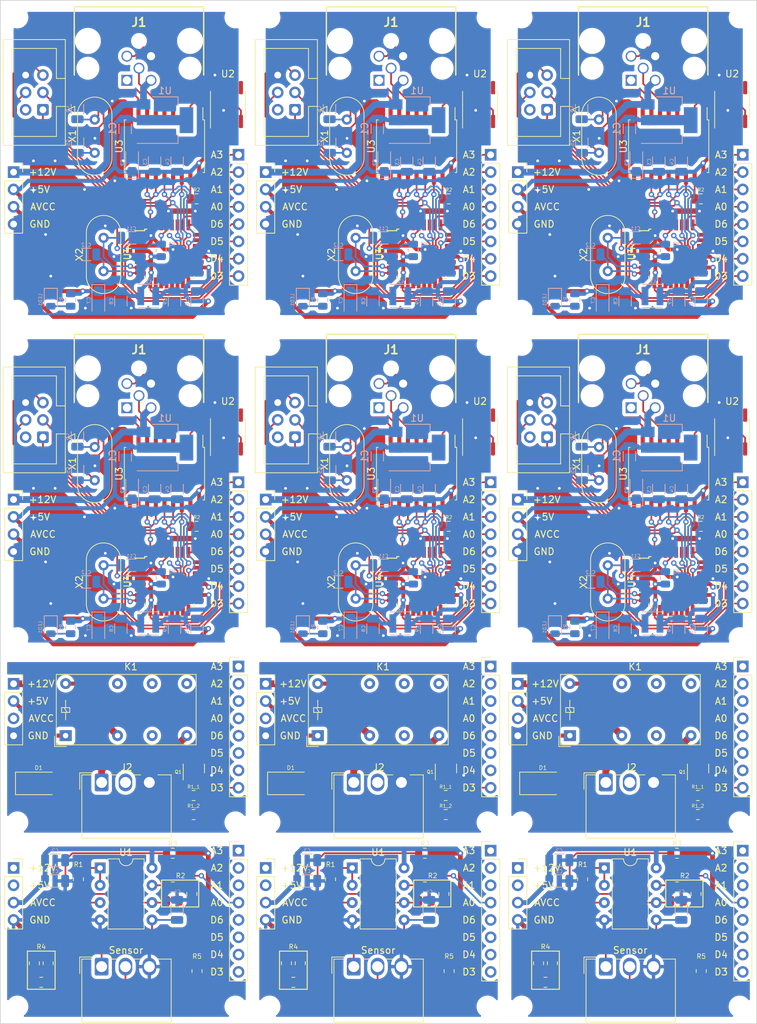
<source format=kicad_pcb>
(kicad_pcb (version 20211014) (generator pcbnew)
  (layers (0 "F.Cu" signal) (31 "B.Cu" signal) (34 "B.Paste" user) (35 "F.Paste" user) (36 "B.SilkS" user "B.Silkscreen") (37 "F.SilkS" user "F.Silkscreen") (38 "B.Mask" user) (39 "F.Mask" user) (44 "Edge.Cuts" user))
  (net 0 "")
  (net 1 "+5V")
  (net 2 "GND")
  (net 3 "U4_D3")
  (net 11 "D2_INT")
  (net 12 "U4_D13_SCK")
  (net 13 "U4_D4")
  (net 14 "U4_D6")
  (net 15 "U4_A0")
  (net 21 "U4_A1")
  (net 22 "U4_A2")
  (net 23 "U4_A3")
  (net 26 "U4_D5")
  (net 27 "/U2_U3_TXD")
  (net 28 "+12V")
  (net 29 "/U2_U3_RXD")
  (net 30 "/U3_RESET")
  (net 31 "U4_RXD")
  (net 32 "U4_TXD")
  (net 33 "/U3_OSC_2")
  (net 34 "/U3_OSC_1")
  (net 35 "/U4_OSC_1")
  (net 36 "/LED1")
  (net 37 "/U4_OSC_2")
  (net 39 "U4_D11_MOSI")
  (net 40 "U4_D12_MISO")
  (net 41 "D10_CS")
  (net 42 "U4_RST")
  (net 43 "CAN_L")
  (net 44 "CAN_H")
  (net 46 "AVCC")
  (net 47 "/AREF")
  (net 48 "CMD")
  (net 50 "mot")
  (net 60 "/CMD2")
  (net 61 "/sw-")
  (net 65 "S1")
  (net 66 "SREG")
  (net 68 "/S2")
  (net 69 "/R_4_2_3")
  (net 70 "/vk_in")
  (net 71 "/R_4_1_2")
  (net 72 "/vk_buf")
  (net 73 "/fb")
  (net 74 "/R_2_1_2")
  (net 75 "/R_2_2_3")
  (footprint "MountingHole:MountingHole_2.2mm_M2" (layer "F.Cu") (at 29.6525 19.225)
    (fp_text reference "REF**" hide)
    (fp_text value "MountingHole_2.2mm_M2" hide)
  )
  (footprint "Resistor_SMD:R_0805_2012Metric" (layer "F.Cu") (at 75.6175 145.556 -90)
    (fp_text reference "R1")
    (fp_text value "10k" hide)
  )
  (footprint "Crystal:Crystal_HC49-4H_Vertical" (layer "F.Cu") (at 115.0051 34.1961 -90)
    (fp_text reference "X1")
    (fp_text value "16MHz" hide)
  )
  (footprint "Resistor_SMD:R_0805_2012Metric" (layer "F.Cu") (at 108.1725 157.875 90)
    (fp_text reference "R4_3" hide)
    (fp_text value "1k" hide)
  )
  (footprint "Resistor_SMD:R_0805_2012Metric" (layer "F.Cu") (at 112.6175 145.556 -90)
    (fp_text reference "R1")
    (fp_text value "10k" hide)
  )
  (footprint "Package_QFP:TQFP-32_7x7mm_P0.8mm" (layer "F.Cu") (at 88.9525 53.891)
    (fp_text reference "U4")
    (fp_text value "ATmega328P-A" hide)
  )
  (footprint "Connector_Wago:Wago_734-163_1x03_P3.50mm_Horizontal" (layer "F.Cu") (at 116.016 158.371)
    (fp_text reference "J2" hide)
    (fp_text value "Screw_Terminal_01x03" hide)
  )
  (footprint "MountingHole:MountingHole_2.2mm_M2" (layer "F.Cu") (at 103.6525 19.225)
    (fp_text reference "REF**" hide)
    (fp_text value "MountingHole_2.2mm_M2" hide)
  )
  (footprint "MountingHole:MountingHole_2.2mm_M2" (layer "F.Cu") (at 66.6525 164.225)
    (fp_text reference "REF**" hide)
    (fp_text value "MountingHole_2.2mm_M2" hide)
  )
  (footprint "MountingHole:MountingHole_2.2mm_M2" (layer "F.Cu") (at 29.6525 67.225)
    (fp_text reference "REF**" hide)
    (fp_text value "MountingHole_2.2mm_M2" hide)
  )
  (footprint "Resistor_SMD:R_0805_2012Metric" (layer "F.Cu") (at 129.515 136.082)
    (fp_text reference "R1_2")
    (fp_text value "1k" hide)
  )
  (footprint "mouser:4301207" (layer "F.Cu") (at 45.7295 76.443)
    (fp_text reference "J1")
    (fp_text value "Screw_Terminal_01x05" hide)
  )
  (footprint "Resistor_SMD:R_0805_2012Metric" (layer "F.Cu") (at 52.4605 148.731)
    (fp_text reference "R2_1" hide)
    (fp_text value "20.5k" hide)
  )
  (footprint "MountingHole:MountingHole_2.2mm_M2" (layer "F.Cu") (at 66.6525 67.225)
    (fp_text reference "REF**" hide)
    (fp_text value "MountingHole_2.2mm_M2" hide)
  )
  (footprint "MountingHole:MountingHole_2.2mm_M2" (layer "F.Cu") (at 61.6525 19.225)
    (fp_text reference "REF**" hide)
    (fp_text value "MountingHole_2.2mm_M2" hide)
  )
  (footprint "Resistor_SMD:R_0805_2012Metric" (layer "F.Cu") (at 55.2545 147.715 90)
    (fp_text reference "R2_2" hide)
    (fp_text value "20.5k" hide)
  )
  (footprint "Resistor_SMD:R_0805_2012Metric" (layer "F.Cu") (at 55.515 136.082)
    (fp_text reference "R1_2")
    (fp_text value "1k" hide)
  )
  (footprint "MountingHole:MountingHole_2.2mm_M2" (layer "F.Cu") (at 103.6525 110.225)
    (fp_text reference "REF**" hide)
    (fp_text value "MountingHole_2.2mm_M2" hide)
  )
  (footprint "Crystal:Crystal_HC49-4H_Vertical" (layer "F.Cu") (at 41.0051 82.1961 -90)
    (fp_text reference "X1")
    (fp_text value "16MHz" hide)
  )
  (footprint "MountingHole:MountingHole_2.2mm_M2" (layer "F.Cu") (at 135.6525 67.225)
    (fp_text reference "REF**" hide)
    (fp_text value "MountingHole_2.2mm_M2" hide)
  )
  (footprint "mouser:4301207" (layer "F.Cu") (at 119.7295 28.443)
    (fp_text reference "J1")
    (fp_text value "Screw_Terminal_01x05" hide)
  )
  (footprint "Package_SO:SOIC-8_3.9x4.9mm_P1.27mm" (layer "F.Cu") (at 134.5525 79.999 90)
    (fp_text reference "U2")
    (fp_text value "TJA1051T" hide)
  )
  (footprint "Resistor_SMD:R_0805_2012Metric" (layer "F.Cu") (at 129.961 45.825)
    (fp_text reference "R2")
    (fp_text value "10K" hide)
  )
  (footprint "Resistor_SMD:R_0805_2012Metric" (layer "F.Cu") (at 93.0165 159.018 90)
    (fp_text reference "R5")
    (fp_text value "3k" hide)
  )
  (footprint "Connector_Wago:Wago_734-163_1x03_P3.50mm_Horizontal" (layer "F.Cu") (at 79.016 158.371)
    (fp_text reference "J2" hide)
    (fp_text value "Screw_Terminal_01x03" hide)
  )
  (footprint "Connector_Wago:Wago_734-163_1x03_P3.50mm_Horizontal" (layer "F.Cu") (at 42.016 158.371)
    (fp_text reference "J2" hide)
    (fp_text value "Screw_Terminal_01x03" hide)
  )
  (footprint "MountingHole:MountingHole_2.2mm_M2" (layer "F.Cu") (at 103.6525 137.225)
    (fp_text reference "REF**" hide)
    (fp_text value "MountingHole_2.2mm_M2" hide)
  )
  (footprint "Resistor_SMD:R_0805_2012Metric" (layer "F.Cu") (at 89.4605 146.699 180)
    (fp_text reference "R2_3" hide)
    (fp_text value "10k" hide)
  )
  (footprint "MountingHole:MountingHole_2.2mm_M2" (layer "F.Cu") (at 66.6525 19.225)
    (fp_text reference "REF**" hide)
    (fp_text value "MountingHole_2.2mm_M2" hide)
  )
  (footprint "Diode_SMD:D_SMA" (layer "F.Cu") (at 106.7755 131.51)
    (fp_text reference "D1")
    (fp_text value "GS1A Gleichrichterdiode, 50 V, 1 A, DO-214AC/SMA" hide)
  )
  (footprint "Crystal:Crystal_HC49-4H_Vertical" (layer "F.Cu") (at 78.0051 82.1961 -90)
    (fp_text reference "X1")
    (fp_text value "16MHz" hide)
  )
  (footprint "Resistor_SMD:R_0805_2012Metric" (layer "F.Cu") (at 107.1565 160.669)
    (fp_text reference "R4_2" hide)
    (fp_text value "3k" hide)
  )
  (footprint "Resistor_SMD:R_0805_2012Metric" (layer "F.Cu") (at 92.961 93.825)
    (fp_text reference "R2")
    (fp_text value "10K" hide)
  )
  (footprint "Resistor_SMD:R_0805_2012Metric" (layer "F.Cu") (at 106.1405 157.875 -90)
    (fp_text reference "R4_1" hide)
    (fp_text value "3k" hide)
  )
  (footprint "MountingHole:MountingHole_2.2mm_M2" (layer "F.Cu") (at 98.6525 164.225)
    (fp_text reference "REF**" hide)
    (fp_text value "MountingHole_2.2mm_M2" hide)
  )
  (footprint "MountingHole:MountingHole_2.2mm_M2" (layer "F.Cu") (at 135.6525 62.225)
    (fp_text reference "REF**" hide)
    (fp_text value "MountingHole_2.2mm_M2" hide)
  )
  (footprint "Connector_IDC:IDC-Header_2x03_P2.54mm_Vertical" (layer "F.Cu") (at 107.401 32.766 180)
    (fp_text reference "J3" hide)
    (fp_text value "Conn_02x03_Odd_Even" hide)
  )
  (footprint "CAN_ATmega:Connector_male_4x8" (layer "F.Cu") (at 82.6025 121.985)
    (fp_text reference "J1" hide)
    (fp_text value "Connector_male_4x8" hide)
  )
  (footprint "Package_TO_SOT_SMD:SOT-23" (layer "F.Cu") (at 92.5525 129.325 90)
    (fp_text reference "Q1")
    (fp_text value "2N 2222A SMD Bipolartransistor, NPN, 40V, 0,8A, 0,4W, SOT-23" hide)
  )
  (footprint "MountingHole:MountingHole_2.2mm_M2" (layer "F.Cu") (at 61.6525 62.225)
    (fp_text reference "REF**" hide)
    (fp_text value "MountingHole_2.2mm_M2" hide)
  )
  (footprint "CAN_ATmega:Connector_female_4x8" (layer "F.Cu") (at 45.6025 94.985)
    (fp_text reference "J4" hide)
    (fp_text value "Connector_female_4x8" hide)
  )
  (footprint "mouser:4301207" (layer "F.Cu") (at 119.7295 76.443)
    (fp_text reference "J1")
    (fp_text value "Screw_Terminal_01x05" hide)
  )
  (footprint "Package_QFP:TQFP-32_7x7mm_P0.8mm" (layer "F.Cu") (at 88.9525 101.891)
    (fp_text reference "U4")
    (fp_text value "ATmega328P-A" hide)
  )
  (footprint "Connector_Wago:Wago_734-163_1x03_P3.50mm_Horizontal" (layer "F.Cu") (at 116.016 131.371)
    (fp_text reference "J2")
    (fp_text value "Screw_Terminal_01x03" hide)
  )
  (footprint "MountingHole:MountingHole_2.2mm_M2" (layer "F.Cu") (at 135.6525 110.225)
    (fp_text reference "REF**" hide)
    (fp_text value "MountingHole_2.2mm_M2" hide)
  )
  (footprint "CAN_ATmega:Connector_female_4x8" (layer "F.Cu") (at 119.6025 94.985)
    (fp_text reference "J4" hide)
    (fp_text value "Connector_female_4x8" hide)
  )
  (footprint "CAN_ATmega:Connector_male_4x8" (layer "F.Cu") (at 45.6025 121.985)
    (fp_text reference "J1" hide)
    (fp_text value "Connector_male_4x8" hide)
  )
  (footprint "Resistor_SMD:R_0805_2012Metric" (layer "F.Cu") (at 52.4605 146.699 180)
    (fp_text reference "R2_3" hide)
    (fp_text value "10k" hide)
  )
  (footprint "MountingHole:MountingHole_2.2mm_M2" (layer "F.Cu") (at 61.6525 164.225)
    (fp_text reference "REF**" hide)
    (fp_text value "MountingHole_2.2mm_M2" hide)
  )
  (footprint "Relay_THT:Relay_DPDT_Finder_30.22" (layer "F.Cu") (at 110.7342 124.5033)
    (fp_text reference "K1")
    (fp_text value "AZ822-2C-5DSE Signal-Relais, 5 V DC, 2 A, 2 CO" hide)
  )
  (footprint "mouser:4301207" (layer "F.Cu") (at 82.7295 76.443)
    (fp_text reference "J1")
    (fp_text value "Screw_Terminal_01x05" hide)
  )
  (footprint "Crystal:Crystal_HC49-4H_Vertical" (layer "F.Cu") (at 79.3005 99.542 -90)
    (fp_text reference "X2")
    (fp_text value "16MHz" hide)
  )
  (footprint "MountingHole:MountingHole_2.2mm_M2" (layer "F.Cu") (at 66.6525 137.225)
    (fp_text reference "REF**" hide)
    (fp_text value "MountingHole_2.2mm_M2" hide)
  )
  (footprint "Crystal:Crystal_HC49-4H_Vertical" (layer "F.Cu") (at 41.0051 34.1961 -90)
    (fp_text reference "X1")
    (fp_text value "16MHz" hide)
  )
  (footprint "Resistor_SMD:R_0805_2012Metric" (layer "F.Cu") (at 55.961 93.825)
    (fp_text reference "R2")
    (fp_text value "10K" hide)
  )
  (footprint "Package_SO:SOIC-8_3.9x4.9mm_P1.27mm" (layer "F.Cu") (at 97.5525 31.999 90)
    (fp_text reference "U2")
    (fp_text value "TJA1051T" hide)
  )
  (footprint "Package_QFP:TQFP-32_7x7mm_P0.8mm" (layer "F.Cu") (at 51.9525 53.891)
    (fp_text reference "U4")
    (fp_text value "ATmega328P-A" hide)
  )
  (footprint "Crystal:Crystal_HC49-4H_Vertical" (layer "F.Cu") (at 42.3005 51.542 -90)
    (fp_text reference "X2")
    (fp_text value "16MHz" hide)
  )
  (footprint "Resistor_SMD:R_0805_2012Metric" (layer "F.Cu") (at 92.515 136.082)
    (fp_text reference "R1_2")
    (fp_text value "1k" hide)
  )
  (footprint "mouser:4301207" (layer "F.Cu") (at 82.7295 28.443)
    (fp_text reference "J1")
    (fp_text value "Screw_Terminal_01x05" hide)
  )
  (footprint "Package_SO:SOIC-18W_7.5x11.6mm_P1.27mm" (layer "F.Cu") (at 88.2385 38.107 -90)
    (fp_text reference "U3")
    (fp_text value "MCP2515-xSO" hide)
  )
  (footprint "Crystal:Crystal_HC49-4H_Vertical" (layer "F.Cu") (at 42.3005 99.542 -90)
    (fp_text reference "X2")
    (fp_text value "16MHz" hide)
  )
  (footprint "Crystal:Crystal_HC49-4H_Vertical" (layer "F.Cu") (at 116.3005 99.542 -90)
    (fp_text reference "X2")
    (fp_text value "16MHz" hide)
  )
  (footprint "Diode_SMD:D_SMA" (layer "F.Cu") (at 32.7755 131.51)
    (fp_text reference "D1")
    (fp_text value "GS1A Gleichrichterdiode, 50 V, 1 A, DO-214AC/SMA" hide)
  )
  (footprint "Resistor_SMD:R_0805_2012Metric" (layer "F.Cu") (at 129.515 133.288)
    (fp_text reference "R1_1")
    (fp_text value "1k" hide)
  )
  (footprint "Resistor_SMD:R_0805_2012Metric" (layer "F.Cu") (at 52.4605 141.746 180)
    (fp_text reference "R3")
    (fp_text value "20.5k" hide)
  )
  (footprint "Crystal:Crystal_HC49-4H_Vertical" (layer "F.Cu") (at 79.3005 51.542 -90)
    (fp_text reference "X2")
    (fp_text value "16MHz" hide)
  )
  (footprint "Resistor_SMD:R_0805_2012Metric" (layer "F.Cu") (at 126.4605 141.746 180)
    (fp_text reference "R3")
    (fp_text value "20.5k" hide)
  )
  (footprint "Resistor_SMD:R_0805_2012Metric" (layer "F.Cu") (at 70.1565 160.669)
    (fp_text reference "R4_2" hide)
    (fp_text value "3k" hide)
  )
  (footprint "CAN_ATmega:Connector_female_4x8" (layer "F.Cu") (at 119.6025 46.985)
    (fp_text reference "J4" hide)
    (fp_text value "Connector_female_4x8" hide)
  )
  (footprint "MountingHole:MountingHole_2.2mm_M2" (layer "F.Cu") (at 135.6525 19.225)
    (fp_text reference "REF**" hide)
    (fp_text value "MountingHole_2.2mm_M2" hide)
  )
  (footprint "Resistor_SMD:R_0805_2012Metric" (layer "F.Cu") (at 129.2545 147.715 90)
    (fp_text reference "R2_2" hide)
    (fp_text value "20.5k" hide)
  )
  (footprint "Package_DIP:DIP-8_W7.62mm" (layer "F.Cu") (at 115.7925 143.905)
    (fp_text reference "U1")
    (fp_text value "MCP6002-xP" hide)
  )
  (footprint "Connector_Wago:Wago_734-163_1x03_P3.50mm_Horizontal" (layer "F.Cu") (at 42.016 131.371)
    (fp_text reference "J2")
    (fp_text value "Screw_Terminal_01x03" hide)
  )
  (footprint "Resistor_SMD:R_0805_2012Metric" (layer "F.Cu") (at 32.1405 157.875 -90)
    (fp_text reference "R4_1" hide)
    (fp_text value "3k" hide)
  )
  (footprint "CAN_ATmega:Connector_female_4x8" (layer "F.Cu") (at 45.6025 46.985)
    (fp_text reference "J4" hide)
    (fp_text value "Connector_female_4x8" hide)
  )
  (footprint "MountingHole:MountingHole_2.2mm_M2" (layer "F.Cu") (at 29.6525 137.225)
    (fp_text reference "REF**" hide)
    (fp_text value "MountingHole_2.2mm_M2" hide)
  )
  (footprint "mouser:4301207" (layer "F.Cu") (at 45.7295 28.443)
    (fp_text reference "J1")
    (fp_text value "Screw_Terminal_01x05" hide)
  )
  (footprint "MountingHole:MountingHole_2.2mm_M2" (layer "F.Cu") (at 103.6525 164.225)
    (fp_text reference "REF**" hide)
    (fp_text value "MountingHole_2.2mm_M2" hide)
  )
  (footprint "Connector_Wago:Wago_734-163_1x03_P3.50mm_Horizontal" (layer "F.Cu") (at 79.016 131.371)
    (fp_text reference "J2")
    (fp_text value "Screw_Terminal_01x03" hide)
  )
  (footprint "Resistor_SMD:R_0805_2012Metric" (layer "F.Cu") (at 71.1725 157.875 90)
    (fp_text reference "R4_3" hide)
    (fp_text value "1k" hide)
  )
  (footprint "Connector_IDC:IDC-Header_2x03_P2.54mm_Vertical" (layer "F.Cu") (at 107.401 80.766 180)
    (fp_text reference "J3" hide)
    (fp_text value "Conn_02x03_Odd_Even" hide)
  )
  (footprint "Resistor_SMD:R_0805_2012Metric" (layer "F.Cu") (at 89.4605 141.746 180)
    (fp_text reference "R3")
    (fp_text value "20.5k" hide)
  )
  (footprint "Package_SO:SOIC-18W_7.5x11.6mm_P1.27mm" (layer "F.Cu") (at 51.2385 86.107 -90)
    (fp_text reference "U3")
    (fp_text value "MCP2515-xSO" hide)
  )
  (footprint "MountingHole:MountingHole_2.2mm_M2" (layer "F.Cu") (at 29.6525 110.225)
    (fp_text reference "REF**" hide)
    (fp_text value "MountingHole_2.2mm_M2" hide)
  )
  (footprint "CAN_ATmega:Connector_male_4x8" (layer "F.Cu") (at 119.6025 121.985)
    (fp_text reference "J1" hide)
    (fp_text value "Connector_male_4x8" hide)
  )
  (footprint "Package_DIP:DIP-8_W7.62mm" (layer "F.Cu") (at 41.7925 143.905)
    (fp_text reference "U1")
    (fp_text value "MCP6002-xP" hide)
  )
  (footprint "CAN_ATmega:Connector_female_4x8" (layer "F.Cu") (at 82.6025 94.985)
    (fp_text reference "J4" hide)
    (fp_text value "Connector_female_4x8" hide)
  )
  (footprint "MountingHole:MountingHole_2.2mm_M2" (layer "F.Cu") (at 98.6525 67.225)
    (fp_text reference "REF**" hide)
    (fp_text value "MountingHole_2.2mm_M2" hide)
  )
  (footprint "Resistor_SMD:R_0805_2012Metric" (layer "F.Cu") (at 38.6175 145.556 -90)
    (fp_text reference "R1")
    (fp_text value "10k" hide)
  )
  (footprint "MountingHole:MountingHole_2.2mm_M2" (layer "F.Cu") (at 61.6525 137.225)
    (fp_text reference "REF**" hide)
    (fp_text value "MountingHole_2.2mm_M2" hide)
  )
  (footprint "Package_SO:SOIC-18W_7.5x11.6mm_P1.27mm" (layer "F.Cu") (at 125.2385 86.107 -90)
    (fp_text reference "U3")
    (fp_text value "MCP2515-xSO" hide)
  )
  (footprint "Package_TO_SOT_SMD:SOT-23" (layer "F.Cu") (at 129.5525 129.325 90)
    (fp_text reference "Q1")
    (fp_text value "2N 2222A SMD Bipolartransistor, NPN, 40V, 0,8A, 0,4W, SOT-23" hide)
  )
  (footprint "MountingHole:MountingHole_2.2mm_M2" (layer "F.Cu") (at 29.6525 62.225)
    (fp_text reference "REF**" hide)
    (fp_text value "MountingHole_2.2mm_M2" hide)
  )
  (footprint "Package_TO_SOT_SMD:SOT-23" (layer "F.Cu") (at 55.5525 129.325 90)
    (fp_text reference "Q1")
    (fp_text value "2N 2222A SMD Bipolartransistor, NPN, 40V, 0,8A, 0,4W, SOT-23" hide)
  )
  (footprint "Resistor_SMD:R_0805_2012Metric" (layer "F.Cu") (at 92.961 45.825)
    (fp_text reference "R2")
    (fp_text value "10K" hide)
  )
  (footprint "Resistor_SMD:R_0805_2012Metric" (layer "F.Cu") (at 126.4605 148.731)
    (fp_text reference "R2_1" hide)
    (fp_text value "20.5k" hide)
  )
  (footprint "Package_SO:SOIC-18W_7.5x11.6mm_P1.27mm" (layer "F.Cu") (at 51.2385 38.107 -90)
    (fp_text reference "U3")
    (fp_text value "MCP2515-xSO" hide)
  )
  (footprint "MountingHole:MountingHole_2.2mm_M2" (layer "F.Cu") (at 103.6525 62.225)
    (fp_text reference "REF**" hide)
    (fp_text value "MountingHole_2.2mm_M2" hide)
  )
  (footprint "Resistor_SMD:R_0805_2012Metric" (layer "F.Cu") (at 69.1405 157.875 -90)
    (fp_text reference "R4_1" hide)
    (fp_text value "3k" hide)
  )
  (footprint "CAN_ATmega:Connector_male_4x8" (layer "F.Cu") (at 119.6025 148.985)
    (fp_text reference "J1" hide)
    (fp_text value "Connector_male_4x8" hide)
  )
  (footprint "MountingHole:MountingHole_2.2mm_M2" (layer "F.Cu") (at 61.6525 67.225)
    (fp_text reference "REF**" hide)
    (fp_text value "MountingHole_2.2mm_M2" hide)
  )
  (footprint "Resistor_SMD:R_0805_2012Metric" (layer "F.Cu") (at 33.1565 160.669)
    (fp_text reference "R4_2" hide)
    (fp_text value "3k" hide)
  )
  (footprint "Package_SO:SOIC-18W_7.5x11.6mm_P1.27mm" (layer "F.Cu") (at 125.2385 38.107 -90)
    (fp_text reference "U3")
    (fp_text value "MCP2515-xSO" hide)
  )
  (footprint "Resistor_SMD:R_0805_2012Metric" (layer "F.Cu") (at 129.961 93.825)
    (fp_text reference "R2")
    (fp_text value "10K" hide)
  )
  (footprint "Package_SO:SOIC-18W_7.5x11.6mm_P1.27mm" (layer "F.Cu") (at 88.2385 86.107 -90)
    (fp_text reference "U3")
    (fp_text value "MCP2515-xSO" hide)
  )
  (footprint "Relay_THT:Relay_DPDT_Finder_30.22" (layer "F.Cu") (at 36.7342 124.5033)
    (fp_text reference "K1")
    (fp_text value "AZ822-2C-5DSE Signal-Relais, 5 V DC, 2 A, 2 CO" hide)
  )
  (footprint "Package_SO:SOIC-8_3.9x4.9mm_P1.27mm" (layer "F.Cu") (at 60.5525 31.999 90)
    (fp_text reference "U2")
    (fp_text value "TJA1051T" hide)
  )
  (footprint "MountingHole:MountingHole_2.2mm_M2" (layer "F.Cu") (at 135.6525 137.225)
    (fp_text reference "REF**" hide)
    (fp_text value "MountingHole_2.2mm_M2" hide)
  )
  (footprint "Connector_IDC:IDC-Header_2x03_P2.54mm_Vertical" (layer "F.Cu") (at 33.401 80.766 180)
    (fp_text reference "J3" hide)
    (fp_text value "Conn_02x03_Odd_Even" hide)
  )
  (footprint "Crystal:Crystal_HC49-4H_Vertical" (layer "F.Cu") (at 115.0051 82.1961 -90)
    (fp_text reference "X1")
    (fp_text value "16MHz" hide)
  )
  (footprint "Package_SO:SOIC-8_3.9x4.9mm_P1.27mm" (layer "F.Cu") (at 134.5525 31.999 90)
    (fp_text reference "U2")
    (fp_text value "TJA1051T" hide)
  )
  (footprint "CAN_ATmega:Connector_male_4x8" (layer "F.Cu") (at 82.6025 148.985)
    (fp_text reference "J1" hide)
    (fp_text value "Connector_male_4x8" hide)
  )
  (footprint "Package_SO:SOIC-8_3.9x4.9mm_P1.27mm" (layer "F.Cu") (at 97.5525 79.999 90)
    (fp_text reference "U2")
    (fp_text value "TJA1051T" hide)
  )
  (footprint "Resistor_SMD:R_0805_2012Metric" (layer "F.Cu") (at 130.0165 159.018 90)
    (fp_text reference "R5")
    (fp_text value "3k" hide)
  )
  (footprint "Resistor_SMD:R_0805_2012Metric" (layer "F.Cu") (at 55.515 133.288)
    (fp_text reference "R1_1")
    (fp_text value "1k" hide)
  )
  (footprint "Resistor_SMD:R_0805_2012Metric" (layer "F.Cu") (at 55.961 45.825)
    (fp_text reference "R2")
    (fp_text value "10K" hide)
  )
  (footprint "MountingHole:MountingHole_2.2mm_M2" (layer "F.Cu") (at 135.6525 164.225)
    (fp_text reference "REF**" hide)
    (fp_text value "MountingHole_2.2mm_M2" hide)
  )
  (footprint "Resistor_SMD:R_0805_2012Metric" (layer "F.Cu") (at 89.4605 148.731)
    (fp_text reference "R2_1" hide)
    (fp_text value "20.5k" hide)
  )
  (footprint "Crystal:Crystal_HC49-4H_Vertical" (layer "F.Cu") (at 116.3005 51.542 -90)
    (fp_text reference "X2")
    (fp_text value "16MHz" hide)
  )
  (footprint "MountingHole:MountingHole_2.2mm_M2" (layer "F.Cu") (at 98.6525 19.225)
    (fp_text reference "REF**" hide)
    (fp_text value "MountingHole_2.2mm_M2" hide)
  )
  (footprint "Package_QFP:TQFP-32_7x7mm_P0.8mm" (layer "F.Cu") (at 125.9525 101.891)
    (fp_text reference "U4")
    (fp_text value "ATmega328P-A" hide)
  )
  (footprint "Resistor_SMD:R_0805_2012Metric" (layer "F.Cu") (at 34.1725 157.875 90)
    (fp_text reference "R4_3" hide)
    (fp_text value "1k" hide)
  )
  (footprint "CAN_ATmega:Connector_female_4x8" (layer "F.Cu") (at 82.6025 46.985)
    (fp_text reference "J4" hide)
    (fp_text value "Connector_female_4x8" hide)
  )
  (footprint "Relay_THT:Relay_DPDT_Finder_30.22" (layer "F.Cu") (at 73.7342 124.5033)
    (fp_text reference "K1")
    (fp_text value "AZ822-2C-5DSE Signal-Relais, 5 V DC, 2 A, 2 CO" hide)
  )
  (footprint "MountingHole:MountingHole_2.2mm_M2" (layer "F.Cu") (at 98.6525 110.225)
    (fp_text reference "REF**" hide)
    (fp_text value "MountingHole_2.2mm_M2" hide)
  )
  (footprint "Connector_IDC:IDC-Header_2x03_P2.54mm_Vertical" (layer "F.Cu") (at 33.401 32.766 180)
    (fp_text reference "J3" hide)
    (fp_text value "Conn_02x03_Odd_Even" hide)
  )
  (footprint "Resistor_SMD:R_0805_2012Metric" (layer "F.Cu") (at 92.515 133.288)
    (fp_text reference "R1_1")
    (fp_text value "1k" hide)
  )
  (footprint "MountingHole:MountingHole_2.2mm_M2" (layer "F.Cu") (at 98.6525 62.225)
    (fp_text reference "REF**" hide)
    (fp_text value "MountingHole_2.2mm_M2" hide)
  )
  (footprint "Resistor_SMD:R_0805_2012Metric" (layer "F.Cu") (at 126.4605 146.699 180)
    (fp_text reference "R2_3" hide)
    (fp_text value "10k" hide)
  )
  (footprint "Package_SO:SOIC-8_3.9x4.9mm_P1.27mm" (layer "F.Cu") (at 60.5525 79.999 90)
    (fp_text reference "U2")
    (fp_text value "TJA1051T" hide)
  )
  (footprint "Resistor_SMD:R_0805_2012Metric" (layer "F.Cu") (at 56.0165 159.018 90)
    (fp_text reference "R5")
    (fp_text value "3k" hide)
  )
  (footprint "MountingHole:MountingHole_2.2mm_M2" (layer "F.Cu") (at 103.6525 67.225)
    (fp_text reference "REF**" hide)
    (fp_text value "MountingHole_2.2mm_M2" hide)
  )
  (footprint "Resistor_SMD:R_0805_2012Metric" (layer "F.Cu") (at 92.2545 147.715 90)
    (fp_text reference "R2_2" hide)
    (fp_text value "20.5k" hide)
  )
  (footprint "Connector_IDC:IDC-Header_2x03_P2.54mm_Vertical" (layer "F.Cu") (at 70.401 80.766 180)
    (fp_text reference "J3" hide)
    (fp_text value "Conn_02x03_Odd_Even" hide)
  )
  (footprint "Diode_SMD:D_SMA" (layer "F.Cu") (at 69.7755 131.51)
    (fp_text reference "D1")
    (fp_text value "GS1A Gleichrichterdiode, 50 V, 1 A, DO-214AC/SMA" hide)
  )
  (footprint "Package_DIP:DIP-8_W7.62mm" (layer "F.Cu") (at 78.7925 143.905)
    (fp_text reference "U1")
    (fp_text value "MCP6002-xP" hide)
  )
  (footprint "Package_QFP:TQFP-32_7x7mm_P0.8mm" (layer "F.Cu") (at 125.9525 53.891)
    (fp_text reference "U4")
    (fp_text value "ATmega328P-A" hide)
  )
  (footprint "Crystal:Crystal_HC49-4H_Vertical" (layer "F.Cu") (at 78.0051 34.1961 -90)
    (fp_text reference "X1")
    (fp_text value "16MHz" hide)
  )
  (footprint "Connector_IDC:IDC-Header_2x03_P2.54mm_Vertical" (layer "F.Cu") (at 70.401 32.766 180)
    (fp_text reference "J3" hide)
    (fp_text value "Conn_02x03_Odd_Even" hide)
  )
  (footprint "MountingHole:MountingHole_2.2mm_M2" (layer "F.Cu") (at 61.6525 110.225)
    (fp_text reference "REF**" hide)
    (fp_text value "MountingHole_2.2mm_M2" hide)
  )
  (footprint "MountingHole:MountingHole_2.2mm_M2" (layer "F.Cu") (at 66.6525 110.225)
    (fp_text reference "REF**" hide)
    (fp_text value "MountingHole_2.2mm_M2" hide)
  )
  (footprint "MountingHole:MountingHole_2.2mm_M2" (layer "F.Cu") (at 29.6525 164.225)
    (fp_text reference "REF**" hide)
    (fp_text value "MountingHole_2.2mm_M2" hide)
  )
  (footprint "CAN_ATmega:Connector_male_4x8" (layer "F.Cu") (at 45.6025 148.985)
    (fp_text reference "J1" hide)
    (fp_text value "Connector_male_4x8" hide)
  )
  (footprint "MountingHole:MountingHole_2.2mm_M2" (layer "F.Cu") (at 66.6525 62.225)
    (fp_text reference "REF**" hide)
    (fp_text value "MountingHole_2.2mm_M2" hide)
  )
  (footprint "Package_QFP:TQFP-32_7x7mm_P0.8mm" (layer "F.Cu") (at 51.9525 101.891)
    (fp_text reference "U4")
    (fp_text value "ATmega328P-A" hide)
  )
  (footprint "MountingHole:MountingHole_2.2mm_M2" (layer "F.Cu") (at 98.6525 137.225)
    (fp_text reference "REF**" hide)
    (fp_text value "MountingHole_2.2mm_M2" hide)
  )
  (footprint "Capacitor_SMD:C_1206_3216Metric" (layer "B.Cu") (at 49.7935 88.381 90)
    (fp_text reference "C3")
    (fp_text value "0.1uF" hide)
  )
  (footprint "Capacitor_SMD:C_1206_3216Metric" (layer "B.Cu") (at 76.7605 53.97)
    (fp_text reference "C12")
    (fp_text value "22PF" hide)
  )
  (footprint "Capacitor_SMD:C_1206_3216Metric" (layer "B.Cu") (at 120.3645 51.542)
    (fp_text reference "C11")
    (fp_text value "22PF" hide)
  )
  (footprint "Resistor_SMD:R_0805_2012Metric" (layer "B.Cu") (at 74.4745 60.651 -90)
    (fp_text reference "R1")
    (fp_text value "1K" hide)
  )
  (footprint "Capacitor_SMD:C_1206_3216Metric" (layer "B.Cu") (at 130.0165 60.828 90)
    (fp_text reference "C10")
    (fp_text value "0.1uF" hide)
  )
  (footprint "Resistor_SMD:R_0805_2012Metric" (layer "B.Cu") (at 111.4745 108.651 -90)
    (fp_text reference "R1")
    (fp_text value "1K" hide)
  )
  (footprint "Capacitor_SMD:C_1206_3216Metric" (layer "B.Cu") (at 38.4651 80.6721 -90)
    (fp_text reference "C6")
    (fp_text value "22PF" hide)
  )
  (footprint "Capacitor_SMD:C_1206_3216Metric" (layer "B.Cu") (at 75.4905 37.6011 -90)
    (fp_text reference "C5")
    (fp_text value "22PF" hide)
  )
  (footprint "Capacitor_SMD:C_1206_3216Metric" (layer "B.Cu") (at 126.7145 60.828 90)
    (fp_text reference "C9")
    (fp_text value "0.1uF" hide)
  )
  (footprint "Capacitor_SMD:C_1206_3216Metric" (layer "B.Cu") (at 123.7935 88.381 90)
    (fp_text reference "C3")
    (fp_text value "0.1uF" hide)
  )
  (footprint "Capacitor_Tantalum_SMD:CP_EIA-3216-18_Kemet-A" (layer "B.Cu") (at 78.5385 60.703 -90)
    (fp_text reference "C7")
    (fp_text value "10uF/16V" hide)
  )
  (footprint "Resistor_SMD:R_0805_2012Metric" (layer "B.Cu") (at 37.4745 108.651 -90)
    (fp_text reference "R1")
    (fp_text value "1K" hide)
  )
  (footprint "Capacitor_Tantalum_SMD:CP_EIA-3216-18_Kemet-A" (layer "B.Cu") (at 78.5385 108.703 -90)
    (fp_text reference "C7")
    (fp_text value "10uF/16V" hide)
  )
  (footprint "Capacitor_SMD:C_1206_3216Metric" (layer "B.Cu") (at 126.7145 108.828 90)
    (fp_text reference "C9")
    (fp_text value "0.1uF" hide)
  )
  (footprint "Resistor_SMD:R_0805_2012Metric" (layer "B.Cu") (at 50.7525 101.3785 90)
    (fp_text reference "R3")
    (fp_text value "10K" hide)
  )
  (footprint "Capacitor_SMD:C_1206_3216Metric" (layer "B.Cu") (at 82.4755 83.555 -90)
    (fp_text reference "C1")
    (fp_text value "1uF")
  )
  (footprint "Resistor_SMD:R_0805_2012Metric" (layer "B.Cu") (at 124.7525 53.3785 90)
    (fp_text reference "R3")
    (fp_text value "10K" hide)
  )
  (footprint "Resistor_SMD:R_0805_2012Metric" (layer "B.Cu") (at 87.7525 53.3785 90)
    (fp_text reference "R3")
    (fp_text value "10K" hide)
  )
  (footprint "Capacitor_SMD:C_1206_3216Metric" (layer "B.Cu") (at 119.4755 35.555 -90)
    (fp_text reference "C1")
    (fp_text value "1uF")
  )
  (footprint "Capacitor_SMD:C_1206_3216Metric" (layer "B.Cu") (at 127.0955 88.381 90)
    (fp_text reference "C4")
    (fp_text value "0.1uF" hide)
  )
  (footprint "Inductor_SMD:L_Neosid_SMS-ME3010" (layer "B.Cu") (at 122.8615 108.066)
    (fp_text reference "L1")
    (fp_text value "10uH" hide)
  )
  (footprint "Package_TO_SOT_SMD:SOT-223" (layer "B.Cu") (at 51.3175 34.285)
    (fp_text reference "U1")
    (fp_text value "LM1117-5.0" hide)
  )
  (footprint "Capacitor_SMD:C_1206_3216Metric" (layer "B.Cu") (at 75.4651 32.6721 -90)
    (fp_text reference "C6")
    (fp_text value "22PF" hide)
  )
  (footprint "Capacitor_SMD:C_1206_3216Metric" (layer "B.Cu") (at 44.8405 60.828 -90)
    (fp_text reference "C8")
    (fp_text value "0.1uF" hide)
  )
  (footprint "Capacitor_SMD:C_1206_3216Metric" (layer "B.Cu") (at 123.7935 40.381 90)
    (fp_text reference "C3")
    (fp_text value "0.1uF" hide)
  )
  (footprint "Capacitor_Tantalum_SMD:CP_EIA-3216-18_Kemet-A" (layer "B.Cu") (at 115.5385 108.703 -90)
    (fp_text reference "C7")
    (fp_text value "10uF/16V" hide)
  )
  (footprint "Capacitor_SMD:C_1206_3216Metric" (layer "B.Cu") (at 38.4905 37.6011 -90)
    (fp_text reference "C5")
    (fp_text value "22PF" hide)
  )
  (footprint "Resistor_SMD:R_0805_2012Metric" (layer "B.Cu") (at 37.4745 60.651 -90)
    (fp_text reference "R1")
    (fp_text value "1K" hide)
  )
  (footprint "Capacitor_SMD:C_1206_3216Metric" (layer "B.Cu") (at 112.4651 80.6721 -90)
    (fp_text reference "C6")
    (fp_text value "22PF" hide)
  )
  (footprint "Capacitor_SMD:C_1206_3216Metric" (layer "B.Cu") (at 119.4755 83.555 -90)
    (fp_text reference "C1")
    (fp_text value "1uF")
  )
  (footprint "Capacitor_SMD:C_1206_3216Metric" (layer "B.Cu") (at 76.7605 101.97)
    (fp_text reference "C12")
    (fp_text value "22PF" hide)
  )
  (footprint "Capacitor_SMD:C_1206_3216Metric" (layer "B.Cu") (at 120.3645 99.542)
    (fp_text reference "C11")
    (fp_text value "22PF" hide)
  )
  (footprint "Capacitor_SMD:C_1206_3216Metric" (layer "B.Cu") (at 56.0165 108.828 90)
    (fp_text reference "C10")
    (fp_text value "0.1uF" hide)
  )
  (footprint "Capacitor_SMD:C_1206_3216Metric" (layer "B.Cu") (at 83.3645 51.542)
    (fp_text reference "C11")
    (fp_text value "22PF" hide)
  )
  (footprint "Inductor_SMD:L_Neosid_SMS-ME3010" (layer "B.Cu") (at 48.8615 108.066)
    (fp_text reference "L1")
    (fp_text value "10uH" hide)
  )
  (footprint "Capacitor_SMD:C_1206_3216Metric" (layer "B.Cu") (at 127.0955 150.05 90)
    (fp_text reference "C4")
    (fp_text value "100nF" hide)
  )
  (footprint "Capacitor_SMD:C_1206_3216Metric" (layer "B.Cu") (at 90.0955 40.381 90)
    (fp_text reference "C4")
    (fp_text value "0.1uF" hide)
  )
  (footprint "LED_SMD:LED_0805_2012Metric" (layer "B.Cu") (at 34.5535 60.626 -90)
    (fp_text reference "LED1")
    (fp_text value "Green" hide)
  )
  (footprint "Capacitor_SMD:C_1206_3216Metric" (layer "B.Cu") (at 93.0165 60.828 90)
    (fp_text reference "C10")
    (fp_text value "0.1uF" hide)
  )
  (footprint "Capacitor_Tantalum_SMD:CP_EIA-3216-18_Kemet-A" (layer "B.Cu") (at 41.5385 108.703 -90)
    (fp_text reference "C7")
    (fp_text value "10uF/16V" hide)
  )
  (footprint "Capacitor_SMD:C_1206_3216Metric" (layer "B.Cu") (at 72.1885 142.762)
    (fp_text reference "C2")
    (fp_text value "100nF" hide)
  )
  (footprint "Capacitor_SMD:C_1206_3216Metric" (layer "B.Cu") (at 56.0165 60.828 90)
    (fp_text reference "C10")
    (fp_text value "0.1uF" hide)
  )
  (footprint "Capacitor_Tantalum_SMD:CP_EIA-3216-18_Kemet-A" (layer "B.Cu") (at 115.5385 60.703 -90)
    (fp_text reference "C7")
    (fp_text value "10uF/16V" hide)
  )
  (footprint "Capacitor_SMD:C_1206_3216Metric" (layer "B.Cu") (at 112.4905 37.6011 -90)
    (fp_text reference "C5")
    (fp_text value "22PF" hide)
  )
  (footprint "Capacitor_SMD:C_1206_3216Metric" (layer "B.Cu") (at 82.4755 35.555 -90)
    (fp_text reference "C1")
    (fp_text value "1uF")
  )
  (footprint "Capacitor_Tantalum_SMD:CP_EIA-3216-18_Kemet-A" (layer "B.Cu") (at 83.4915 40.506 90)
    (fp_text reference "C2")
    (fp_text value "10uF/16V" hide)
  )
  (footprint "Capacitor_SMD:C_1206_3216Metric" (layer "B.Cu") (at 45.4755 35.555 -90)
    (fp_text reference "C1")
    (fp_text value "1uF")
  )
  (footprint "LED_SMD:LED_0805_2012Metric" (layer "B.Cu") (at 71.5535 60.626 -90)
    (fp_text reference "LED1")
    (fp_text value "Green" hide)
  )
  (footprint "Capacitor_SMD:C_1206_3216Metric" (layer "B.Cu") (at 52.7145 108.828 90)
    (fp_text reference "C9")
    (fp_text value "0.1uF" hide)
  )
  (footprint "Package_TO_SOT_SMD:SOT-223" (layer "B.Cu") (at 125.3175 34.285)
    (fp_text reference "U1")
    (fp_text value "LM1117-5.0" hide)
  )
  (footprint "Capacitor_Tantalum_SMD:CP_EIA-3216-18_Kemet-A" (layer "B.Cu") (at 120.4915 40.506 90)
    (fp_text reference "C2")
    (fp_text value "10uF/16V" hide)
  )
  (footprint "Capacitor_SMD:C_1206_3216Metric" (layer "B.Cu") (at 89.7145 60.828 90)
    (fp_text reference "C9")
    (fp_text value "0.1uF" hide)
  )
  (footprint "Resistor_SMD:R_0805_2012Metric" (layer "B.Cu") (at 87.7525 101.3785 90)
    (fp_text reference "R3")
    (fp_text value "10K" hide)
  )
  (footprint "Capacitor_SMD:C_1206_3216Metric" (layer "B.Cu") (at 118.8405 108.828 -90)
    (fp_text reference "C8")
    (fp_text value "0.1uF" hide)
  )
  (footprint "Resistor_SMD:R_0805_2012Metric" (layer "B.Cu") (at 111.4745 60.651 -90)
    (fp_text reference "R1")
    (fp_text value "1K" hide)
  )
  (footprint "Capacitor_SMD:C_1206_3216Metric" (layer "B.Cu") (at 109.1885 145.81)
    (fp_text reference "C1")
    (fp_text value "10uF/16V" hide)
  )
  (footprint "Capacitor_SMD:C_1206_3216Metric" (layer "B.Cu") (at 127.0955 40.381 90)
    (fp_text reference "C4")
    (fp_text value "0.1uF" hide)
  )
  (footprint "Capacitor_Tantalum_SMD:CP_EIA-3216-18_Kemet-A" (layer "B.Cu") (at 46.4915 88.506 90)
    (fp_text reference "C2")
    (fp_text value "10uF/16V" hide)
  )
  (footprint "Capacitor_SMD:C_1206_3216Metric" (layer "B.Cu") (at 39.7605 101.97)
    (fp_text reference "C12")
    (fp_text value "22PF" hide)
  )
  (footprint "Resistor_SMD:R_0805_2012Metric" (layer "B.Cu") (at 74.4745 108.651 -90)
    (fp_text reference "R1")
    (fp_text value "1K" hide)
  )
  (footprint "Capacitor_SMD:C_1206_3216Metric" (layer "B.Cu") (at 130.0165 108.828 90)
    (fp_text reference "C10")
    (fp_text value "0.1uF" hide)
  )
  (footprint "Inductor_SMD:L_Neosid_SMS-ME3010" (layer "B.Cu") (at 122.8615 60.066)
    (fp_text reference "L1")
    (fp_text value "10uH" hide)
  )
  (footprint "Package_TO_SOT_SMD:SOT-223" (layer "B.Cu") (at 88.3175 82.285)
    (fp_text reference "U1")
    (fp_text value "LM1117-5.0" hide)
  )
  (footprint "Package_TO_SOT_SMD:SOT-223" (layer "B.Cu") (at 88.3175 34.285)
    (fp_text reference "U1")
    (fp_text value "LM1117-5.0" hide)
  )
  (footprint "Capacitor_SMD:C_1206_3216Metric" (layer "B.Cu") (at 113.7605 101.97)
    (fp_text reference "C12")
    (fp_text value "22PF" hide)
  )
  (footprint "Capacitor_SMD:C_1206_3216Metric" (layer "B.Cu") (at 86.7935 88.381 90)
    (fp_text reference "C3")
    (fp_text value "0.1uF" hide)
  )
  (footprint "Capacitor_SMD:C_1206_3216Metric" (layer "B.Cu") (at 53.0955 40.381 90)
    (fp_text reference "C4")
    (fp_text value "0.1uF" hide)
  )
  (footprint "Capacitor_SMD:C_1206_3216Metric" (layer "B.Cu") (at 81.8405 60.828 -90)
    (fp_text reference "C8")
    (fp_text value "0.1uF" hide)
  )
  (footprint "Capacitor_SMD:C_1206_3216Metric" (layer "B.Cu") (at 75.4905 85.6011 -90)
    (fp_text reference "C5")
    (fp_text value "22PF" hide)
  )
  (footprint "Capacitor_SMD:C_1206_3216Metric" (layer "B.Cu") (at 46.3645 99.542)
    (fp_text reference "C11")
    (fp_text value "22PF" hide)
  )
  (footprint "Capacitor_SMD:C_1206_3216Metric" (layer "B.Cu") (at 46.3645 51.542)
    (fp_text reference "C11")
    (fp_text value "22PF" hide)
  )
  (footprint "Capacitor_SMD:C_1206_3216Metric" (layer "B.Cu") (at 39.7605 53.97)
    (fp_text reference "C12")
    (fp_text value "22PF" hide)
  )
  (footprint "Capacitor_SMD:C_1206_3216Metric" (layer "B.Cu") (at 86.7935 40.381 90)
    (fp_text reference "C3")
    (fp_text value "0.1uF" hide)
  )
  (footprint "Capacitor_SMD:C_1206_3216Metric" (layer "B.Cu") (at 45.4755 83.555 -90)
    (fp_text reference "C1")
    (fp_text value "1uF")
  )
  (footprint "Capacitor_SMD:C_1206_3216Metric" (layer "B.Cu") (at 93.0165 108.828 90)
    (fp_text reference "C10")
    (fp_text value "0.1uF" hide)
  )
  (footprint "Capacitor_SMD:C_1206_3216Metric" (layer "B.Cu") (at 112.4905 85.6011 -90)
    (fp_text reference "C5")
    (fp_text value "22PF" hide)
  )
  (footprint "Capacitor_SMD:C_1206_3216Metric" (layer "B.Cu") (at 113.7605 53.97)
    (fp_text reference "C12")
    (fp_text value "22PF" hide)
  )
  (footprint "Capacitor_SMD:C_1206_3216Metric" (layer "B.Cu") (at 52.7145 60.828 90)
    (fp_text reference "C9")
    (fp_text value "0.1uF" hide)
  )
  (footprint "Inductor_SMD:L_Neosid_SMS-ME3010" (layer "B.Cu") (at 48.8615 60.066)
    (fp_text reference "L1")
    (fp_text value "10uH" hide)
  )
  (footprint "Capacitor_SMD:C_1206_3216Metric" (layer "B.Cu") (at 81.8405 108.828 -90)
    (fp_text reference "C8")
    (fp_text value "0.1uF" hide)
  )
  (footprint "Capacitor_SMD:C_1206_3216Metric" (layer "B.Cu") (at 44.8405 108.828 -90)
    (fp_text reference "C8")
    (fp_text value "0.1uF" hide)
  )
  (footprint "Capacitor_SMD:C_1206_3216Metric" (layer "B.Cu") (at 35.1885 145.81)
    (fp_text reference "C1")
    (fp_text value "10uF/16V" hide)
  )
  (footprint "Capacitor_SMD:C_1206_3216Metric" (layer "B.Cu") (at 90.0955 150.05 90)
    (fp_text reference "C4")
    (fp_text value "100nF" hide)
  )
  (footprint "Package_TO_SOT_SMD:SOT-223" (layer "B.Cu") (at 125.3175 82.285)
    (fp_text reference "U1")
    (fp_text value "LM1117-5.0" hide)
  )
  (footprint "Package_TO_SOT_SMD:SOT-223" (layer "B.Cu") (at 51.3175 82.285)
    (fp_text reference "U1")
    (fp_text value "LM1117-5.0" hide)
  )
  (footprint "Capacitor_SMD:C_1206_3216Metric" (layer "B.Cu") (at 49.7935 40.381 90)
    (fp_text reference "C3")
    (fp_text value "0.1uF" hide)
  )
  (footprint "Capacitor_SMD:C_1206_3216Metric" (layer "B.Cu") (at 75.4651 80.6721 -90)
    (fp_text reference "C6")
    (fp_text value "22PF" hide)
  )
  (footprint "Capacitor_Tantalum_SMD:CP_EIA-3216-18_Kemet-A" (layer "B.Cu") (at 41.5385 60.703 -90)
    (fp_text reference "C7")
    (fp_text value "10uF/16V" hide)
  )
  (footprint "Capacitor_SMD:C_1206_3216Metric" (layer "B.Cu") (at 38.4651 32.6721 -90)
    (fp_text reference "C6")
    (fp_text value "22PF" hide)
  )
  (footprint "LED_SMD:LED_0805_2012Metric" (layer "B.Cu") (at 108.5535 108.626 -90)
    (fp_text reference "LED1")
    (fp_text value "Green" hide)
  )
  (footprint "Capacitor_Tantalum_SMD:CP_EIA-3216-18_Kemet-A" (layer "B.Cu") (at 46.4915 40.506 90)
    (fp_text reference "C2")
    (fp_text value "10uF/16V" hide)
  )
  (footprint "Inductor_SMD:L_Neosid_SMS-ME3010" (layer "B.Cu") (at 85.8615 108.066)
    (fp_text reference "L1")
    (fp_text value "10uH" hide)
  )
  (footprint "Capacitor_SMD:C_1206_3216Metric" (layer "B.Cu") (at 109.1885 142.762)
    (fp_text reference "C2")
    (fp_text value "100nF" hide)
  )
  (footprint "Resistor_SMD:R_0805_2012Metric" (layer "B.Cu") (at 50.7525 53.3785 90)
    (fp_text reference "R3")
    (fp_text value "10K" hide)
  )
  (footprint "Resistor_SMD:R_0805_2012Metric" (layer "B.Cu") (at 124.7525 101.3785 90)
    (fp_text reference "R3")
    (fp_text value "10K" hide)
  )
  (footprint "Capacitor_SMD:C_1206_3216Metric" (layer "B.Cu") (at 53.0955 88.381 90)
    (fp_text reference "C4")
    (fp_text value "0.1uF" hide)
  )
  (footprint "Capacitor_SMD:C_1206_3216Metric" (layer "B.Cu") (at 83.3645 99.542)
    (fp_text reference "C11")
    (fp_text value "22PF" hide)
  )
  (footprint "Capacitor_SMD:C_1206_3216Metric" (layer "B.Cu") (at 89.7145 108.828 90)
    (fp_text reference "C9")
    (fp_text value "0.1uF" hide)
  )
  (footprint "LED_SMD:LED_0805_2012Metric" (layer "B.Cu") (at 34.5535 108.626 -90)
    (fp_text reference "LED1")
    (fp_text value "Green" hide)
  )
  (footprint "Capacitor_SMD:C_1206_3216Metric" (layer "B.Cu") (at 38.4905 85.6011 -90)
    (fp_text reference "C5")
    (fp_text value "22PF" hide)
  )
  (footprint "Capacitor_SMD:C_1206_3216Metric" (layer "B.Cu") (at 90.0955 88.381 90)
    (fp_text reference "C4")
    (fp_text value "0.1uF" hide)
  )
  (footprint "Capacitor_SMD:C_1206_3216Metric" (layer "B.Cu") (at 35.1885 142.762)
    (fp_text reference "C2")
    (fp_text value "100nF" hide)
  )
  (footprint "Capacitor_Tantalum_SMD:CP_EIA-3216-18_Kemet-A" (layer "B.Cu") (at 120.4915 88.506 90)
    (fp_text reference "C2")
    (fp_text value "10uF/16V" hide)
  )
  (footprint "Capacitor_SMD:C_1206_3216Metric" (layer "B.Cu") (at 53.0955 150.05 90)
    (fp_text reference "C4")
    (fp_text value "100nF" hide)
  )
  (footprint "Capacitor_SMD:C_1206_3216Metric" (layer "B.Cu") (at 72.1885 145.81)
    (fp_text reference "C1")
    (fp_text value "10uF/16V" hide)
  )
  (footprint "Capacitor_Tantalum_SMD:CP_EIA-3216-18_Kemet-A" (layer "B.Cu") (at 83.4915 88.506 90)
    (fp_text reference "C2")
    (fp_text value "10uF/16V" hide)
  )
  (footprint "Capacitor_SMD:C_1206_3216Metric" (layer "B.Cu") (at 112.4651 32.6721 -90)
    (fp_text reference "C6")
    (fp_text value "22PF" hide)
  )
  (footprint "LED_SMD:LED_0805_2012Metric" (layer "B.Cu") (at 108.5535 60.626 -90)
    (fp_text reference "LED1")
    (fp_text value "Green" hide)
  )
  (footprint "LED_SMD:LED_0805_2012Metric" (layer "B.Cu") (at 71.5535 108.626 -90)
    (fp_text reference "LED1")
    (fp_text value "Green" hide)
  )
  (footprint "Capacitor_SMD:C_1206_3216Metric" (layer "B.Cu") (at 118.8405 60.828 -90)
    (fp_text reference "C8")
    (fp_text value "0.1uF" hide)
  )
  (footprint "Inductor_SMD:L_Neosid_SMS-ME3010" (layer "B.Cu") (at 85.8615 60.066)
    (fp_text reference "L1")
    (fp_text value "10uH" hide)
  )
  (gr_line (start 105.1245 156.097) (end 105.1245 161.685) (layer "F.SilkS") (width 0.15))
  (gr_line (start 109.1885 156.097) (end 109.1885 161.685) (layer "F.SilkS") (width 0.15))
  (gr_line (start 109.1885 156.097) (end 105.1245 156.097) (layer "F.SilkS") (width 0.15))
  (gr_line (start 93.2705 145.683) (end 93.2705 149.62) (layer "F.SilkS") (width 0.15))
  (gr_line (start 35.1885 161.685) (end 31.1245 161.685) (layer "F.SilkS") (width 0.15))
  (gr_line (start 56.2705 145.683) (end 50.8095 145.683) (layer "F.SilkS") (width 0.15))
  (gr_line (start 93.2705 149.62) (end 87.8095 149.62) (layer "F.SilkS") (width 0.15))
  (gr_line (start 109.1885 161.685) (end 105.1245 161.685) (layer "F.SilkS") (width 0.15))
  (gr_line (start 35.1885 156.097) (end 31.1245 156.097) (layer "F.SilkS") (width 0.15))
  (gr_line (start 56.2705 145.683) (end 56.2705 149.62) (layer "F.SilkS") (width 0.15))
  (gr_line (start 50.8095 145.683) (end 50.8095 149.62) (layer "F.SilkS") (width 0.15))
  (gr_line (start 130.2705 149.62) (end 124.8095 149.62) (layer "F.SilkS") (width 0.15))
  (gr_line (start 124.8095 145.683) (end 124.8095 149.62) (layer "F.SilkS") (width 0.15))
  (gr_line (start 72.1885 161.685) (end 68.1245 161.685) (layer "F.SilkS") (width 0.15))
  (gr_line (start 87.8095 145.683) (end 87.8095 149.62) (layer "F.SilkS") (width 0.15))
  (gr_line (start 35.1885 156.097) (end 35.1885 161.685) (layer "F.SilkS") (width 0.15))
  (gr_line (start 72.1885 156.097) (end 68.1245 156.097) (layer "F.SilkS") (width 0.15))
  (gr_line (start 31.1245 156.097) (end 31.1245 161.685) (layer "F.SilkS") (width 0.15))
  (gr_line (start 72.1885 156.097) (end 72.1885 161.685) (layer "F.SilkS") (width 0.15))
  (gr_line (start 68.1245 156.097) (end 68.1245 161.685) (layer "F.SilkS") (width 0.15))
  (gr_line (start 93.2705 145.683) (end 87.8095 145.683) (layer "F.SilkS") (width 0.15))
  (gr_line (start 130.2705 145.683) (end 124.8095 145.683) (layer "F.SilkS") (width 0.15))
  (gr_line (start 56.2705 149.62) (end 50.8095 149.62) (layer "F.SilkS") (width 0.15))
  (gr_line (start 130.2705 145.683) (end 130.2705 149.62) (layer "F.SilkS") (width 0.15))
  (gr_line (start 101.1525 166.725) (end 138.1525 166.725) (layer "Edge.Cuts") (width 0.1))
  (gr_line (start 27.1525 64.725) (end 27.1525 16.725) (layer "Edge.Cuts") (width 0.1))
  (gr_line (start 138.1525 166.725) (end 138.1525 139.725) (layer "Edge.Cuts") (width 0.1))
  (gr_line (start 138.1525 64.725) (end 138.1525 16.725) (layer "Edge.Cuts") (width 0.1))
  (gr_line (start 64.1525 166.725) (end 101.1525 166.725) (layer "Edge.Cuts") (width 0.1))
  (gr_line (start 138.1525 139.725) (end 138.1525 112.725) (layer "Edge.Cuts") (width 0.1))
  (gr_line (start 138.1525 112.725) (end 138.1525 64.725) (layer "Edge.Cuts") (width 0.1))
  (gr_line (start 138.1525 16.725) (end 101.1525 16.725) (layer "Edge.Cuts") (width 0.1))
  (gr_line (start 64.1525 16.725) (end 27.1525 16.725) (layer "Edge.Cuts") (width 0.1))
  (gr_line (start 27.1525 112.725) (end 27.1525 64.725) (layer "Edge.Cuts") (width 0.1))
  (gr_line (start 27.1525 112.725) (end 27.1525 139.725) (layer "Edge.Cuts") (width 0.1))
  (gr_line (start 101.1525 16.725) (end 64.1525 16.725) (layer "Edge.Cuts") (width 0.1))
  (gr_line (start 27.1525 139.725) (end 27.1525 166.725) (layer "Edge.Cuts") (width 0.1))
  (gr_line (start 27.1525 166.725) (end 64.1525 166.725) (layer "Edge.Cuts") (width 0.1))
  (gr_text "Sensor" (at 82.6025 155.97) (layer "F.SilkS") (effects (font (size 1 1))))
  (gr_text "Sensor" (at 45.6025 155.97) (layer "F.SilkS") (effects (font (size 1 1))))
  (gr_text "R2" (at 127.6035 145.048) (layer "F.SilkS") (effects (font (size 0.7 0.7) (thickness 0.1))))
  (gr_text "R2" (at 90.6035 145.048) (layer "F.SilkS") (effects (font (size 0.7 0.7) (thickness 0.1))))
  (gr_text "R2" (at 53.6035 145.048) (layer "F.SilkS") (effects (font (size 0.7 0.7) (thickness 0.1))))
  (gr_text "R4" (at 107.1565 155.462) (layer "F.SilkS") (effects (font (size 0.7 0.7) (thickness 0.1))))
  (gr_text "R4" (at 70.1565 155.462) (layer "F.SilkS") (effects (font (size 0.7 0.7) (thickness 0.1))))
  (gr_text "Sensor" (at 119.6025 155.97) (layer "F.SilkS") (effects (font (size 1 1))))
  (gr_text "R4" (at 33.1565 155.462) (layer "F.SilkS") (effects (font (size 0.7 0.7) (thickness 0.1))))
  (segment (start 108.1508 124.5033) (end 104.7755 121.128) (width 0.6) (layer "F.Cu") (net 1))
  (segment (start 49.2855 54.732) (end 49.2855 54.291) (width 0.55) (layer "F.Cu") (net 1))
  (segment (start 113.2525 59.353) (end 108.0945 59.353) (width 0.6) (layer "F.Cu") (net 1))
  (segment (start 130.3185 42.757) (end 130.3185 40.587) (width 0.55) (layer "F.Cu") (net 1))
  (segment (start 56.3185 44.112) (end 56.3185 42.757) (width 0.6) (layer "F.Cu") (net 1))
  (segment (start 31.8865 47.239) (end 31.8865 57.145) (width 0.6) (layer "F.Cu") (net 1))
  (segment (start 56.8735 92.667) (end 56.3185 92.112) (width 0.6) (layer "F.Cu") (net 1))
  (segment (start 67.7755 121.128) (end 67.7755 131.51) (width 0.6) (layer "F.Cu") (net 1))
  (segment (start 104.7755 121.128) (end 104.7755 131.51) (width 0.6) (layer "F.Cu") (net 1))
  (segment (start 103.0925 44.445) (end 105.8865 47.239) (width 0.6) (layer "F.Cu") (net 1))
  (segment (start 93.3185 88.587) (end 98.1875 83.718) (width 0.55) (layer "F.Cu") (net 1))
  (segment (start 86.2855 56.637) (end 86.2855 54.732) (width 0.55) (layer "F.Cu") (net 1))
  (segment (start 48.9335 53.491) (end 47.7025 53.491) (width 0.55) (layer "F.Cu") (net 1))
  (segment (start 86.2855 102.291) (end 86.2855 101.843) (width 0.55) (layer "F.Cu") (net 1))
  (segment (start 123.2855 53.843) (end 122.9335 53.491) (width 0.55) (layer "F.Cu") (net 1))
  (segment (start 48.9335 101.491) (end 47.7025 101.491) (width 0.55) (layer "F.Cu") (net 1))
  (segment (start 93.3185 90.757) (end 93.3185 88.587) (width 0.55) (layer "F.Cu") (net 1))
  (segment (start 36.7342 124.5033) (end 34.1508 124.5033) (width 0.6) (layer "F.Cu") (net 1))
  (segment (start 110.7342 124.5033) (end 108.1508 124.5033) (width 0.6) (layer "F.Cu") (net 1))
  (segment (start 105.8865 95.239) (end 105.8865 105.145) (width 0.6) (layer "F.Cu") (net 1))
  (segment (start 56.3185 42.757) (end 56.3185 40.587) (width 0.55) (layer "F.Cu") (net 1))
  (segment (start 121.7025 55.091) (end 122.9265 55.091) (width 0.55) (layer "F.Cu") (net 1))
  (segment (start 68.8865 47.239) (end 68.8865 57.145) (width 0.6) (layer "F.Cu") (net 1))
  (segment (start 39.2525 107.353) (end 34.0945 107.353) (width 0.6) (layer "F.Cu") (net 1))
  (segment (start 49.2855 53.843) (end 48.9335 53.491) (width 0.55) (layer "F.Cu") (net 1))
  (segment (start 48.9265 55.091) (end 49.2855 54.732) (width 0.55) (layer "F.Cu") (net 1))
  (segment (start 61.1875 34.474) (end 61.1875 35.718) (width 0.6) (layer "F.Cu") (net 1))
  (segment (start 103.0925 119.445) (end 104.7755 121.128) (width 0.6) (layer "F.Cu") (net 1))
  (segment (start 86.2855 104.637) (end 86.2855 102.732) (width 0.55) (layer "F.Cu") (net 1))
  (segment (start 123.2855 54.732) (end 123.2855 54.291) (width 0.55) (layer "F.Cu") (net 1))
  (segment (start 56.8735 45.825) (end 56.8735 44.667) (width 0.6) (layer "F.Cu") (net 1))
  (segment (start 31.8865 57.145) (end 34.0945 59.353) (width 0.6) (layer "F.Cu") (net 1))
  (segment (start 48.9265 103.091) (end 49.2855 102.732) (width 0.55) (layer "F.Cu") (net 1))
  (segment (start 49.2855 56.637) (end 49.2855 54.732) (width 0.55) (layer "F.Cu") (net 1))
  (segment (start 29.0925 119.445) (end 30.7755 121.128) (width 0.6) (layer "F.Cu") (net 1))
  (segment (start 93.3185 44.112) (end 93.3185 42.757) (width 0.6) (layer "F.Cu") (net 1))
  (segment (start 123.2855 102.732) (end 123.2855 102.291) (width 0.55) (layer "F.Cu") (net 1))
  (segment (start 84.7025 103.091) (end 85.9265 103.091) (width 0.55) (layer "F.Cu") (net 1))
  (segment (start 86.2855 101.843) (end 85.9335 101.491) (width 0.55) (layer "F.Cu") (net 1))
  (segment (start 130.3185 40.587) (end 135.1875 35.718) (width 0.55) (layer "F.Cu") (net 1))
  (segment (start 93.8735 45.825) (end 93.8735 44.667) (width 0.6) (layer "F.Cu") (net 1))
  (segment (start 68.8865 95.239) (end 68.8865 105.145) (width 0.6) (layer "F.Cu") (net 1))
  (segment (start 85.9335 101.491) (end 84.7025 101.491) (width 0.55) (layer "F.Cu") (net 1))
  (segment (start 93.3185 40.587) (end 98.1875 35.718) (width 0.55) (layer "F.Cu") (net 1))
  (segment (start 66.0925 92.445) (end 68.8865 95.239) (width 0.6) (layer "F.Cu") (net 1))
  (segment (start 130.8735 45.825) (end 130.8735 44.667) (width 0.6) (layer "F.Cu") (net 1))
  (segment (start 85.9265 55.091) (end 86.2855 54.732) (width 0.55) (layer "F.Cu") (net 1))
  (segment (start 86.2855 102.732) (end 86.2855 102.291) (width 0.55) (layer "F.Cu") (net 1))
  (segment (start 130.8735 92.667) (end 130.3185 92.112) (width 0.6) (layer "F.Cu") (net 1))
  (segment (start 34.1508 124.5033) (end 30.7755 121.128) (width 0.6) (layer "F.Cu") (net 1))
  (segment (start 73.7342 124.5033) (end 71.1508 124.5033) (width 0.6) (layer "F.Cu") (net 1))
  (segment (start 61.1875 82.474) (end 61.1875 83.718) (width 0.6) (layer "F.Cu") (net 1))
  (segment (start 29.0925 44.445) (end 31.8865 47.239) (width 0.6) (layer "F.Cu") (net 1))
  (segment (start 85.9335 53.491) (end 84.7025 53.491) (width 0.55) (layer "F.Cu") (net 1))
  (segment (start 135.1875 82.474) (end 135.1875 83.718) (width 0.6) (layer "F.Cu") (net 1))
  (segment (start 123.2855 54.291) (end 123.2855 53.843) (width 0.55) (layer "F.Cu") (net 1))
  (segment (start 130.8735 93.825) (end 130.8735 92.667) (width 0.6) (layer "F.Cu") (net 1))
  (segment (start 135.1875 34.474) (end 135.1875 35.718) (width 0.6) (layer "F.Cu") (net 1))
  (segment (start 49.2855 102.732) (end 49.2855 102.291) (width 0.55) (layer "F.Cu") (net 1))
  (segment (start 93.3185 92.112) (end 93.3185 90.757) (width 0.6) (layer "F.Cu") (net 1))
  (segment (start 66.0925 44.445) (end 68.8865 47.239) (width 0.6) (layer "F.Cu") (net 1))
  (segment (start 49.2855 104.637) (end 49.2855 102.732) (width 0.55) (layer "F.Cu") (net 1))
  (segment (start 76.2525 107.353) (end 71.0945 107.353) (width 0.6) (layer "F.Cu") (net 1))
  (segment (start 93.8735 92.667) (end 93.3185 92.112) (width 0.6) (layer "F.Cu") (net 1))
  (segment (start 56.3185 92.112) (end 56.3185 90.757) (width 0.6) (layer "F.Cu") (net 1))
  (segment (start 130.8735 44.667) (end 130.3185 44.112) (width 0.6) (layer "F.Cu") (net 1))
  (segment (start 68.8865 57.145) (end 71.0945 59.353) (width 0.6) (layer "F.Cu") (net 1))
  (segment (start 121.7025 103.091) (end 122.9265 103.091) (width 0.55) (layer "F.Cu") (net 1))
  (segment (start 49.2855 102.291) (end 49.2855 101.843) (width 0.55) (layer "F.Cu") (net 1))
  (segment (start 56.3185 88.587) (end 61.1875 83.718) (width 0.55) (layer "F.Cu") (net 1))
  (segment (start 71.1508 124.5033) (end 67.7755 121.128) (width 0.6) (layer "F.Cu") (net 1))
  (segment (start 39.2525 59.353) (end 34.0945 59.353) (width 0.6) (layer "F.Cu") (net 1))
  (segment (start 122.9265 55.091) (end 123.2855 54.732) (width 0.55) (layer "F.Cu") (net 1))
  (segment (start 123.2855 102.291) (end 123.2855 101.843) (width 0.55) (layer "F.Cu") (net 1))
  (segment (start 123.2855 101.843) (end 122.9335 101.491) (width 0.55) (layer "F.Cu") (net 1))
  (segment (start 31.8865 95.239) (end 31.8865 105.145) (width 0.6) (layer "F.Cu") (net 1))
  (segment (start 49.2855 101.843) (end 48.9335 101.491) (width 0.55) (layer "F.Cu") (net 1))
  (segment (start 85.9265 103.091) (end 86.2855 102.732) (width 0.55) (layer "F.Cu") (net 1))
  (segment (start 86.2855 54.732) (end 86.2855 54.291) (width 0.55) (layer "F.Cu") (net 1))
  (segment (start 47.7025 103.091) (end 48.9265 103.091) (width 0.55) (layer "F.Cu") (net 1))
  (segment (start 93.8735 44.667) (end 93.3185 44.112) (width 0.6) (layer "F.Cu") (net 1))
  (segment (start 113.2525 107.353) (end 108.0945 107.353) (width 0.6) (layer "F.Cu") (net 1))
  (segment (start 122.9335 53.491) (end 121.7025 53.491) (width 0.55) (layer "F.Cu") (net 1))
  (segment (start 122.9265 103.091) (end 123.2855 102.732) (width 0.55) (layer "F.Cu") (net 1))
  (segment (start 93.8735 93.825) (end 93.8735 92.667) (width 0.6) (layer "F.Cu") (net 1))
  (segment (start 130.3185 88.587) (end 135.1875 83.718) (width 0.55) (layer "F.Cu") (net 1))
  (segment (start 86.2855 53.843) (end 85.9335 53.491) (width 0.55) (layer "F.Cu") (net 1))
  (segment (start 130.3185 90.757) (end 130.3185 88.587) (width 0.55) (layer "F.Cu") (net 1))
  (segment (start 56.3185 90.757) (end 56.3185 88.587) (width 0.55) (layer "F.Cu") (net 1))
  (segment (start 103.0925 92.445) (end 105.8865 95.239) (width 0.6) (layer "F.Cu") (net 1))
  (segment (start 130.3185 92.112) (end 130.3185 90.757) (width 0.6) (layer "F.Cu") (net 1))
  (segment (start 66.0925 119.445) (end 67.7755 121.128) (width 0.6) (layer "F.Cu") (net 1))
  (segment (start 86.2855 54.291) (end 86.2855 53.843) (width 0.55) (layer "F.Cu") (net 1))
  (segment (start 56.3185 40.587) (end 61.1875 35.718) (width 0.55) (layer "F.Cu") (net 1))
  (segment (start 93.3185 42.757) (end 93.3185 40.587) (width 0.55) (layer "F.Cu") (net 1))
  (segment (start 84.7025 55.091) (end 85.9265 55.091) (width 0.55) (layer "F.Cu") (net 1))
  (segment (start 105.8865 47.239) (end 105.8865 57.145) (width 0.6) (layer "F.Cu") (net 1))
  (segment (start 105.8865 57.145) (end 108.0945 59.353) (width 0.6) (layer "F.Cu") (net 1))
  (segment (start 122.9335 101.491) (end 121.7025 101.491) (width 0.55) (layer "F.Cu") (net 1))
  (segment (start 98.1875 82.474) (end 98.1875 83.718) (width 0.6) (layer "F.Cu") (net 1))
  (segment (start 105.8865 105.145) (end 108.0945 107.353) (width 0.6) (layer "F.Cu") (net 1))
  (segment (start 56.8735 93.825) (end 56.8735 92.667) (width 0.6) (layer "F.Cu") (net 1))
  (segment (start 123.2855 104.637) (end 123.2855 102.732) (width 0.55) (layer "F.Cu") (net 1))
  (segment (start 76.2525 59.353) (end 71.0945 59.353) (width 0.6) (layer "F.Cu") (net 1))
  (segment (start 29.0925 92.445) (end 31.8865 95.239) (width 0.6) (layer "F.Cu") (net 1))
  (segment (start 123.2855 56.637) (end 123.2855 54.732) (width 0.55) (layer "F.Cu") (net 1))
  (segment (start 56.8735 44.667) (end 56.3185 44.112) (width 0.6) (layer "F.Cu") (net 1))
  (segment (start 130.3185 44.112) (end 130.3185 42.757) (width 0.6) (layer "F.Cu") (net 1))
  (segment (start 31.8865 105.145) (end 34.0945 107.353) (width 0.6) (layer "F.Cu") (net 1))
  (segment (start 30.7755 121.128) (end 30.7755 131.51) (width 0.6) (layer "F.Cu") (net 1))
  (segment (start 68.8865 105.145) (end 71.0945 107.353) (width 0.6) (layer "F.Cu") (net 1))
  (segment (start 47.7025 55.091) (end 48.9265 55.091) (width 0.55) (layer "F.Cu") (net 1))
  (segment (start 98.1875 34.474) (end 98.1875 35.718) (width 0.6) (layer "F.Cu") (net 1))
  (segment (start 49.2855 54.291) (end 49.2855 53.843) (width 0.55) (layer "F.Cu") (net 1))
  (via (at 123.2855 54.291) (size 0.8) (drill 0.4) (layers "F.Cu" "B.Cu") (net 1))
  (via (at 93.3185 88.587) (size 0.8) (drill 0.4) (layers "F.Cu" "B.Cu") (net 1))
  (via (at 93.3185 40.587) (size 0.8) (drill 0.4) (layers "F.Cu" "B.Cu") (net 1))
  (via (at 123.2855 56.637) (size 0.8) (drill 0.4) (layers "F.Cu" "B.Cu") (net 1))
  (via (at 113.2525 59.353) (size 0.8) (drill 0.4) (layers "F.Cu" "B.Cu") (net 1))
  (via (at 39.2525 107.353) (size 0.8) (drill 0.4) (layers "F.Cu" "B.Cu") (net 1))
  (via (at 130.3185 88.587) (size 0.8) (drill 0.4) (layers "F.Cu" "B.Cu") (net 1))
  (via (at 86.2855 104.637) (size 0.8) (drill 0.4) (layers "F.Cu" "B.Cu") (net 1))
  (via (at 49.2855 102.291) (size 0.8) (drill 0.4) (layers "F.Cu" "B.Cu") (net 1))
  (via (at 56.3185 88.587) (size 0.8) (drill 0.4) (layers "F.Cu" "B.Cu") (net 1))
  (via (at 113.2525 107.353) (size 0.8) (drill 0.4) (layers "F.Cu" "B.Cu") (net 1))
  (via (at 56.3185 40.587) (size 0.8) (drill 0.4) (layers "F.Cu" "B.Cu") (net 1))
  (via (at 130.3185 40.587) (size 0.8) (drill 0.4) (layers "F.Cu" "B.Cu") (net 1))
  (via (at 123.2855 102.291) (size 0.8) (drill 0.4) (layers "F.Cu" "B.Cu") (net 1))
  (via (at 86.2855 54.291) (size 0.8) (drill 0.4) (layers "F.Cu" "B.Cu") (net 1))
  (via (at 86.2855 102.291) (size 0.8) (drill 0.4) (layers "F.Cu" "B.Cu") (net 1))
  (via (at 76.2525 107.353) (size 0.8) (drill 0.4) (layers "F.Cu" "B.Cu") (net 1))
  (via (at 49.2855 54.291) (size 0.8) (drill 0.4) (layers "F.Cu" "B.Cu") (net 1))
  (via (at 76.2525 59.353) (size 0.8) (drill 0.4) (layers "F.Cu" "B.Cu") (net 1))
  (via (at 49.2855 56.637) (size 0.8) (drill 0.4) (layers "F.Cu" "B.Cu") (net 1))
  (via (at 86.2855 56.637) (size 0.8) (drill 0.4) (layers "F.Cu" "B.Cu") (net 1))
  (via (at 49.2855 104.637) (size 0.8) (drill 0.4) (layers "F.Cu" "B.Cu") (net 1))
  (via (at 123.2855 104.637) (size 0.8) (drill 0.4) (layers "F.Cu" "B.Cu") (net 1))
  (via (at 39.2525 59.353) (size 0.8) (drill 0.4) (layers "F.Cu" "B.Cu") (net 1))
  (segment (start 44.8405 107.353) (end 45.3975 107.353) (width 0.6) (layer "B.Cu") (net 1))
  (segment (start 46.4915 41.856) (end 44.6645 41.856) (width 0.6) (layer "B.Cu") (net 1))
  (segment (start 83.6675 34.08) (end 83.8725 34.285) (width 0.6) (layer "B.Cu") (net 1))
  (segment (start 48.1675 34.285) (end 54.4675 34.285) (width 1.5) (layer "B.Cu") (net 1))
  (segment (start 83.8725 82.285) (end 85.1675 82.285) (width 0.6) (layer "B.Cu") (net 1))
  (segment (start 29.9815 92.445) (end 31.2515 91.175) (width 0.6) (layer "B.Cu") (net 1))
  (segment (start 46.6675 82.08) (end 46.8725 82.285) (width 0.6) (layer "B.Cu") (net 1))
  (segment (start 83.6675 82.08) (end 83.8725 82.285) (width 0.6) (layer "B.Cu") (net 1))
  (segment (start 47.7615 107.177) (end 49.2855 105.653) (width 0.6) (layer "B.Cu") (net 1))
  (segment (start 118.6645 41.856) (end 117.9515 41.143) (width 0.6) (layer "B.Cu") (net 1))
  (segment (start 83.4915 89.856) (end 86.7935 89.856) (width 0.6) (layer "B.Cu") (net 1))
  (segment (start 76.2525 59.353) (end 78.5385 59.353) (width 0.6) (layer "B.Cu") (net 1))
  (segment (start 44.8405 59.353) (end 45.3975 59.353) (width 0.6) (layer "B.Cu") (net 1))
  (segment (start 83.4915 89.856) (end 81.6645 89.856) (width 0.6) (layer "B.Cu") (net 1))
  (segment (start 117.9515 34.793) (end 118.6645 34.08) (width 0.6) (layer "B.Cu") (net 1))
  (segment (start 53.0955 41.856) (end 55.0495 41.856) (width 0.6) (layer "B.Cu") (net 1))
  (segment (start 122.1675 34.285) (end 128.4675 34.285) (width 1.5) (layer "B.Cu") (net 1))
  (segment (start 56.3185 88.587) (end 55.0495 89.856) (width 0.6) (layer "B.Cu") (net 1))
  (segment (start 29.0925 44.445) (end 29.9815 44.445) (width 0.6) (layer "B.Cu") (net 1))
  (segment (start 66.9815 92.445) (end 68.2515 91.175) (width 0.6) (layer "B.Cu") (net 1))
  (segment (start 86.2855 102.291) (end 87.7525 102.291) (width 0.6) (layer "B.Cu") (net 1))
  (segment (start 120.4915 89.856) (end 118.6645 89.856) (width 0.6) (layer "B.Cu") (net 1))
  (segment (start 120.6675 34.08) (end 120.8725 34.285) (width 0.6) (layer "B.Cu") (net 1))
  (segment (start 46.1105 60.066) (end 47.7615 60.066) (width 0.6) (layer "B.Cu") (net 1))
  (segment (start 86.2855 57.653) (end 86.2855 56.637) (width 0.6) (layer "B.Cu") (net 1))
  (segment (start 76.2525 107.353) (end 78.5385 107.353) (width 0.6) (layer "B.Cu") (net 1))
  (segment (start 43.9515 82.793) (end 44.6645 82.08) (width 0.6) (layer "B.Cu") (net 1))
  (segment (start 41.5385 59.353) (end 44.8405 59.353) (width 0.6) (layer "B.Cu") (net 1))
  (segment (start 53.0955 89.856) (end 55.0495 89.856) (width 0.6) (layer "B.Cu") (net 1))
  (segment (start 45.3975 59.353) (end 46.1105 60.066) (width 0.6) (layer "B.Cu") (net 1))
  (segment (start 80.9515 41.143) (end 80.9515 34.793) (width 0.6) (layer "B.Cu") (net 1))
  (segment (start 123.2855 105.653) (end 123.2855 104.637) (width 0.6) (layer "B.Cu") (net 1))
  (segment (start 74.4745 107.7385) (end 75.867 107.7385) (width 0.6) (layer "B.Cu") (net 1))
  (segment (start 84.7615 108.066) (end 84.7615 107.177) (width 0.6) (layer "B.Cu") (net 1))
  (segment (start 123.2855 102.291) (end 124.7525 102.291) (width 0.6) (layer "B.Cu") (net 1))
  (segment (start 130.3185 88.587) (end 129.0495 89.856) (width 0.6) (layer "B.Cu") (net 1))
  (segment (start 37.4745 59.7385) (end 38.867 59.7385) (width 0.6) (layer "B.Cu") (net 1))
  (segment (start 118.6645 34.08) (end 119.4755 34.08) (width 0.6) (layer "B.Cu") (net 1))
  (segment (start 119.3975 107.353) (end 120.1105 108.066) (width 0.6) (layer "B.Cu") (net 1))
  (segment (start 113.2525 107.353) (end 115.5385 107.353) (width 0.6) (layer "B.Cu") (net 1))
  (segment (start 49.2855 102.291) (end 50.7525 102.291) (width 0.6) (layer "B.Cu") (net 1))
  (segment (start 44.6645 34.08) (end 45.4755 34.08) (width 0.6) (layer "B.Cu") (net 1))
  (segment (start 31.2515 43.175) (end 41.9195 43.175) (width 0.6) (layer "B.Cu") (net 1))
  (segment (start 38.867 59.7385) (end 39.2525 59.353) (width 0.6) (layer "B.Cu") (net 1))
  (segment (start 49.7935 41.856) (end 53.0955 41.856) (width 0.6) (layer "B.Cu") (net 1))
  (segment (start 84.7615 59.177) (end 86.2855 57.653) (width 0.6) (layer "B.Cu") (net 1))
  (segment (start 66.0925 92.445) (end 66.9815 92.445) (width 0.6) (layer "B.Cu") (net 1))
  (segment (start 80.9515 34.793) (end 81.6645 34.08) (width 0.6) (layer "B.Cu") (net 1))
  (segment (start 121.7615 60.066) (end 121.7615 59.177) (width 0.6) (layer "B.Cu") (net 1))
  (segment (start 66.0925 44.445) (end 66.9815 44.445) (width 0.6) (layer "B.Cu") (net 1))
  (segment (start 56.3185 40.587) (end 55.0495 41.856) (width 0.6) (layer "B.Cu") (net 1))
  (segment (start 47.7615 108.066) (end 47.7615 107.177) (width 0.6) (layer "B.Cu") (net 1))
  (segment (start 118.6645 82.08) (end 119.4755 82.08) (width 0.6) (layer "B.Cu") (net 1))
  (segment (start 80.9515 89.143) (end 80.9515 82.793) (width 0.6) (layer "B.Cu") (net 1))
  (segment (start 123.2855 54.291) (end 124.7525 54.291) (width 0.6) (layer "B.Cu") (net 1))
  (segment (start 118.8405 107.353) (end 119.3975 107.353) (width 0.6) (layer "B.Cu") (net 1))
  (segment (start 80.9515 82.793) (end 81.6645 82.08) (width 0.6) (layer "B.Cu") (net 1))
  (segment (start 49.2855 105.653) (end 49.2855 104.637) (width 0.6) (layer "B.Cu") (net 1))
  (segment (start 115.9195 43.175) (end 117.9515 41.143) (width 0.6) (layer "B.Cu") (net 1))
  (segment (start 86.7935 41.856) (end 90.0955 41.856) (width 0.6) (layer "B.Cu") (net 1))
  (segment (start 43.9515 89.143) (end 43.9515 82.793) (width 0.6) (layer "B.Cu") (net 1))
  (segment (start 47.7615 60.066) (end 47.7615 59.177) (width 0.6) (layer "B.Cu") (net 1))
  (segment (start 121.7615 59.177) (end 123.2855 57.653) (width 0.6) (layer "B.Cu") (net 1))
  (segment (start 84.7615 107.177) (end 86.2855 105.653) (width 0.6) (layer "B.Cu") (net 1))
  (segment (start 68.2515 91.175) (end 78.9195 91.175) (width 0.6) (layer "B.Cu") (net 1))
  (segment (start 78.5385 107.353) (end 81.8405 107.353) (width 0.6) (layer "B.Cu") (net 1))
  (segment (start 84.7615 60.066) (end 84.7615 59.177) (width 0.6) (layer "B.Cu") (net 1))
  (segment (start 43.9515 41.143) (end 43.9515 34.793) (width 0.6) (layer "B.Cu") (net 1))
  (segment (start 81.6645 34.08) (end 82.4755 34.08) (width 0.6) (layer "B.Cu") (net 1))
  (segment (start 123.7935 89.856) (end 127.0955 89.856) (width 0.6) (layer "B.Cu") (net 1))
  (segment (start 46.8725 34.285) (end 48.1675 34.285) (width 0.6) (layer "B.Cu") (net 1))
  (segment (start 46.8725 82.285) (end 48.1675 82.285) (width 0.6) (layer "B.Cu") (net 1))
  (segment (start 123.7935 41.856) (end 127.0955 41.856) (width 0.6) (layer "B.Cu") (net 1))
  (segment (start 112.867 107.7385) (end 113.2525 107.353) (width 0.6) (layer "B.Cu") (net 1))
  (segment (start 127.0955 89.856) (end 129.0495 89.856) (width 0.6) (layer "B.Cu") (net 1))
  (segment (start 120.6675 82.08) (end 120.8725 82.285) (width 0.6) (layer "B.Cu") (net 1))
  (segment (start 118.6645 89.856) (end 117.9515 89.143) (width 0.6) (layer "B.Cu") (net 1))
  (segment (start 78.9195 91.175) (end 80.9515 89.143) (width 0.6) (layer "B.Cu") (net 1))
  (segment (start 85.1675 82.285) (end 91.4675 82.285) (width 1.5) (layer "B.Cu") (net 1))
  (segment (start 68.2515 43.175) (end 78.9195 43.175) (width 0.6) (layer "B.Cu") (net 1))
  (segment (start 117.9515 41.143) (end 117.9515 34.793) (width 0.6) (layer "B.Cu") (net 1))
  (segment (start 74.4745 59.7385) (end 75.867 59.7385) (width 0.6) (layer "B.Cu") (net 1))
  (segment (start 81.6645 89.856) (end 80.9515 89.143) (width 0.6) (layer "B.Cu") (net 1))
  (segment (start 81.6645 82.08) (end 82.4755 82.08) (width 0.6) (layer "B.Cu") (net 1))
  (segment (start 130.3185 40.587) (end 129.0495 41.856) (width 0.6) (layer "B.Cu") (net 1))
  (segment (start 86.2855 54.291) (end 87.7525 54.291) (width 0.6) (layer "B.Cu") (net 1))
  (segment (start 43.9515 34.793) (end 44.6645 34.08) (width 0.6) (layer "B.Cu") (net 1))
  (segment (start 103.0925 44.445) (end 103.9815 44.445) (width 0.6) (layer "B.Cu") (net 1))
  (segment (start 78.5385 59.353) (end 81.8405 59.353) (width 0.6) (layer "B.Cu") (net 1))
  (segment (start 45.4755 34.08) (end 46.6675 34.08) (width 0.6) (layer "B.Cu") (net 1))
  (segment (start 120.1105 60.066) (end 121.7615 60.066) (width 0.6) (layer "B.Cu") (net 1))
  (segment (start 90.0955 89.856) (end 92.0495 89.856) (width 0.6) (layer "B.Cu") (net 1))
  (segment (start 119.3975 59.353) (end 120.1105 60.066) (width 0.6) (layer "B.Cu") (net 1))
  (segment (start 49.2855 54.291) (end 50.7525 54.291) (width 0.6) (layer "B.Cu") (net 1))
  (segment (start 75.867 59.7385) (end 76.2525 59.353) (width 0.6) (layer "B.Cu") (net 1))
  (segment (start 120.4915 41.856) (end 118.6645 41.856) (width 0.6) (layer "B.Cu") (net 1))
  (segment (start 45.3975 107.353) (end 46.1105 108.066) (width 0.6) (layer "B.Cu") (net 1))
  (segment (start 93.3185 88.587) (end 92.0495 89.856) (width 0.6) (layer "B.Cu") (net 1))
  (segment (start 46.4915 89.856) (end 44.6645 89.856) (width 0.6) (layer "B.Cu") (net 1))
  (segment (start 122.1675 82.285) (end 128.4675 82.285) (width 1.5) (layer "B.Cu") (net 1))
  (segment (start 81.8405 59.353) (end 82.3975 59.353) (width 0.6) (layer "B.Cu") (net 1))
  (segment (start 78.9195 43.175) (end 80.9515 41.143) (width 0.6) (layer "B.Cu") (net 1))
  (segment (start 121.7615 107.177) (end 123.2855 105.653) (width 0.6) (layer "B.Cu") (net 1))
  (segment (start 44.6645 82.08) (end 45.4755 82.08) (width 0.6) (layer "B.Cu") (net 1))
  (segment (start 120.4915 89.856) (end 123.7935 89.856) (width 0.6) (layer "B.Cu") (net 1))
  (segment (start 81.6645 41.856) (end 80.9515 41.143) (width 0.6) (layer "B.Cu") (net 1))
  (segment (start 117.9515 82.793) (end 118.6645 82.08) (width 0.6) (layer "B.Cu") (net 1))
  (segment (start 115.9195 91.175) (end 117.9515 89.143) (width 0.6) (layer "B.Cu") (net 1))
  (segment (start 83.1105 108.066) (end 84.7615 108.066) (width 0.6) (layer "B.Cu") (net 1))
  (segment (start 117.9515 89.143) (end 117.9515 82.793) (width 0.6) (layer "B.Cu") (net 1))
  (segment (start 85.1675 34.285) (end 91.4675 34.285) (width 1.5) (layer "B.Cu") (net 1))
  (segment (start 29.9815 44.445) (end 31.2515 43.175) (width 0.6) (layer "B.Cu") (net 1))
  (segment (start 46.1105 108.066) (end 47.7615 108.066) (width 0.6) (layer "B.Cu") (net 1))
  (segment (start 115.5385 59.353) (end 118.8405 59.353) (width 0.6) (layer "B.Cu") (net 1))
  (segment (start 39.2525 59.353) (end 41.5385 59.353) (width 0.6) (layer "B.Cu") (net 1))
  (segment (start 112.867 59.7385) (end 113.2525 59.353) (width 0.6) (layer "B.Cu") (net 1))
  (segment (start 123.2855 57.653) (end 123.2855 56.637) (width 0.6) (layer "B.Cu") (net 1))
  (segment (start 121.7615 108.066) (end 121.7615 107.177) (width 0.6) (layer "B.Cu") (net 1))
  (segment (start 41.9195 43.175) (end 43.9515 41.143) (width 0.6) (layer "B.Cu") (net 1))
  (segment (start 41.9195 91.175) (end 43.9515 89.143) (width 0.6) (layer "B.Cu") (net 1))
  (segment (start 120.4915 41.856) (end 123.7935 41.856) (width 0.6) (layer "B.Cu") (net 1))
  (segment (start 82.4755 82.08) (end 83.6675 82.08) (width 0.6) (layer "B.Cu") (net 1))
  (segment (start 49.7935 89.856) (end 53.0955 89.856) (width 0.6) (layer "B.Cu") (net 1))
  (segment (start 49.2855 57.653) (end 49.2855 56.637) (width 0.6) (layer "B.Cu") (net 1))
  (segment (start 119.4755 82.08) (end 120.6675 82.08) (width 0.6) (layer "B.Cu") (net 1))
  (segment (start 105.2515 43.175) (end 115.9195 43.175) (width 0.6) (layer "B.Cu") (net 1))
  (segment (start 115.5385 107.353) (end 118.8405 107.353) (width 0.6) (layer "B.Cu") (net 1))
  (segment (start 120.1105 108.066) (end 121.7615 108.066) (width 0.6) (layer "B.Cu") (net 1))
  (segment (start 111.4745 107.7385) (end 112.867 107.7385) (width 0.6) (layer "B.Cu") (net 1))
  (segment (start 31.2515 91.175) (end 41.9195 91.175) (width 0.6) (layer "B.Cu") (net 1))
  (segment (start 111.4745 59.7385) (end 112.867 59.7385) (width 0.6) (layer "B.Cu") (net 1))
  (segment (start 45.4755 82.08) (end 46.6675 82.08) (width 0.6) (layer "B.Cu") (net 1))
  (segment (start 105.2515 91.175) (end 115.9195 91.175) (width 0.6) (layer "B.Cu") (net 1))
  (segment (start 90.0955 41.856) (end 92.0495 41.856) (width 0.6) (layer "B.Cu") (net 1))
  (segment (start 86.7935 89.856) (end 90.0955 89.856) (width 0.6) (layer "B.Cu") (net 1))
  (segment (start 83.4915 41.856) (end 81.6645 41.856) (width 0.6) (layer "B.Cu") (net 1))
  (segment (start 93.3185 40.587) (end 92.0495 41.856) (width 0.6) (layer "B.Cu") (net 1))
  (segment (start 103.9815 44.445) (end 105.2515 43.175) (width 0.6) (layer "B.Cu") (net 1))
  (segment (start 86.2855 105.653) (end 86.2855 104.637) (width 0.6) (layer "B.Cu") (net 1))
  (segment (start 29.0925 92.445) (end 29.9815 92.445) (width 0.6) (layer "B.Cu") (net 1))
  (segment (start 119.4755 34.08) (end 120.6675 34.08) (width 0.6) (layer "B.Cu") (net 1))
  (segment (start 41.5385 107.353) (end 44.8405 107.353) (width 0.6) (layer "B.Cu") (net 1))
  (segment (start 48.1675 82.285) (end 54.4675 82.285) (width 1.5) (layer "B.Cu") (net 1))
  (segment (start 82.3975 59.353) (end 83.1105 60.066) (width 0.6) (layer "B.Cu") (net 1))
  (segment (start 82.4755 34.08) (end 83.6675 34.08) (width 0.6) (layer "B.Cu") (net 1))
  (segment (start 120.8725 34.285) (end 122.1675 34.285) (width 0.6) (layer "B.Cu") (net 1))
  (segment (start 44.6645 41.856) (end 43.9515 41.143) (width 0.6) (layer "B.Cu") (net 1))
  (segment (start 81.8405 107.353) (end 82.3975 107.353) (width 0.6) (layer "B.Cu") (net 1))
  (segment (start 46.4915 89.856) (end 49.7935 89.856) (width 0.6) (layer "B.Cu") (net 1))
  (segment (start 82.3975 107.353) (end 83.1105 108.066) (width 0.6) (layer "B.Cu") (net 1))
  (segment (start 46.6675 34.08) (end 46.8725 34.285) (width 0.6) (layer "B.Cu") (net 1))
  (segment (start 120.8725 82.285) (end 122.1675 82.285) (width 0.6) (layer "B.Cu") (net 1))
  (segment (start 39.2525 107.353) (end 41.5385 107.353) (width 0.6) (layer "B.Cu") (net 1))
  (segment (start 103.0925 92.445) (end 103.9815 92.445) (width 0.6) (layer "B.Cu") (net 1))
  (segment (start 37.4745 107.7385) (end 38.867 107.7385) (width 0.6) (layer "B.Cu") (net 1))
  (segment (start 47.7615 59.177) (end 49.2855 57.653) (width 0.6) (layer "B.Cu") (net 1))
  (segment (start 118.8405 59.353) (end 119.3975 59.353) (width 0.6) (layer "B.Cu") (net 1))
  (segment (start 46.4915 41.856) (end 49.7935 41.856) (width 0.6) (layer "B.Cu") (net 1))
  (segment (start 38.867 107.7385) (end 39.2525 107.353) (width 0.6) (layer "B.Cu") (net 1))
  (segment (start 44.6645 89.856) (end 43.9515 89.143) (width 0.6) (layer "B.Cu") (net 1))
  (segment (start 83.4915 41.856) (end 86.7935 41.856) (width 0.6) (layer "B.Cu") (net 1))
  (segment (start 113.2525 59.353) (end 115.5385 59.353) (width 0.6) (layer "B.Cu") (net 1))
  (segment (start 66.9815 44.445) (end 68.2515 43.175) (width 0.6) (layer "B.Cu") (net 1))
  (segment (start 75.867 107.7385) (end 76.2525 107.353) (width 0.6) (layer "B.Cu") (net 1))
  (segment (start 103.9815 92.445) (end 105.2515 91.175) (width 0.6) (layer "B.Cu") (net 1))
  (segment (start 83.1105 60.066) (end 84.7615 60.066) (width 0.6) (layer "B.Cu") (net 1))
  (segment (start 127.0955 41.856) (end 129.0495 41.856) (width 0.6) (layer "B.Cu") (net 1))
  (segment (start 83.8725 34.285) (end 85.1675 34.285) (width 0.6) (layer "B.Cu") (net 1))
  (segment (start 120.226153 54.291) (end 120.226153 52.965347) (width 0.55) (layer "F.Cu") (net 2))
  (segment (start 49.2525 100.098) (end 49.2525 99.209) (width 0.55) (layer "F.Cu") (net 2))
  (segment (start 121.7385 52.691) (end 122.6595 52.691) (width 0.55) (layer "F.Cu") (net 2))
  (segment (start 122.6595 52.691) (end 124.5645 52.691) (width 0.55) (layer "F.Cu") (net 2))
  (segment (start 51.8255 47.62) (end 55.7625 47.62) (width 0.8) (layer "F.Cu") (net 2))
  (segment (start 83.5005 52.691) (end 84.7385 52.691) (width 0.55) (layer "F.Cu") (net 2))
  (segment (start 125.8255 95.62) (end 129.7625 95.62) (width 0.8) (layer "F.Cu") (net 2))
  (segment (start 58.1525 130.325) (end 56.565 130.325) (width 0.25) (layer "F.Cu") (net 2))
  (segment (start 133.9175 34.474) (end 133.9175 32.852) (width 0.6) (layer "F.Cu") (net 2))
  (segment (start 52.496346 53.246598) (end 51.229098 53.246598) (width 0.55) (layer "F.Cu") (net 2))
  (segment (start 126.496346 53.246598) (end 125.229098 53.246598) (width 0.55) (layer "F.Cu") (net 2))
  (segment (start 93.565 130.325) (end 93.5025 130.2625) (width 0.25) (layer "F.Cu") (net 2))
  (segment (start 51.229098 53.246598) (end 50.619 52.6365) (width 0.55) (layer "F.Cu") (net 2))
  (segment (start 86.2525 99.209) (end 86.2525 99.27) (width 0.25) (layer "F.Cu") (net 2))
  (segment (start 59.9175 82.474) (end 59.9175 80.852) (width 0.6) (layer "F.Cu") (net 2))
  (segment (start 85.6595 100.691) (end 86.2525 100.098) (width 0.55) (layer "F.Cu") (net 2))
  (segment (start 49.2525 51.27) (end 50.619 52.6365) (width 0.55) (layer "F.Cu") (net 2))
  (segment (start 132.6475 77.524) (end 132.6475 75.681) (width 0.6) (layer "F.Cu") (net 2))
  (segment (start 56.2025 53.491) (end 57.7385 53.491) (width 0.55) (layer "F.Cu") (net 2))
  (segment (start 86.2525 51.209) (end 86.2525 51.27) (width 0.25) (layer "F.Cu") (net 2))
  (segment (start 132.1525 130.325) (end 130.565 130.325) (width 0.25) (layer "F.Cu") (net 2))
  (segment (start 46.226153 54.291) (end 46.226153 52.965347) (width 0.55) (layer "F.Cu") (net 2))
  (segment (start 29.0925 151.525) (end 32.1405 154.573) (width 0.7) (layer "F.Cu") (net 2))
  (segment (start 125.8255 47.62) (end 129.7625 47.62) (width 0.8) (layer "F.Cu") (net 2))
  (segment (start 95.6475 77.524) (end 95.6475 75.681) (width 0.6) (layer "F.Cu") (net 2))
  (segment (start 46.5005 52.691) (end 47.7385 52.691) (width 0.55) (layer "F.Cu") (net 2))
  (segment (start 124.5645 52.691) (end 124.619 52.6365) (width 0.25) (layer "F.Cu") (net 2))
  (segment (start 87.5645 52.691) (end 87.619 52.6365) (width 0.25) (layer "F.Cu") (net 2))
  (segment (start 88.8255 47.62) (end 92.7625 47.62) (width 0.8) (layer "F.Cu") (net 2))
  (segment (start 130.565 130.325) (end 130.5025 130.2625) (width 0.25) (layer "F.Cu") (net 2))
  (segment (start 52.496346 101.246598) (end 51.229098 101.246598) (width 0.55) (layer "F.Cu") (net 2))
  (segment (start 66.0925 151.525) (end 69.1405 154.573) (width 0.7) (layer "F.Cu") (net 2))
  (segment (start 133.9175 82.474) (end 133.9175 80.852) (width 0.6) (layer "F.Cu") (net 2))
  (segment (start 47.7385 100.691) (end 48.6595 100.691) (width 0.55) (layer "F.Cu") (net 2))
  (segment (start 46.226153 52.965347) (end 46.5005 52.691) (width 0.55) (layer "F.Cu") (net 2))
  (segment (start 83.226153 54.291) (end 83.226153 52.965347) (width 0.55) (layer "F.Cu") (net 2))
  (segment (start 85.6595 52.691) (end 86.2525 52.098) (width 0.55) (layer "F.Cu") (net 2))
  (segment (start 58.6475 77.524) (end 58.6475 75.681) (width 0.6) (layer "F.Cu") (net 2))
  (segment (start 121.7385 102.291) (end 120.226153 102.291) (width 0.55) (layer "F.Cu") (net 2))
  (segment (start 106.1405 154.573) (end 106.1405 156.9625) (width 0.7) (layer "F.Cu") (net 2))
  (segment (start 120.5005 100.691) (end 121.7385 100.691) (width 0.55) (layer "F.Cu") (net 2))
  (segment (start 126.496346 101.246598) (end 125.229098 101.246598) (width 0.55) (layer "F.Cu") (net 2))
  (segment (start 103.0925 151.525) (end 106.1405 154.573) (width 0.7) (layer "F.Cu") (net 2))
  (segment (start 83.226153 100.965347) (end 83.5005 100.691) (width 0.55) (layer "F.Cu") (net 2))
  (segment (start 48.6595 52.691) (end 49.2525 52.098) (width 0.55) (layer "F.Cu") (net 2))
  (segment (start 88.229098 101.246598) (end 87.619 100.6365) (width 0.55) (layer "F.Cu") (net 2))
  (segment (start 49.2525 52.098) (end 49.2525 51.209) (width 0.55) (layer "F.Cu") (net 2))
  (segment (start 85.6595 100.691) (end 87.5645 100.691) (width 0.55) (layer "F.Cu") (net 2))
  (segment (start 56.565 130.325) (end 56.5025 130.2625) (width 0.25) (layer "F.Cu") (net 2))
  (segment (start 46.226153 100.965347) (end 46.5005 100.691) (width 0.55) (layer "F.Cu") (net 2))
  (segment (start 120.226153 100.965347) (end 120.5005 100.691) (width 0.55) (layer "F.Cu") (net 2))
  (segment (start 88.229098 53.246598) (end 87.619 52.6365) (width 0.55) (layer "F.Cu") (net 2))
  (segment (start 59.9175 34.474) (end 59.9175 32.852) (width 0.6) (layer "F.Cu") (net 2))
  (segment (start 83.226153 52.965347) (end 83.5005 52.691) (width 0.55) (layer "F.Cu") (net 2))
  (segment (start 121.7385 100.691) (end 122.6595 100.691) (width 0.55) (layer "F.Cu") (net 2))
  (segment (start 132.6475 29.524) (end 132.6475 27.681) (width 0.6) (layer "F.Cu") (net 2))
  (segment (start 86.2525 100.098) (end 86.2525 99.209) (width 0.55) (layer "F.Cu") (net 2))
  (segment (start 122.6595 100.691) (end 124.5645 100.691) (width 0.55) (layer "F.Cu") (net 2))
  (segment (start 87.5645 100.691) (end 87.619 100.6365) (width 0.25) (layer "F.Cu") (net 2))
  (segment (start 123.2525 51.27) (end 124.619 52.6365) (width 0.55) (layer "F.Cu") (net 2))
  (segment (start 46.226153 102.291) (end 46.226153 100.965347) (width 0.55) (layer "F.Cu") (net 2))
  (segment (start 130.2025 53.491) (end 131.7385 53.491) (width 0.55) (layer "F.Cu") (net 2))
  (segment (start 86.2525 51.27) (end 87.619 52.6365) (width 0.55) (layer "F.Cu") (net 2))
  (segment (start 69.1405 154.573) (end 69.1405 156.9625) (width 0.7) (layer "F.Cu") (net 2))
  (segment (start 93.2025 101.491) (end 94.7385 101.491) (width 0.55) (layer "F.Cu") (net 2))
  (segment (start 50.5645 100.691) (end 50.619 100.6365) (width 0.25) (layer "F.Cu") (net 2))
  (segment (start 124.5645 100.691) (end 124.619 100.6365) (width 0.25) (layer "F.Cu") (net 2))
  (segment (start 130.2025 101.491) (end 131.7385 101.491) (width 0.55) (layer "F.Cu") (net 2))
  (segment (start 88.8255 95.62) (end 92.7625 95.62) (width 0.8) (layer "F.Cu") (net 2))
  (segment (start 123.2525 100.098) (end 123.2525 99.209) (width 0.55) (layer "F.Cu") (net 2))
  (segment (start 47.7385 54.291) (end 46.226153 54.291) (width 0.55) (layer "F.Cu") (net 2))
  (segment (start 84.7385 52.691) (end 85.6595 52.691) (width 0.55) (layer "F.Cu") (net 2))
  (segment (start 48.6595 100.691) (end 49.2525 100.098) (width 0.55) (layer "F.Cu") (net 2))
  (segment (start 122.6595 100.691) (end 123.2525 100.098) (width 0.55) (layer "F.Cu") (net 2))
  (segment (start 85.6595 52.691) (end 87.5645 52.691) (width 0.55) (layer "F.Cu") (net 2))
  (segment (start 96.9175 82.474) (end 96.9175 80.852) (width 0.6) (layer "F.Cu") (net 2))
  (segment (start 46.5005 100.691) (end 47.7385 100.691) (width 0.55) (layer "F.Cu") (net 2))
  (segment (start 48.6595 52.691) (end 50.5645 52.691) (width 0.55) (layer "F.Cu") (net 2))
  (segment (start 93.2025 53.491) (end 94.7385 53.491) (width 0.55) (layer "F.Cu") (net 2))
  (segment (start 47.7385 102.291) (end 46.226153 102.291) (width 0.55) (layer "F.Cu") (net 2))
  (segment (start 49.2525 99.209) (end 49.2525 99.27) (width 0.25) (layer "F.Cu") (net 2))
  (segment (start 125.229098 53.246598) (end 124.619 52.6365) (width 0.55) (layer "F.Cu") (net 2))
  (segment (start 123.2525 99.209) (end 123.2525 99.27) (width 0.25) (layer "F.Cu") (net 2))
  (segment (start 86.2525 99.27) (end 87.619 100.6365) (width 0.55) (layer "F.Cu") (net 2))
  (segment (start 123.2525 52.098) (end 123.2525 51.209) (width 0.55) (layer "F.Cu") (net 2))
  (segment (start 120.226153 52.965347) (end 120.5005 52.691) (width 0.55) (layer "F.Cu") (net 2))
  (segment (start 83.226153 102.291) (end 83.226153 100.965347) (width 0.55) (layer "F.Cu") (net 2))
  (segment (start 50.5645 52.691) (end 50.619 52.6365) (width 0.25) (layer "F.Cu") (net 2))
  (segment (start 122.6595 52.691) (end 123.2525 52.098) (width 0.55) (layer "F.Cu") (net 2))
  (segment (start 84.7385 100.691) (end 85.6595 100.691) (width 0.55) (layer "F.Cu") (net 2))
  (segment (start 120.226153 102.291) (end 120.226153 100.965347) (width 0.55) (layer "F.Cu") (net 2))
  (segment (start 95.1525 130.325) (end 93.565 130.325) (width 0.25) (layer "F.Cu") (net 2))
  (segment (start 51.229098 101.246598) (end 50.619 100.6365) (width 0.55) (layer "F.Cu") (net 2))
  (segment (start 32.1405 154.573) (end 32.1405 156.9625) (width 0.7) (layer "F.Cu") (net 2))
  (segment (start 120.5005 52.691) (end 121.7385 52.691) (width 0.55) (layer "F.Cu") (net 2))
  (segment (start 49.2525 51.209) (end 49.2525 51.27) (width 0.25) (layer "F.Cu") (net 2))
  (segment (start 123.2525 99.27) (end 124.619 100.6365) (width 0.55) (layer "F.Cu") (net 2))
  (segment (start 96.9175 34.474) (end 96.9175 32.852) (width 0.6) (layer "F.Cu") (net 2))
  (segment (start 58.6475 29.524) (end 58.6475 27.681) (width 0.6) (layer "F.Cu") (net 2))
  (segment (start 84.7385 54.291) (end 83.226153 54.291) (width 0.55) (layer "F.Cu") (net 2))
  (segment (start 89.496346 101.246598) (end 88.229098 101.246598) (width 0.55) (layer "F.Cu") (net 2))
  (segment (start 83.5005 100.691) (end 84.7385 100.691) (width 0.55) (layer "F.Cu") (net 2))
  (segment (start 49.2525 99.27) (end 50.619 100.6365) (width 0.55) (layer "F.Cu") (net 2))
  (segment (start 56.2025 101.491) (end 57.7385 101.491) (width 0.55) (layer "F.Cu") (net 2))
  (segment (start 123.2525 51.209) (end 123.2525 51.27) (width 0.25) (layer "F.Cu") (net 2))
  (segment (start 86.2525 52.098) (end 86.2525 51.209) (width 0.55) (layer "F.Cu") (net 2))
  (segment (start 95.6475 29.524) (end 95.6475 27.681) (width 0.6) (layer "F.Cu") (net 2))
  (segment (start 51.8255 95.62) (end 55.7625 95.62) (width 0.8) (layer "F.Cu") (net 2))
  (segment (start 84.7385 102.291) (end 83.226153 102.291) (width 0.55) (layer "F.Cu") (net 2))
  (segment (start 89.496346 53.246598) (end 88.229098 53.246598) (width 0.55) (layer "F.Cu") (net 2))
  (segment (start 121.7385 54.291) (end 120.226153 54.291) (width 0.55) (layer "F.Cu") (net 2))
  (segment (start 47.7385 52.691) (end 48.6595 52.691) (width 0.55) (layer "F.Cu") (net 2))
  (segment (start 125.229098 101.246598) (end 124.619 100.6365) (width 0.55) (layer "F.Cu") (net 2))
  (segment (start 48.6595 100.691) (end 50.5645 100.691) (width 0.55) (layer "F.Cu") (net 2))
  (via (at 72.1885 40.254) (size 0.8) (drill 0.4) (layers "F.Cu" "B.Cu") (net 2))
  (via (at 92.7625 95.62) (size 0.8) (drill 0.4) (layers "F.Cu" "B.Cu") (net 2))
  (via (at 35.1885 88.254) (size 0.8) (drill 0.4) (layers "F.Cu" "B.Cu") (net 2))
  (via (at 106.0135 88.254) (size 0.8) (drill 0.4) (layers "F.Cu" "B.Cu") (net 2))
  (via (at 126.496346 101.246598) (size 0.8) (drill 0.4) (layers "F.Cu" "B.Cu") (net 2))
  (via (at 69.0135 88.254) (size 0.8) (drill 0.4) (layers "F.Cu" "B.Cu") (net 2))
  (via (at 39.6335 61.844) (size 0.8) (drill 0.4) (layers "F.Cu" "B.Cu") (net 2))
  (via (at 117.5705 79.491) (size 0.8) (drill 0.4) (layers "F.Cu" "B.Cu") (net 2))
  (via (at 106.0135 44.572) (size 0.8) (drill 0.4) (layers "F.Cu" "B.Cu") (net 2))
  (via (at 70.7915 51.049) (size 0.8) (drill 0.4) (layers "F.Cu" "B.Cu") (net 2))
  (via (at 131.7385 101.491) (size 0.8) (drill 0.4) (layers "F.Cu" "B.Cu") (net 2))
  (via (at 49.2525 51.209) (size 0.8) (drill 0.4) (layers "F.Cu" "B.Cu") (net 2))
  (via (at 86.2525 51.209) (size 0.8) (drill 0.4) (layers "F.Cu" "B.Cu") (net 2))
  (via (at 42.5545 97.779) (size 0.8) (drill 0.4) (layers "F.Cu" "B.Cu") (net 2))
  (via (at 117.8245 54.291) (size 0.8) (drill 0.4) (layers "F.Cu" "B.Cu") (net 2))
  (via (at 109.1885 40.254) (size 0.8) (drill 0.4) (layers "F.Cu" "B.Cu") (net 2))
  (via (at 133.9175 32.852) (size 0.8) (drill 0.4) (layers "F.Cu" "B.Cu") (net 2))
  (via (at 120.226153 54.291) (size 0.8) (drill 0.4) (layers "F.Cu" "B.Cu") (net 2))
  (via (at 43.8245 54.291) (size 0.8) (drill 0.4) (layers "F.Cu" "B.Cu") (net 2))
  (via (at 79.5545 97.779) (size 0.8) (drill 0.4) (layers "F.Cu" "B.Cu") (net 2))
  (via (at 55.7625 95.62) (size 0.8) (drill 0.4) (layers "F.Cu" "B.Cu") (net 2))
  (via (at 113.6335 109.844) (size 0.8) (drill 0.4) (layers "F.Cu" "B.Cu") (net 2))
  (via (at 78.0305 36.952) (size 0.8) (drill 0.4) (layers "F.Cu" "B.Cu") (net 2))
  (via (at 82.2215 40.254) (size 0.8) (drill 0.4) (layers "F.Cu" "B.Cu") (net 2))
  (via (at 32.0135 40.254) (size 0.8) (drill 0.4) (layers "F.Cu" "B.Cu") (net 2))
  (via (at 69.0135 40.254) (size 0.8) (drill 0.4) (layers "F.Cu" "B.Cu") (net 2))
  (via (at 43.5705 31.491) (size 0.8) (drill 0.4) (layers "F.Cu" "B.Cu") (net 2))
  (via (at 58.6475 75.681) (size 0.8) (drill 0.4) (layers "F.Cu" "B.Cu") (net 2))
  (via (at 69.0135 92.572) (size 0.8) (drill 0.4) (layers "F.Cu" "B.Cu") (net 2))
  (via (at 33.7915 99.049) (size 0.8) (drill 0.4) (layers "F.Cu" "B.Cu") (net 2))
  (via (at 120.226153 102.291) (size 0.8) (drill 0.4) (layers "F.Cu" "B.Cu") (net 2))
  (via (at 89.496346 101.246598) (size 0.8) (drill 0.4) (layers "F.Cu" "B.Cu") (net 2))
  (via (at 32.0135 88.254) (size 0.8) (drill 0.4) (layers "F.Cu" "B.Cu") (net 2))
  (via (at 71.5535 57.145) (size 0.8) (drill 0.4) (layers "F.Cu" "B.Cu") (net 2))
  (via (at 34.5535 57.145) (size 0.8) (drill 0.4) (layers "F.Cu" "B.Cu") (net 2))
  (via (at 131.7385 53.491) (size 0.8) (drill 0.4) (layers "F.Cu" "B.Cu") (net 2))
  (via (at 41.0305 84.952) (size 0.8) (drill 0.4) (layers "F.Cu" "B.Cu") (net 2))
  (via (at 80.5705 79.491) (size 0.8) (drill 0.4) (layers "F.Cu" "B.Cu") (net 2))
  (via (at 76.5065 92.445) (size 0.8) (drill 0.4) (layers "F.Cu" "B.Cu") (net 2))
  (via (at 89.496346 53.246598) (size 0.8) (drill 0.4) (layers "F.Cu" "B.Cu") (net 2))
  (via (at 109.1885 88.254) (size 0.8) (drill 0.4) (layers "F.Cu" "B.Cu") (net 2))
  (via (at 80.8245 102.291) (size 0.8) (drill 0.4) (layers "F.Cu" "B.Cu") (net 2))
  (via (at 43.9515 91.175) (size 0.8) (drill 0.4) (layers "F.Cu" "B.Cu") (net 2))
  (via (at 107.7915 99.049) (size 0.8) (drill 0.4) (layers "F.Cu" "B.Cu") (net 2))
  (via (at 45.2215 88.254) (size 0.8) (drill 0.4) (layers "F.Cu" "B.Cu") (net 2))
  (via (at 80.5705 31.491) (size 0.8) (drill 0.4) (layers "F.Cu" "B.Cu") (net 2))
  (via (at 58.6475 27.681) (size 0.8) (drill 0.4) (layers "F.Cu" "B.Cu") (net 2))
  (via (at 117.9515 43.175) (size 0.8) (drill 0.4) (layers "F.Cu" "B.Cu") (net 2))
  (via (at 86.2525 99.209) (size 0.8) (drill 0.4) (layers "F.Cu" "B.Cu") (net 2))
  (via (at 32.0135 92.572) (size 0.8) (drill 0.4) (layers "F.Cu" "B.Cu") (net 2))
  (via (at 132.6475 27.681) (size 0.8) (drill 0.4) (layers "F.Cu" "B.Cu") (net 2))
  (via (at 123.2525 51.209) (size 0.8) (drill 0.4) (layers "F.Cu" "B.Cu") (net 2))
  (via (at 46.226153 54.291) (size 0.8) (drill 0.4) (layers "F.Cu" "B.Cu") (net 2))
  (via (at 34.5535 105.145) (size 0.8) (drill 0.4) (layers "F.Cu" "B.Cu") (net 2))
  (via (at 123.2525 99.209) (size 0.8) (drill 0.4) (layers "F.Cu" "B.Cu") (net 2))
  (via (at 126.496346 53.246598) (size 0.8) (drill 0.4) (layers "F.Cu" "B.Cu") (net 2))
  (via (at 43.8245 102.291) (size 0.8) (drill 0.4) (layers "F.Cu" "B.Cu") (net 2))
  (via (at 94.7385 101.491) (size 0.8) (drill 0.4) (layers "F.Cu" "B.Cu") (net 2))
  (via (at 83.226153 54.291) (size 0.8) (drill 0.4) (layers "F.Cu" "B.Cu") (net 2))
  (via (at 129.7625 95.62) (size 0.8) (drill 0.4) (layers "F.Cu" "B.Cu") (net 2))
  (via (at 82.2215 88.254) (size 0.8) (drill 0.4) (layers "F.Cu" "B.Cu") (net 2))
  (via (at 52.496346 53.246598) (size 0.8) (drill 0.4) (layers "F.Cu" "B.Cu") (net 2))
  (via (at 116.5545 97.779) (size 0.8) (drill 0.4) (layers "F.Cu" "B.Cu") (net 2))
  (via (at 83.3645 61.844) (size 0.8) (drill 0.4) (layers "F.Cu" "B.Cu") (net 2))
  (via (at 115.0305 84.952) (size 0.8) (drill 0.4) (layers "F.Cu" "B.Cu") (net 2))
  (via (at 39.5065 44.445) (size 0.8) (drill 0.4) (layers "F.Cu" "B.Cu") (net 2))
  (via (at 76.6335 61.844) (size 0.8) (drill 0.4) (layers "F.Cu" "B.Cu") (net 2))
  (via (at 113.6335 61.844) (size 0.8) (drill 0.4) (layers "F.Cu" "B.Cu") (net 2))
  (via (at 108.5535 57.145) (size 0.8) (drill 0.4) (layers "F.Cu" "B.Cu") (net 2))
  (via (at 83.3645 109.844) (size 0.8) (drill 0.4) (layers "F.Cu" "B.Cu") (net 2))
  (via (at 45.2215 40.254) (size 0.8) (drill 0.4) (layers "F.Cu" "B.Cu") (net 2))
  (via (at 78.0305 84.952) (size 0.8) (drill 0.4) (layers "F.Cu" "B.Cu") (net 2))
  (via (at 129.7625 47.62) (size 0.8) (drill 0.4) (layers "F.Cu" "B.Cu") (net 2))
  (via (at 76.5065 44.445) (size 0.8) (drill 0.4) (layers "F.Cu" "B.Cu") (net 2))
  (via (at 35.1885 40.254) (size 0.8) (drill 0.4) (layers "F.Cu" "B.Cu") (net 2))
  (via (at 94.7385 53.491) (size 0.8) (drill 0.4) (layers "F.Cu" "B.Cu") (net 2))
  (via (at 117.5705 31.491) (size 0.8) (drill 0.4) (layers "F.Cu" "B.Cu") (net 2))
  (via (at 88.8255 47.62) (size 0.8) (drill 0.4) (layers "F.Cu" "B.Cu") (net 2))
  (via (at 57.7385 101.491) (size 0.8) (drill 0.4) (layers "F.Cu" "B.Cu") (net 2))
  (via (at 79.5545 49.779) (size 0.8) (drill 0.4) (layers "F.Cu" "B.Cu") (net 2))
  (via (at 132.1525 130.325) (size 0.8) (drill 0.4) (layers "F.Cu" "B.Cu") (net 2))
  (via (at 92.7625 47.62) (size 0.8) (drill 0.4) (layers "F.Cu" "B.Cu") (net 2))
  (via (at 39.6335 109.844) (size 0.8) (drill 0.4) (layers "F.Cu" "B.Cu") (net 2))
  (via (at 41.0305 36.952) (size 0.8) (drill 0.4) (layers "F.Cu" "B.Cu") (net 2))
  (via (at 120.3645 109.844) (size 0.8) (drill 0.4) (layers "F.Cu" "B.Cu") (net 2))
  (via (at 51.8255 95.62) (size 0.8) (drill 0.4) (layers "F.Cu" "B.Cu") (net 2))
  (via (at 80.9515 43.175) (size 0.8) (drill 0.4) (layers "F.Cu" "B.Cu") (net 2))
  (via (at 117.9515 91.175) (size 0.8) (drill 0.4) (layers "F.Cu" "B.Cu") (net 2))
  (via (at 108.5535 105.145) (size 0.8) (drill 0.4) (layers "F.Cu" "B.Cu") (net 2))
  (via (at 46.3645 109.844) (size 0.8) (drill 0.4) (layers "F.Cu" "B.Cu") (net 2))
  (via (at 115.0305 36.952) (size 0.8) (drill 0.4) (layers "F.Cu" "B.Cu") (net 2))
  (via (at 125.8255 95.62) (size 0.8) (drill 0.4) (layers "F.Cu" "B.Cu") (net 2))
  (via (at 43.5705 79.491) (size 0.8) (drill 0.4) (layers "F.Cu" "B.Cu") (net 2))
  (via (at 70.7915 99.049) (size 0.8) (drill 0.4) (layers "F.Cu" "B.Cu") (net 2))
  (via (at 119.2215 40.254) (size 0.8) (drill 0.4) (layers "F.Cu" "B.Cu") (net 2))
  (via (at 51.8255 47.62) (size 0.8) (drill 0.4) (layers "F.Cu" "B.Cu") (net 2))
  (via (at 72.1885 88.254) (size 0.8) (drill 0.4) (layers "F.Cu" "B.Cu") (net 2))
  (via (at 125.8255 47.62) (size 0.8) (drill 0.4) (layers "F.Cu" "B.Cu") (net 2))
  (via (at 88.8255 95.62) (size 0.8) (drill 0.4) (layers "F.Cu" "B.Cu") (net 2))
  (via (at 42.5545 49.779) (size 0.8) (drill 0.4) (layers "F.Cu" "B.Cu") (net 2))
  (via (at 55.7625 47.62) (size 0.8) (drill 0.4) (layers "F.Cu" "B.Cu") (net 2))
  (via (at 133.9175 80.852) (size 0.8) (drill 0.4) (layers "F.Cu" "B.Cu") (net 2))
  (via (at 106.0135 92.572) (size 0.8) (drill 0.4) (layers "F.Cu" "B.Cu") (net 2))
  (via (at 119.2215 88.254) (size 0.8) (drill 0.4) (layers "F.Cu" "B.Cu") (net 2))
  (via (at 32.0135 44.572) (size 0.8) (drill 0.4) (layers "F.Cu" "B.Cu") (net 2))
  (via (at 46.226153 102.291) (size 0.8) (drill 0.4) (layers "F.Cu" "B.Cu") (net 2))
  (via (at 117.8245 102.291) (size 0.8) (drill 0.4) (layers "F.Cu" "B.Cu") (net 2))
  (via (at 96.9175 32.852) (size 0.8) (drill 0.4) (layers "F.Cu" "B.Cu") (net 2))
  (via (at 106.0135 40.254) (size 0.8) (drill 0.4) (layers "F.Cu" "B.Cu") (net 2))
  (via (at 80.9515 91.175) (size 0.8) (drill 0.4) (layers "F.Cu" "B.Cu") (net 2))
  (via (at 57.7385 53.491) (size 0.8) (drill 0.4) (layers "F.Cu" "B.Cu") (net 2))
  (via (at 132.6475 75.681) (size 0.8) (drill 0.4) (layers "F.Cu" "B.Cu") (net 2))
  (via (at 80.8245 54.291) (size 0.8) (drill 0.4) (layers "F.Cu" "B.Cu") (net 2))
  (via (at 83.226153 102.291) (size 0.8) (drill 0.4) (layers "F.Cu" "B.Cu") (net 2))
  (via (at 49.2525 99.209) (size 0.8) (drill 0.4) (layers "F.Cu" "B.Cu") (net 2))
  (via (at 46.3645 61.844) (size 0.8) (drill 0.4) (layers "F.Cu" "B.Cu") (net 2))
  (via (at 95.1525 130.325) (size 0.8) (drill 0.4) (layers "F.Cu" "B.Cu") (net 2))
  (via (at 95.6475 75.681) (size 0.8) (drill 0.4) (layers "F.Cu" "B.Cu") (net 2))
  (via (at 43.9515 43.175) (size 0.8) (drill 0.4) (layers "F.Cu" "B.Cu") (net 2))
  (via (at 58.1525 130.325) (size 0.8) (drill 0.4) (layers "F.Cu" "B.Cu") (net 2))
  (via (at 113.5065 92.445) (size 0.8) (drill 0.4) (layers "F.Cu" "B.Cu") (net 2))
  (via (at 39.5065 92.445) (size 0.8) (drill 0.4) (layers "F.Cu" "B.Cu") (net 2))
  (via (at 33.7915 51.049) (size 0.8) (drill 0.4) (layers "F.Cu" "B.Cu") (net 2))
  (via (at 116.5545 49.779) (size 0.8) (drill 0.4) (layers "F.Cu" "B.Cu") (net 2))
  (via (at 96.9175 80.852) (size 0.8) (drill 0.4) (layers "F.Cu" "B.Cu") (net 2))
  (via (at 69.0135 44.572) (size 0.8) (drill 0.4) (layers "F.Cu" "B.Cu") (net 2))
  (via (at 120.3645 61.844) (size 0.8) (drill 0.4) (layers "F.Cu" "B.Cu") (net 2))
  (via (at 71.5535 105.145) (size 0.8) (drill 0.4) (layers "F.Cu" "B.Cu") (net 2))
  (via (at 52.496346 101.246598) (size 0.8) (drill 0.4) (layers "F.Cu" "B.Cu") (net 2))
  (via (at 113.5065 44.445) (size 0.8) (drill 0.4) (layers "F.Cu" "B.Cu") (net 2))
  (via (at 59.9175 32.852) (size 0.8) (drill 0.4) (layers "F.Cu" "B.Cu") (net 2))
  (via (at 107.7915 51.049) (size 0.8) (drill 0.4) (layers "F.Cu" "B.Cu") (net 2))
  (via (at 76.6335 109.844) (size 0.8) (drill 0.4) (layers "F.Cu" "B.Cu") (net 2))
  (via (at 59.9175 80.852) (size 0.8) (drill 0.4) (layers "F.Cu" "B.Cu") (net 2))
  (via (at 95.6475 27.681) (size 0.8) (drill 0.4) (layers "F.Cu" "B.Cu") (net 2))
  (segment (start 46.4915 38.857) (end 45.4755 37.841) (width 0.6) (layer "B.Cu") (net 2))
  (segment (start 49.7935 86.906) (end 53.0955 86.906) (width 0.6) (layer "B.Cu") (net 2))
  (segment (start 85.1675 37.612) (end 85.1675 36.585) (width 0.6) (layer "B.Cu") (net 2))
  (segment (start 49.7935 86.906) (end 49.4615 86.906) (width 0.6) (layer "B.Cu") (net 2))
  (segment (start 119.4755 37.841) (end 119.4755 37.03) (width 0.6) (layer "B.Cu") (net 2))
  (segment (start 83.4915 87.156) (end 83.4915 86.857) (width 0.6) (layer "B.Cu") (net 2))
  (segment (start 123.7935 38.906) (end 123.4615 38.906) (width 0.6) (layer "B.Cu") (net 2))
  (segment (start 123.7935 38.906) (end 127.0955 38.906) (width 0.6) (layer "B.Cu") (net 2))
  (segment (start 46.4915 39.156) (end 46.4915 38.857) (width 0.6) (layer "B.Cu") (net 2))
  (segment (start 82.4755 85.841) (end 82.4755 85.03) (width 0.6) (layer "B.Cu") (net 2))
  (segment (start 120.4915 39.156) (end 120.4915 38.857) (width 0.6) (layer "B.Cu") (net 2))
  (segment (start 119.4755 85.841) (end 119.4755 85.03) (width 0.6) (layer "B.Cu") (net 2))
  (segment (start 45.4755 37.841) (end 45.4755 37.03) (width 0.6) (layer "B.Cu") (net 2))
  (segment (start 120.4915 38.857) (end 119.4755 37.841) (width 0.6) (layer "B.Cu") (net 2))
  (segment (start 82.4755 37.841) (end 82.4755 37.03) (width 0.6) (layer "B.Cu") (net 2))
  (segment (start 46.4915 87.156) (end 46.4915 86.857) (width 0.6) (layer "B.Cu") (net 2))
  (segment (start 83.4915 39.156) (end 83.4915 38.857) (width 0.6) (layer "B.Cu") (net 2))
  (segment (start 86.7935 86.906) (end 90.0955 86.906) (width 0.6) (layer "B.Cu") (net 2))
  (segment (start 86.4615 86.906) (end 85.1675 85.612) (width 0.6) (layer "B.Cu") (net 2))
  (segment (start 48.1675 85.612) (end 48.1675 84.585) (width 0.6) (layer "B.Cu") (net 2))
  (segment (start 123.4615 86.906) (end 122.1675 85.612) (width 0.6) (layer "B.Cu") (net 2))
  (segment (start 123.7935 86.906) (end 127.0955 86.906) (width 0.6) (layer "B.Cu") (net 2))
  (segment (start 122.1675 85.612) (end 122.1675 84.585) (width 0.6) (layer "B.Cu") (net 2))
  (segment (start 83.4915 86.857) (end 82.4755 85.841) (width 0.6) (layer "B.Cu") (net 2))
  (segment (start 45.4755 85.841) (end 45.4755 85.03) (width 0.6) (layer "B.Cu") (net 2))
  (segment (start 83.4915 38.857) (end 82.4755 37.841) (width 0.6) (layer "B.Cu") (net 2))
  (segment (start 120.4915 86.857) (end 119.4755 85.841) (width 0.6) (layer "B.Cu") (net 2))
  (segment (start 85.1675 85.612) (end 85.1675 84.585) (width 0.6) (layer "B.Cu") (net 2))
  (segment (start 86.7935 38.906) (end 86.4615 38.906) (width 0.6) (layer "B.Cu") (net 2))
  (segment (start 123.7935 86.906) (end 123.4615 86.906) (width 0.6) (layer "B.Cu") (net 2))
  (segment (start 46.4915 86.857) (end 45.4755 85.841) (width 0.6) (layer "B.Cu") (net 2))
  (segment (start 49.4615 86.906) (end 48.1675 85.612) (width 0.6) (layer "B.Cu") (net 2))
  (segment (start 86.4615 38.906) (end 85.1675 37.612) (width 0.6) (layer "B.Cu") (net 2))
  (segment (start 122.1675 37.612) (end 122.1675 36.585) (width 0.6) (layer "B.Cu") (net 2))
  (segment (start 49.7935 38.906) (end 49.4615 38.906) (width 0.6) (layer "B.Cu") (net 2))
  (segment (start 48.1675 37.612) (end 48.1675 36.585) (width 0.6) (layer "B.Cu") (net 2))
  (segment (start 120.4915 87.156) (end 120.4915 86.857) (width 0.6) (layer "B.Cu") (net 2))
  (segment (start 86.7935 38.906) (end 90.0955 38.906) (width 0.6) (layer "B.Cu") (net 2))
  (segment (start 86.7935 86.906) (end 86.4615 86.906) (width 0.6) (layer "B.Cu") (net 2))
  (segment (start 123.4615 38.906) (end 122.1675 37.612) (width 0.6) (layer "B.Cu") (net 2))
  (segment (start 49.7935 38.906) (end 53.0955 38.906) (width 0.6) (layer "B.Cu") (net 2))
  (segment (start 49.4615 38.906) (end 48.1675 37.612) (width 0.6) (layer "B.Cu") (net 2))
  (segment (start 47.6095 108.803) (end 45.0255 106.219) (width 0.25) (layer "F.Cu") (net 3))
  (segment (start 130.553688 108.803) (end 121.6095 108.803) (width 0.25) (layer "F.Cu") (net 3))
  (segment (start 134.211688 57.145) (end 130.553688 60.803) (width 0.25) (layer "F.Cu") (net 3))
  (segment (start 84.6095 60.803) (end 82.0255 58.219) (width 0.25) (layer "F.Cu") (net 3))
  (segment (start 119.0255 52.664) (end 120.5985 51.091) (width 0.25) (layer "F.Cu") (net 3))
  (segment (start 99.1125 57.145) (end 97.211688 57.145) (width 0.25) (layer "F.Cu") (net 3))
  (segment (start 45.0255 58.219) (end 45.0255 52.664) (width 0.25) (layer "F.Cu") (net 3))
  (segment (start 136.1125 57.145) (end 134.211688 57.145) (width 0.25) (layer "F.Cu") (net 3))
  (segment (start 47.6095 60.803) (end 45.0255 58.219) (width 0.25) (layer "F.Cu") (net 3))
  (segment (start 84.6095 108.803) (end 82.0255 106.219) (width 0.25) (layer "F.Cu") (net 3))
  (segment (start 93.553688 60.803) (end 84.6095 60.803) (width 0.25) (layer "F.Cu") (net 3))
  (segment (start 45.0255 100.664) (end 46.5985 99.091) (width 0.25) (layer "F.Cu") (net 3))
  (segment (start 120.5985 99.091) (end 121.7385 99.091) (width 0.25) (layer "F.Cu") (net 3))
  (segment (start 82.0255 100.664) (end 83.5985 99.091) (width 0.25) (layer "F.Cu") (net 3))
  (segment (start 121.6095 108.803) (end 119.0255 106.219) (width 0.25) (layer "F.Cu") (net 3))
  (segment (start 136.1125 105.145) (end 134.211688 105.145) (width 0.25) (layer "F.Cu") (net 3))
  (segment (start 119.0255 100.664) (end 120.5985 99.091) (width 0.25) (layer "F.Cu") (net 3))
  (segment (start 62.1125 57.145) (end 60.211688 57.145) (width 0.25) (layer "F.Cu") (net 3))
  (segment (start 46.5985 99.091) (end 47.7385 99.091) (width 0.25) (layer "F.Cu") (net 3))
  (segment (start 82.0255 58.219) (end 82.0255 52.664) (width 0.25) (layer "F.Cu") (net 3))
  (segment (start 46.5985 51.091) (end 47.7385 51.091) (width 0.25) (layer "F.Cu") (net 3))
  (segment (start 45.0255 52.664) (end 46.5985 51.091) (width 0.25) (layer "F.Cu") (net 3))
  (segment (start 82.0255 106.219) (end 82.0255 100.664) (width 0.25) (layer "F.Cu") (net 3))
  (segment (start 82.0255 52.664) (end 83.5985 51.091) (width 0.25) (layer "F.Cu") (net 3))
  (segment (start 62.1125 105.145) (end 60.211688 105.145) (width 0.25) (layer "F.Cu") (net 3))
  (segment (start 93.553688 108.803) (end 84.6095 108.803) (width 0.25) (layer "F.Cu") (net 3))
  (segment (start 56.553688 108.803) (end 47.6095 108.803) (width 0.25) (layer "F.Cu") (net 3))
  (segment (start 60.211688 57.145) (end 56.553688 60.803) (width 0.25) (layer "F.Cu") (net 3))
  (segment (start 119.0255 58.219) (end 119.0255 52.664) (width 0.25) (layer "F.Cu") (net 3))
  (segment (start 60.211688 105.145) (end 56.553688 108.803) (width 0.25) (layer "F.Cu") (net 3))
  (segment (start 45.0255 106.219) (end 45.0255 100.664) (width 0.25) (layer "F.Cu") (net 3))
  (segment (start 130.553688 60.803) (end 121.6095 60.803) (width 0.25) (layer "F.Cu") (net 3))
  (segment (start 119.0255 106.219) (end 119.0255 100.664) (width 0.25) (layer "F.Cu") (net 3))
  (segment (start 56.553688 60.803) (end 47.6095 60.803) (width 0.25) (layer "F.Cu") (net 3))
  (segment (start 99.1125 105.145) (end 97.211688 105.145) (width 0.25) (layer "F.Cu") (net 3))
  (segment (start 97.211688 105.145) (end 93.553688 108.803) (width 0.25) (layer "F.Cu") (net 3))
  (segment (start 83.5985 51.091) (end 84.7385 51.091) (width 0.25) (layer "F.Cu") (net 3))
  (segment (start 83.5985 99.091) (end 84.7385 99.091) (width 0.25) (layer "F.Cu") (net 3))
  (segment (start 97.211688 57.145) (end 93.553688 60.803) (width 0.25) (layer "F.Cu") (net 3))
  (segment (start 134.211688 105.145) (end 130.553688 108.803) (width 0.25) (layer "F.Cu") (net 3))
  (segment (start 121.6095 60.803) (end 119.0255 58.219) (width 0.25) (layer "F.Cu") (net 3))
  (segment (start 120.5985 51.091) (end 121.7385 51.091) (width 0.25) (layer "F.Cu") (net 3))
  (segment (start 48.6985 45.177) (end 48.6985 42.757) (width 0.25) (layer "F.Cu") (net 11))
  (segment (start 123.1525 95.783) (end 123.1885 95.747) (width 0.25) (layer "F.Cu") (net 11))
  (segment (start 85.6985 45.177) (end 85.6985 42.757) (width 0.25) (layer "F.Cu") (net 11))
  (segment (start 85.6985 93.177) (end 85.6985 90.757) (width 0.25) (layer "F.Cu") (net 11))
  (segment (start 49.1525 49.641) (end 49.1525 47.783) (width 0.25) (layer "F.Cu") (net 11))
  (segment (start 86.1525 95.783) (end 86.1885 95.747) (width 0.25) (layer "F.Cu") (net 11))
  (segment (start 49.1525 95.783) (end 49.1885 95.747) (width 0.25) (layer "F.Cu") (net 11))
  (segment (start 123.1525 47.783) (end 123.1885 47.747) (width 0.25) (layer "F.Cu") (net 11))
  (segment (start 86.1525 97.641) (end 86.1525 95.783) (width 0.25) (layer "F.Cu") (net 11))
  (segment (start 49.1525 97.641) (end 49.1525 95.783) (width 0.25) (layer "F.Cu") (net 11))
  (segment (start 123.1525 49.641) (end 123.1525 47.783) (width 0.25) (layer "F.Cu") (net 11))
  (segment (start 86.1525 47.783) (end 86.1885 47.747) (width 0.25) (layer "F.Cu") (net 11))
  (segment (start 49.1525 47.783) (end 49.1885 47.747) (width 0.25) (layer "F.Cu") (net 11))
  (segment (start 122.6985 93.177) (end 122.6985 90.757) (width 0.25) (layer "F.Cu") (net 11))
  (segment (start 123.1525 97.641) (end 123.1525 95.783) (width 0.25) (layer "F.Cu") (net 11))
  (segment (start 86.1525 49.641) (end 86.1525 47.783) (width 0.25) (layer "F.Cu") (net 11))
  (segment (start 122.6985 45.177) (end 122.6985 42.757) (width 0.25) (layer "F.Cu") (net 11))
  (segment (start 48.6985 93.177) (end 48.6985 90.757) (width 0.25) (layer "F.Cu") (net 11))
  (via (at 85.6985 45.177) (size 0.8) (drill 0.4) (layers "F.Cu" "B.Cu") (net 11))
  (via (at 48.6985 93.177) (size 0.8) (drill 0.4) (layers "F.Cu" "B.Cu") (net 11))
  (via (at 86.1885 47.747) (size 0.8) (drill 0.4) (layers "F.Cu" "B.Cu") (net 11))
  (via (at 48.6985 45.177) (size 0.8) (drill 0.4) (layers "F.Cu" "B.Cu") (net 11))
  (via (at 123.1885 47.747) (size 0.8) (drill 0.4) (layers "F.Cu" "B.Cu") (net 11))
  (via (at 85.6985 93.177) (size 0.8) (drill 0.4) (layers "F.Cu" "B.Cu") (net 11))
  (via (at 122.6985 93.177) (size 0.8) (drill 0.4) (layers "F.Cu" "B.Cu") (net 11))
  (via (at 49.1885 47.747) (size 0.8) (drill 0.4) (layers "F.Cu" "B.Cu") (net 11))
  (via (at 49.1885 95.747) (size 0.8) (drill 0.4) (layers "F.Cu" "B.Cu") (net 11))
  (via (at 122.6985 45.177) (size 0.8) (drill 0.4) (layers "F.Cu" "B.Cu") (net 11))
  (via (at 86.1885 95.747) (size 0.8) (drill 0.4) (layers "F.Cu" "B.Cu") (net 11))
  (via (at 123.1885 95.747) (size 0.8) (drill 0.4) (layers "F.Cu" "B.Cu") (net 11))
  (segment (start 123.1885 45.667) (end 122.6985 45.177) (width 0.25) (layer "B.Cu") (net 11))
  (segment (start 49.1885 95.747) (end 49.1885 93.667) (width 0.25) (layer "B.Cu") (net 11))
  (segment (start 49.1885 47.747) (end 49.1885 45.667) (width 0.25) (layer "B.Cu") (net 11))
  (segment (start 49.1885 45.667) (end 48.6985 45.177) (width 0.25) (layer "B.Cu") (net 11))
  (segment (start 86.1885 47.747) (end 86.1885 45.667) (width 0.25) (layer "B.Cu") (net 11))
  (segment (start 123.1885 47.747) (end 123.1885 45.667) (width 0.25) (layer "B.Cu") (net 11))
  (segment (start 86.1885 45.667) (end 85.6985 45.177) (width 0.25) (layer "B.Cu") (net 11))
  (segment (start 123.1885 93.667) (end 122.6985 93.177) (width 0.25) (layer "B.Cu") (net 11))
  (segment (start 86.1885 93.667) (end 85.6985 93.177) (width 0.25) (layer "B.Cu") (net 11))
  (segment (start 86.1885 95.747) (end 86.1885 93.667) (width 0.25) (layer "B.Cu") (net 11))
  (segment (start 49.1885 93.667) (end 48.6985 93.177) (width 0.25) (layer "B.Cu") (net 11))
  (segment (start 123.1885 95.747) (end 123.1885 93.667) (width 0.25) (layer "B.Cu") (net 11))
  (segment (start 129.4355 56.691) (end 128.7885 56.044) (width 0.25) (layer "F.Cu") (net 12))
  (segment (start 45.0835 93.958) (end 49.1875 93.958) (width 0.25) (layer "F.Cu") (net 12))
  (segment (start 49.9685 45.177) (end 49.9685 42.757) (width 0.25) (layer "F.Cu") (net 12))
  (segment (start 82.0835 45.958) (end 86.1875 45.958) (width 0.25) (layer "F.Cu") (net 12))
  (segment (start 33.401 30.226) (end 34.8075 31.6325) (width 0.25) (layer "F.Cu") (net 12))
  (segment (start 34.8075 79.6325) (end 34.8075 83.682) (width 0.25) (layer "F.Cu") (net 12))
  (segment (start 108.8075 35.682) (end 119.0835 45.958) (width 0.25) (layer "F.Cu") (net 12))
  (segment (start 49.9685 93.177) (end 49.9685 90.757) (width 0.25) (layer "F.Cu") (net 12))
  (segment (start 119.0835 93.958) (end 123.1875 93.958) (width 0.25) (layer "F.Cu") (net 12))
  (segment (start 71.8075 31.6325) (end 71.8075 35.682) (width 0.25) (layer "F.Cu") (net 12))
  (segment (start 108.8075 31.6325) (end 108.8075 35.682) (width 0.25) (layer "F.Cu") (net 12))
  (segment (start 71.8075 79.6325) (end 71.8075 83.682) (width 0.25) (layer "F.Cu") (net 12))
  (segment (start 45.0835 45.958) (end 49.1875 45.958) (width 0.25) (layer "F.Cu") (net 12))
  (segment (start 33.401 78.226) (end 34.8075 79.6325) (width 0.25) (layer "F.Cu") (net 12))
  (segment (start 34.8075 31.6325) (end 34.8075 35.682) (width 0.25) (layer "F.Cu") (net 12))
  (segment (start 107.401 30.226) (end 108.8075 31.6325) (width 0.25) (layer "F.Cu") (net 12))
  (segment (start 49.1875 45.958) (end 49.9685 45.177) (width 0.25) (layer "F.Cu") (net 12))
  (segment (start 86.1875 93.958) (end 86.9685 93.177) (width 0.25) (layer "F.Cu") (net 12))
  (segment (start 108.8075 79.6325) (end 108.8075 83.682) (width 0.25) (layer "F.Cu") (net 12))
  (segment (start 123.9685 93.177) (end 123.9685 90.757) (width 0.25) (layer "F.Cu") (net 12))
  (segment (start 86.9685 93.177) (end 86.9685 90.757) (width 0.25) (layer "F.Cu") (net 12))
  (segment (start 34.8075 83.682) (end 45.0835 93.958) (width 0.25) (layer "F.Cu") (net 12))
  (segment (start 108.8075 83.682) (end 119.0835 93.958) (width 0.25) (layer "F.Cu") (net 12))
  (segment (start 49.1875 93.958) (end 49.9685 93.177) (width 0.25) (layer "F.Cu") (net 12))
  (segment (start 93.2385 104.691) (end 92.4355 104.691) (width 0.25) (layer "F.Cu") (net 12))
  (segment (start 54.7885 104.044) (end 54.7885 100.291) (width 0.25) (layer "F.Cu") (net 12))
  (segment (start 71.8075 35.682) (end 82.0835 45.958) (width 0.25) (layer "F.Cu") (net 12))
  (segment (start 92.4355 56.691) (end 91.7885 56.044) (width 0.25) (layer "F.Cu") (net 12))
  (segment (start 119.0835 45.958) (end 123.1875 45.958) (width 0.25) (layer "F.Cu") (net 12))
  (segment (start 93.2385 56.691) (end 92.4355 56.691) (width 0.25) (layer "F.Cu") (net 12))
  (segment (start 123.1875 45.958) (end 123.9685 45.177) (width 0.25) (layer "F.Cu") (net 12))
  (segment (start 86.1875 45.958) (end 86.9685 45.177) (width 0.25) (layer "F.Cu") (net 12))
  (segment (start 123.1875 93.958) (end 123.9685 93.177) (width 0.25) (layer "F.Cu") (net 12))
  (segment (start 55.4355 104.691) (end 54.7885 104.044) (width 0.25) (layer "F.Cu") (net 12))
  (segment (start 107.401 78.226) (end 108.8075 79.6325) (width 0.25) (layer "F.Cu") (net 12))
  (segment (start 128.7885 104.044) (end 128.7885 100.291) (width 0.25) (layer "F.Cu") (net 12))
  (segment (start 130.2385 56.691) (end 129.4355 56.691) (width 0.25) (layer "F.Cu") (net 12))
  (segment (start 70.401 78.226) (end 71.8075 79.6325) (width 0.25) (layer "F.Cu") (net 12))
  (segment (start 56.2385 56.691) (end 55.4355 56.691) (width 0.25) (layer "F.Cu") (net 12))
  (segment (start 129.4355 104.691) (end 128.7885 104.044) (width 0.25) (layer "F.Cu") (net 12))
  (segment (start 123.9685 45.177) (end 123.9685 42.757) (width 0.25) (layer "F.Cu") (net 12))
  (segment (start 70.401 30.226) (end 71.8075 31.6325) (width 0.25) (layer "F.Cu") (net 12))
  (segment (start 128.7885 56.044) (end 128.7885 52.291) (width 0.25) (layer "F.Cu") (net 12))
  (segment (start 82.0835 93.958) (end 86.1875 93.958) (width 0.25) (layer "F.Cu") (net 12))
  (segment (start 92.4355 104.691) (end 91.7885 104.044) (width 0.25) (layer "F.Cu") (net 12))
  (segment (start 56.2385 104.691) (end 55.4355 104.691) (width 0.25) (layer "F.Cu") (net 12))
  (segment (start 86.9685 45.177) (end 86.9685 42.757) (width 0.25) (layer "F.Cu") (net 12))
  (segment (start 54.7885 56.044) (end 54.7885 52.291) (width 0.25) (layer "F.Cu") (net 12))
  (segment (start 71.8075 83.682) (end 82.0835 93.958) (width 0.25) (layer "F.Cu") (net 12))
  (segment (start 91.7885 56.044) (end 91.7885 52.291) (width 0.25) (layer "F.Cu") (net 12))
  (segment (start 55.4355 56.691) (end 54.7885 56.044) (width 0.25) (layer "F.Cu") (net 12))
  (segment (start 91.7885 104.044) (end 91.7885 100.291) (width 0.25) (layer "F.Cu") (net 12))
  (segment (start 130.2385 104.691) (end 129.4355 104.691) (width 0.25) (layer "F.Cu") (net 12))
  (segment (start 34.8075 35.682) (end 45.0835 45.958) (width 0.25) (layer "F.Cu") (net 12))
  (via (at 128.7885 100.291) (size 0.8) (drill 0.4) (layers "F.Cu" "B.Cu") (net 12))
  (via (at 49.9685 45.177) (size 0.8) (drill 0.4) (layers "F.Cu" "B.Cu") (net 12))
  (via (at 49.9685 93.177) (size 0.8) (drill 0.4) (layers "F.Cu" "B.Cu") (net 12))
  (via (at 91.7885 100.291) (size 0.8) (drill 0.4) (layers "F.Cu" "B.Cu") (net 12))
  (via (at 123.9685 93.177) (size 0.8) (drill 0.4) (layers "F.Cu" "B.Cu") (net 12))
  (via (at 54.7885 52.291) (size 0.8) (drill 0.4) (layers "F.Cu" "B.Cu") (net 12))
  (via (at 86.9685 93.177) (size 0.8) (drill 0.4) (layers "F.Cu" "B.Cu") (net 12))
  (via (at 86.9685 45.177) (size 0.8) (drill 0.4) (layers "F.Cu" "B.Cu") (net 12))
  (via (at 123.9685 45.177) (size 0.8) (drill 0.4) (layers "F.Cu" "B.Cu") (net 12))
  (via (at 54.7885 100.291) (size 0.8) (drill 0.4) (layers "F.Cu" "B.Cu") (net 12))
  (via (at 91.7885 52.291) (size 0.8) (drill 0.4) (layers "F.Cu" "B.Cu") (net 12))
  (via (at 128.7885 52.291) (size 0.8) (drill 0.4) (layers "F.Cu" "B.Cu") (net 12))
  (segment (start 87.2045 93.177) (end 87.9365 92.445) (width 0.25) (layer "B.Cu") (net 12))
  (segment (start 52.8415 92.445) (end 53.2845 92.002) (width 0.25) (layer "B.Cu") (net 12))
  (segment (start 52.8415 44.445) (end 53.2845 44.002) (width 0.25) (layer "B.Cu") (net 12))
  (segment (start 90.2845 44.002) (end 91.265201 44.002) (width 0.25) (layer "B.Cu") (net 12))
  (segment (start 89.8415 92.445) (end 90.2845 92.002) (width 0.25) (layer "B.Cu") (net 12))
  (segment (start 55.1555 100.291) (end 54.7885 100.291) (width 0.25) (layer "B.Cu") (net 12))
  (segment (start 129.6355 51.811) (end 129.1555 52.291) (width 0.25) (layer "B.Cu") (net 12))
  (segment (start 128.5385 49.825) (end 129.6355 50.922) (width 0.25) (layer "B.Cu") (net 12))
  (segment (start 54.5385 46.078701) (end 54.5385 49.825) (width 0.25) (layer "B.Cu") (net 12))
  (segment (start 124.9365 44.445) (end 126.8415 44.445) (width 0.25) (layer "B.Cu") (net 12))
  (segment (start 126.8415 92.445) (end 127.2845 92.002) (width 0.25) (layer "B.Cu") (net 12))
  (segment (start 50.2045 93.177) (end 50.9365 92.445) (width 0.25) (layer "B.Cu") (net 12))
  (segment (start 129.1555 52.291) (end 128.7885 52.291) (width 0.25) (layer "B.Cu") (net 12))
  (segment (start 128.5385 46.078701) (end 128.5385 49.825) (width 0.25) (layer "B.Cu") (net 12))
  (segment (start 86.9685 93.177) (end 87.2045 93.177) (width 0.25) (layer "B.Cu") (net 12))
  (segment (start 92.6355 98.922) (end 92.6355 99.811) (width 0.25) (layer "B.Cu") (net 12))
  (segment (start 54.5385 97.825) (end 55.6355 98.922) (width 0.25) (layer "B.Cu") (net 12))
  (segment (start 87.2045 45.177) (end 87.9365 44.445) (width 0.25) (layer "B.Cu") (net 12))
  (segment (start 91.5385 97.825) (end 92.6355 98.922) (width 0.25) (layer "B.Cu") (net 12))
  (segment (start 53.2845 44.002) (end 54.265201 44.002) (width 0.25) (layer "B.Cu") (net 12))
  (segment (start 91.9535 44.690299) (end 91.9535 45.663701) (width 0.25) (layer "B.Cu") (net 12))
  (segment (start 126.8415 44.445) (end 127.2845 44.002) (width 0.25) (layer "B.Cu") (net 12))
  (segment (start 55.6355 50.922) (end 55.6355 51.811) (width 0.25) (layer "B.Cu") (net 12))
  (segment (start 124.2045 45.177) (end 124.9365 44.445) (width 0.25) (layer "B.Cu") (net 12))
  (segment (start 128.9535 93.663701) (end 128.5385 94.078701) (width 0.25) (layer "B.Cu") (net 12))
  (segment (start 91.265201 92.002) (end 91.9535 92.690299) (width 0.25) (layer "B.Cu") (net 12))
  (segment (start 128.9535 44.690299) (end 128.9535 45.663701) (width 0.25) (layer "B.Cu") (net 12))
  (segment (start 49.9685 45.177) (end 50.2045 45.177) (width 0.25) (layer "B.Cu") (net 12))
  (segment (start 54.5385 49.825) (end 55.6355 50.922) (width 0.25) (layer "B.Cu") (net 12))
  (segment (start 55.6355 51.811) (end 55.1555 52.291) (width 0.25) (layer "B.Cu") (net 12))
  (segment (start 55.1555 52.291) (end 54.7885 52.291) (width 0.25) (layer "B.Cu") (net 12))
  (segment (start 128.265201 44.002) (end 128.9535 44.690299) (width 0.25) (layer "B.Cu") (net 12))
  (segment (start 87.9365 44.445) (end 89.8415 44.445) (width 0.25) (layer "B.Cu") (net 12))
  (segment (start 92.6355 99.811) (end 92.1555 100.291) (width 0.25) (layer "B.Cu") (net 12))
  (segment (start 54.5385 94.078701) (end 54.5385 97.825) (width 0.25) (layer "B.Cu") (net 12))
  (segment (start 127.2845 92.002) (end 128.265201 92.002) (width 0.25) (layer "B.Cu") (net 12))
  (segment (start 128.5385 94.078701) (end 128.5385 97.825) (width 0.25) (layer "B.Cu") (net 12))
  (segment (start 127.2845 44.002) (end 128.265201 44.002) (width 0.25) (layer "B.Cu") (net 12))
  (segment (start 91.9535 45.663701) (end 91.5385 46.078701) (width 0.25) (layer "B.Cu") (net 12))
  (segment (start 55.6355 99.811) (end 55.1555 100.291) (width 0.25) (layer "B.Cu") (net 12))
  (segment (start 91.5385 49.825) (end 92.6355 50.922) (width 0.25) (layer "B.Cu") (net 12))
  (segment (start 91.265201 44.002) (end 91.9535 44.690299) (width 0.25) (layer "B.Cu") (net 12))
  (segment (start 54.9535 93.663701) (end 54.5385 94.078701) (width 0.25) (layer "B.Cu") (net 12))
  (segment (start 54.9535 44.690299) (end 54.9535 45.663701) (width 0.25) (layer "B.Cu") (net 12))
  (segment (start 92.6355 51.811) (end 92.1555 52.291) (width 0.25) (layer "B.Cu") (net 12))
  (segment (start 123.9685 45.177) (end 124.2045 45.177) (width 0.25) (layer "B.Cu") (net 12))
  (segment (start 54.265201 44.002) (end 54.9535 44.690299) (width 0.25) (layer "B.Cu") (net 12))
  (segment (start 50.9365 44.445) (end 52.8415 44.445) (width 0.25) (layer "B.Cu") (net 12))
  (segment (start 90.2845 92.002) (end 91.265201 92.002) (width 0.25) (layer "B.Cu") (net 12))
  (segment (start 54.9535 92.690299) (end 54.9535 93.663701) (width 0.25) (layer "B.Cu") (net 12))
  (segment (start 124.2045 93.177) (end 124.9365 92.445) (width 0.25) (layer "B.Cu") (net 12))
  (segment (start 53.2845 92.002) (end 54.265201 92.002) (width 0.25) (layer "B.Cu") (net 12))
  (segment (start 54.265201 92.002) (end 54.9535 92.690299) (width 0.25) (layer "B.Cu") (net 12))
  (segment (start 91.9535 92.690299) (end 91.9535 93.663701) (width 0.25) (layer "B.Cu") (net 12))
  (segment (start 92.1555 52.291) (end 91.7885 52.291) (width 0.25) (layer "B.Cu") (net 12))
  (segment (start 91.5385 94.078701) (end 91.5385 97.825) (width 0.25) (layer "B.Cu") (net 12))
  (segment (start 124.9365 92.445) (end 126.8415 92.445) (width 0.25) (layer "B.Cu") (net 12))
  (segment (start 87.9365 92.445) (end 89.8415 92.445) (width 0.25) (layer "B.Cu") (net 12))
  (segment (start 49.9685 93.177) (end 50.2045 93.177) (width 0.25) (layer "B.Cu") (net 12))
  (segment (start 92.1555 100.291) (end 91.7885 100.291) (width 0.25) (layer "B.Cu") (net 12))
  (segment (start 50.2045 45.177) (end 50.9365 44.445) (width 0.25) (layer "B.Cu") (net 12))
  (segment (start 129.1555 100.291) (end 128.7885 100.291) (width 0.25) (layer "B.Cu") (net 12))
  (segment (start 50.9365 92.445) (end 52.8415 92.445) (width 0.25) (layer "B.Cu") (net 12))
  (segment (start 86.9685 45.177) (end 87.2045 45.177) (width 0.25) (layer "B.Cu") (net 12))
  (segment (start 128.265201 92.002) (end 128.9535 92.690299) (width 0.25) (layer "B.Cu") (net 12))
  (segment (start 123.9685 93.177) (end 124.2045 93.177) (width 0.25) (layer "B.Cu") (net 12))
  (segment (start 129.6355 98.922) (end 129.6355 99.811) (width 0.25) (layer "B.Cu") (net 12))
  (segment (start 91.5385 46.078701) (end 91.5385 49.825) (width 0.25) (layer "B.Cu") (net 12))
  (segment (start 128.9535 92.690299) (end 128.9535 93.663701) (width 0.25) (layer "B.Cu") (net 12))
  (segment (start 55.6355 98.922) (end 55.6355 99.811) (width 0.25) (layer "B.Cu") (net 12))
  (segment (start 89.8415 44.445) (end 90.2845 44.002) (width 0.25) (layer "B.Cu") (net 12))
  (segment (start 128.9535 45.663701) (end 128.5385 46.078701) (width 0.25) (layer "B.Cu") (net 12))
  (segment (start 128.5385 97.825) (end 129.6355 98.922) (width 0.25) (layer "B.Cu") (net 12))
  (segment (start 129.6355 99.811) (end 129.1555 100.291) (width 0.25) (layer "B.Cu") (net 12))
  (segment (start 91.9535 93.663701) (end 91.5385 94.078701) (width 0.25) (layer "B.Cu") (net 12))
  (segment (start 129.6355 50.922) (end 129.6355 51.811) (width 0.25) (layer "B.Cu") (net 12))
  (segment (start 54.9535 45.663701) (end 54.5385 46.078701) (width 0.25) (layer "B.Cu") (net 12))
  (segment (start 92.6355 50.922) (end 92.6355 51.811) (width 0.25) (layer "B.Cu") (net 12))
  (segment (start 47.7385 99.891) (end 46.451972 99.891) (width 0.25) (layer "F.Cu") (net 13))
  (segment (start 46.451972 99.891) (end 45.4755 100.867472) (width 0.25) (layer "F.Cu") (net 13))
  (segment (start 84.795896 60.353) (end 93.367292 60.353) (width 0.25) (layer "F.Cu") (net 13))
  (segment (start 60.0805 54.859) (end 60.3345 54.605) (width 0.25) (layer "F.Cu") (net 13))
  (segment (start 47.795896 60.353) (end 56.367292 60.353) (width 0.25) (layer "F.Cu") (net 13))
  (segment (start 83.451972 51.891) (end 82.4755 52.867472) (width 0.25) (layer "F.Cu") (net 13))
  (segment (start 60.0805 56.639792) (end 60.0805 54.859) (width 0.25) (layer "F.Cu") (net 13))
  (segment (start 60.0805 104.639792) (end 60.0805 102.859) (width 0.25) (layer "F.Cu") (net 13))
  (segment (start 97.0805 54.859) (end 97.3345 54.605) (width 0.25) (layer "F.Cu") (net 13))
  (segment (start 47.7385 51.891) (end 46.451972 51.891) (width 0.25) (layer "F.Cu") (net 13))
  (segment (start 120.451972 99.891) (end 119.4755 100.867472) (width 0.25) (layer "F.Cu") (net 13))
  (segment (start 120.451972 51.891) (end 119.4755 52.867472) (width 0.25) (layer "F.Cu") (net 13))
  (segment (start 83.451972 99.891) (end 82.4755 100.867472) (width 0.25) (layer "F.Cu") (net 13))
  (segment (start 46.451972 51.891) (end 45.4755 52.867472) (width 0.25) (layer "F.Cu") (net 13))
  (segment (start 121.7385 99.891) (end 120.451972 99.891) (width 0.25) (layer "F.Cu") (net 13))
  (segment (start 82.4755 52.867472) (end 82.4755 58.032604) (width 0.25) (layer "F.Cu") (net 13))
  (segment (start 134.3345 102.605) (end 136.1125 102.605) (width 0.25) (layer "F.Cu") (net 13))
  (segment (start 97.3345 102.605) (end 99.1125 102.605) (width 0.25) (layer "F.Cu") (net 13))
  (segment (start 119.4755 58.032604) (end 121.795896 60.353) (width 0.25) (layer "F.Cu") (net 13))
  (segment (start 82.4755 100.867472) (end 82.4755 106.032604) (width 0.25) (layer "F.Cu") (net 13))
  (segment (start 130.367292 60.353) (end 134.0805 56.639792) (width 0.25) (layer "F.Cu") (net 13))
  (segment (start 60.3345 102.605) (end 62.1125 102.605) (width 0.25) (layer "F.Cu") (net 13))
  (segment (start 130.367292 108.353) (end 134.0805 104.639792) (width 0.25) (layer "F.Cu") (net 13))
  (segment (start 119.4755 52.867472) (end 119.4755 58.032604) (width 0.25) (layer "F.Cu") (net 13))
  (segment (start 93.367292 108.353) (end 97.0805 104.639792) (width 0.25) (layer "F.Cu") (net 13))
  (segment (start 45.4755 106.032604) (end 47.795896 108.353) (width 0.25) (layer "F.Cu") (net 13))
  (segment (start 134.3345 54.605) (end 136.1125 54.605) (width 0.25) (layer "F.Cu") (net 13))
  (segment (start 134.0805 54.859) (end 134.3345 54.605) (width 0.25) (layer "F.Cu") (net 13))
  (segment (start 84.7385 51.891) (end 83.451972 51.891) (width 0.25) (layer "F.Cu") (net 13))
  (segment (start 56.367292 108.353) (end 60.0805 104.639792) (width 0.25) (layer "F.Cu") (net 13))
  (segment (start 47.795896 108.353) (end 56.367292 108.353) (width 0.25) (layer "F.Cu") (net 13))
  (segment (start 56.367292 60.353) (end 60.0805 56.639792) (width 0.25) (layer "F.Cu") (net 13))
  (segment (start 60.0805 102.859) (end 60.3345 102.605) (width 0.25) (layer "F.Cu") (net 13))
  (segment (start 97.0805 102.859) (end 97.3345 102.605) (width 0.25) (layer "F.Cu") (net 13))
  (segment (start 119.4755 100.867472) (end 119.4755 106.032604) (width 0.25) (layer "F.Cu") (net 13))
  (segment (start 45.4755 100.867472) (end 45.4755 106.032604) (width 0.25) (layer "F.Cu") (net 13))
  (segment (start 93.367292 60.353) (end 97.0805 56.639792) (width 0.25) (layer "F.Cu") (net 13))
  (segment (start 45.4755 52.867472) (end 45.4755 58.032604) (width 0.25) (layer "F.Cu") (net 13))
  (segment (start 134.0805 56.639792) (end 134.0805 54.859) (width 0.25) (layer "F.Cu") (net 13))
  (segment (start 45.4755 58.032604) (end 47.795896 60.353) (width 0.25) (layer "F.Cu") (net 13))
  (segment (start 134.0805 102.859) (end 134.3345 102.605) (width 0.25) (layer "F.Cu") (net 13))
  (segment (start 97.0805 56.639792) (end 97.0805 54.859) (width 0.25) (layer "F.Cu") (net 13))
  (segment (start 82.4755 58.032604) (end 84.795896 60.353) (width 0.25) (layer "F.Cu") (net 13))
  (segment (start 119.4755 106.032604) (end 121.795896 108.353) (width 0.25) (layer "F.Cu") (net 13))
  (segment (start 82.4755 106.032604) (end 84.795896 108.353) (width 0.25) (layer "F.Cu") (net 13))
  (segment (start 121.7385 51.891) (end 120.451972 51.891) (width 0.25) (layer "F.Cu") (net 13))
  (segment (start 134.0805 104.639792) (end 134.0805 102.859) (width 0.25) (layer "F.Cu") (net 13))
  (segment (start 121.795896 108.353) (end 130.367292 108.353) (width 0.25) (layer "F.Cu") (net 13))
  (segment (start 60.3345 54.605) (end 62.1125 54.605) (width 0.25) (layer "F.Cu") (net 13))
  (segment (start 84.795896 108.353) (end 93.367292 108.353) (width 0.25) (layer "F.Cu") (net 13))
  (segment (start 121.795896 60.353) (end 130.367292 60.353) (width 0.25) (layer "F.Cu") (net 13))
  (segment (start 97.0805 104.639792) (end 97.0805 102.859) (width 0.25) (layer "F.Cu") (net 13))
  (segment (start 97.3345 54.605) (end 99.1125 54.605) (width 0.25) (layer "F.Cu") (net 13))
  (segment (start 84.7385 99.891) (end 83.451972 99.891) (width 0.25) (layer "F.Cu") (net 13))
  (segment (start 92.9945 59.453) (end 87.2505 59.453) (width 0.25) (layer "F.Cu") (net 14))
  (segment (start 61.1185 49.525) (end 59.0645 51.579) (width 0.25) (layer "F.Cu") (net 14))
  (segment (start 96.0645 104.383) (end 92.9945 107.453) (width 0.25) (layer "F.Cu") (net 14))
  (segment (start 55.9945 107.453) (end 50.2505 107.453) (width 0.25) (layer "F.Cu") (net 14))
  (segment (start 86.9885 107.191) (end 86.9885 106.141) (width 0.25) (layer "F.Cu") (net 14))
  (segment (start 98.1185 49.525) (end 96.0645 51.579) (width 0.25) (layer "F.Cu") (net 14))
  (segment (start 55.9945 59.453) (end 50.2505 59.453) (width 0.25) (layer "F.Cu") (net 14))
  (segment (start 136.1125 49.525) (end 135.1185 49.525) (width 0.25) (layer "F.Cu") (net 14))
  (segment (start 99.1125 49.525) (end 98.1185 49.525) (width 0.25) (layer "F.Cu") (net 14))
  (segment (start 87.2505 107.453) (end 86.9885 107.191) (width 0.25) (layer "F.Cu") (net 14))
  (segment (start 129.9945 59.453) (end 124.2505 59.453) (width 0.25) (layer "F.Cu") (net 14))
  (segment (start 96.0645 99.579) (end 96.0645 104.383) (width 0.25) (layer "F.Cu") (net 14))
  (segment (start 61.1185 97.525) (end 59.0645 99.579) (width 0.25) (layer "F.Cu") (net 14))
  (segment (start 133.0645 104.383) (end 129.9945 107.453) (width 0.25) (layer "F.Cu") (net 14))
  (segment (start 50.2505 107.453) (end 49.9885 107.191) (width 0.25) (layer "F.Cu") (net 14))
  (segment (start 96.0645 56.383) (end 92.9945 59.453) (width 0.25) (layer "F.Cu") (net 14))
  (segment (start 59.0645 51.579) (end 59.0645 56.383) (width 0.25) (layer "F.Cu") (net 14))
  (segment (start 129.9945 107.453) (end 124.2505 107.453) (width 0.25) (layer "F.Cu") (net 14))
  (segment (start 98.1185 97.525) (end 96.0645 99.579) (width 0.25) (layer "F.Cu") (net 14))
  (segment (start 133.0645 99.579) (end 133.0645 104.383) (width 0.25) (layer "F.Cu") (net 14))
  (segment (start 86.9885 59.191) (end 86.9885 58.141) (width 0.25) (layer "F.Cu") (net 14))
  (segment (start 96.0645 51.579) (end 96.0645 56.383) (width 0.25) (layer "F.Cu") (net 14))
  (segment (start 124.2505 59.453) (end 123.9885 59.191) (width 0.25) (layer "F.Cu") (net 14))
  (segment (start 50.2505 59.453) (end 49.9885 59.191) (width 0.25) (layer "F.Cu") (net 14))
  (segment (start 59.0645 104.383) (end 55.9945 107.453) (width 0.25) (layer "F.Cu") (net 14))
  (segment (start 136.1125 97.525) (end 135.1185 97.525) (width 0.25) (layer "F.Cu") (net 14))
  (segment (start 59.0645 56.383) (end 55.9945 59.453) (width 0.25) (layer "F.Cu") (net 14))
  (segment (start 49.9885 59.191) (end 49.9885 58.141) (width 0.25) (layer "F.Cu") (net 14))
  (segment (start 62.1125 49.525) (end 61.1185 49.525) (width 0.25) (layer "F.Cu") (net 14))
  (segment (start 124.2505 107.453) (end 123.9885 107.191) (width 0.25) (layer "F.Cu") (net 14))
  (segment (start 133.0645 51.579) (end 133.0645 56.383) (width 0.25) (layer "F.Cu") (net 14))
  (segment (start 92.9945 107.453) (end 87.2505 107.453) (width 0.25) (layer "F.Cu") (net 14))
  (segment (start 123.9885 59.191) (end 123.9885 58.141) (width 0.25) (layer "F.Cu") (net 14))
  (segment (start 87.2505 59.453) (end 86.9885 59.191) (width 0.25) (layer "F.Cu") (net 14))
  (segment (start 135.1185 49.525) (end 133.0645 51.579) (width 0.25) (layer "F.Cu") (net 14))
  (segment (start 62.1125 97.525) (end 61.1185 97.525) (width 0.25) (layer "F.Cu") (net 14))
  (segment (start 133.0645 56.383) (end 129.9945 59.453) (width 0.25) (layer "F.Cu") (net 14))
  (segment (start 135.1185 97.525) (end 133.0645 99.579) (width 0.25) (layer "F.Cu") (net 14))
  (segment (start 59.0645 99.579) (end 59.0645 104.383) (width 0.25) (layer "F.Cu") (net 14))
  (segment (start 99.1125 97.525) (end 98.1185 97.525) (width 0.25) (layer "F.Cu") (net 14))
  (segment (start 123.9885 107.191) (end 123.9885 106.141) (width 0.25) (layer "F.Cu") (net 14))
  (segment (start 49.9885 107.191) (end 49.9885 106.141) (width 0.25) (layer "F.Cu") (net 14))
  (segment (start 97.5885 46.985) (end 99.1125 46.985) (width 0.25) (layer "F.Cu") (net 15))
  (segment (start 97.0805 95.493) (end 97.5885 94.985) (width 0.25) (layer "F.Cu") (net 15))
  (segment (start 134.0805 95.493) (end 134.5885 94.985) (width 0.25) (layer "F.Cu") (net 15))
  (segment (start 60.0805 49.801) (end 60.0805 47.493) (width 0.25) (layer "F.Cu") (net 15))
  (segment (start 56.2385 99.891) (end 57.9905 99.891) (width 0.25) (layer "F.Cu") (net 15))
  (segment (start 134.0805 49.801) (end 134.0805 47.493) (width 0.25) (layer "F.Cu") (net 15))
  (segment (start 134.0805 97.801) (end 134.0805 95.493) (width 0.25) (layer "F.Cu") (net 15))
  (segment (start 60.0805 97.801) (end 60.0805 95.493) (width 0.25) (layer "F.Cu") (net 15))
  (segment (start 56.2385 51.891) (end 57.9905 51.891) (width 0.25) (layer "F.Cu") (net 15))
  (segment (start 97.0805 97.801) (end 97.0805 95.493) (width 0.25) (layer "F.Cu") (net 15))
  (segment (start 93.2385 99.891) (end 94.9905 99.891) (width 0.25) (layer "F.Cu") (net 15))
  (segment (start 97.5885 94.985) (end 99.1125 94.985) (width 0.25) (layer "F.Cu") (net 15))
  (segment (start 134.5885 46.985) (end 136.1125 46.985) (width 0.25) (layer "F.Cu") (net 15))
  (segment (start 93.2385 51.891) (end 94.9905 51.891) (width 0.25) (layer "F.Cu") (net 15))
  (segment (start 131.9905 99.891) (end 134.0805 97.801) (width 0.25) (layer "F.Cu") (net 15))
  (segment (start 97.0805 49.801) (end 97.0805 47.493) (width 0.25) (layer "F.Cu") (net 15))
  (segment (start 131.9905 51.891) (end 134.0805 49.801) (width 0.25) (layer "F.Cu") (net 15))
  (segment (start 57.9905 51.891) (end 60.0805 49.801) (width 0.25) (layer "F.Cu") (net 15))
  (segment (start 60.0805 47.493) (end 60.5885 46.985) (width 0.25) (layer "F.Cu") (net 15))
  (segment (start 94.9905 51.891) (end 97.0805 49.801) (width 0.25) (layer "F.Cu") (net 15))
  (segment (start 94.9905 99.891) (end 97.0805 97.801) (width 0.25) (layer "F.Cu") (net 15))
  (segment (start 134.0805 47.493) (end 134.5885 46.985) (width 0.25) (layer "F.Cu") (net 15))
  (segment (start 97.0805 47.493) (end 97.5885 46.985) (width 0.25) (layer "F.Cu") (net 15))
  (segment (start 130.2385 51.891) (end 131.9905 51.891) (width 0.25) (layer "F.Cu") (net 15))
  (segment (start 60.5885 94.985) (end 62.1125 94.985) (width 0.25) (layer "F.Cu") (net 15))
  (segment (start 57.9905 99.891) (end 60.0805 97.801) (width 0.25) (layer "F.Cu") (net 15))
  (segment (start 60.5885 46.985) (end 62.1125 46.985) (width 0.25) (layer "F.Cu") (net 15))
  (segment (start 60.0805 95.493) (end 60.5885 94.985) (width 0.25) (layer "F.Cu") (net 15))
  (segment (start 130.2385 99.891) (end 131.9905 99.891) (width 0.25) (layer "F.Cu") (net 15))
  (segment (start 134.5885 94.985) (end 136.1125 94.985) (width 0.25) (layer "F.Cu") (net 15))
  (segment (start 93.2385 51.091) (end 95.0285 51.091) (width 0.25) (layer "F.Cu") (net 21))
  (segment (start 96.5725 97.547) (end 96.5725 93.207) (width 0.25) (layer "F.Cu") (net 21))
  (segment (start 96.5725 93.207) (end 97.3345 92.445) (width 0.25) (layer "F.Cu") (net 21))
  (segment (start 132.0285 99.091) (end 133.5725 97.547) (width 0.25) (layer "F.Cu") (net 21))
  (segment (start 59.5725 49.547) (end 59.5725 45.207) (width 0.25) (layer "F.Cu") (net 21))
  (segment (start 133.5725 97.547) (end 133.5725 93.207) (width 0.25) (layer "F.Cu") (net 21))
  (segment (start 134.3345 44.445) (end 136.1125 44.445) (width 0.25) (layer "F.Cu") (net 21))
  (segment (start 96.5725 45.207) (end 97.3345 44.445) (width 0.25) (layer "F.Cu") (net 21))
  (segment (start 93.2385 99.091) (end 95.0285 99.091) (width 0.25) (layer "F.Cu") (net 21))
  (segment (start 133.5725 45.207) (end 134.3345 44.445) (width 0.25) (layer "F.Cu") (net 21))
  (segment (start 130.2385 51.091) (end 132.0285 51.091) (width 0.25) (layer "F.Cu") (net 21))
  (segment (start 59.5725 93.207) (end 60.3345 92.445) (width 0.25) (layer "F.Cu") (net 21))
  (segment (start 60.3345 44.445) (end 62.1125 44.445) (width 0.25) (layer "F.Cu") (net 21))
  (segment (start 97.3345 92.445) (end 99.1125 92.445) (width 0.25) (layer "F.Cu") (net 21))
  (segment (start 97.3345 44.445) (end 99.1125 44.445) (width 0.25) (layer "F.Cu") (net 21))
  (segment (start 95.0285 99.091) (end 96.5725 97.547) (width 0.25) (layer "F.Cu") (net 21))
  (segment (start 59.5725 45.207) (end 60.3345 44.445) (width 0.25) (layer "F.Cu") (net 21))
  (segment (start 56.2385 99.091) (end 58.0285 99.091) (width 0.25) (layer "F.Cu") (net 21))
  (segment (start 96.5725 49.547) (end 96.5725 45.207) (width 0.25) (layer "F.Cu") (net 21))
  (segment (start 133.5725 93.207) (end 134.3345 92.445) (width 0.25) (layer "F.Cu") (net 21))
  (segment (start 132.0285 51.091) (end 133.5725 49.547) (width 0.25) (layer "F.Cu") (net 21))
  (segment (start 58.0285 99.091) (end 59.5725 97.547) (width 0.25) (layer "F.Cu") (net 21))
  (segment (start 133.5725 49.547) (end 133.5725 45.207) (width 0.25) (layer "F.Cu") (net 21))
  (segment (start 60.3345 92.445) (end 62.1125 92.445) (width 0.25) (layer "F.Cu") (net 21))
  (segment (start 95.0285 51.091) (end 96.5725 49.547) (width 0.25) (layer "F.Cu") (net 21))
  (segment (start 56.2385 51.091) (end 58.0285 51.091) (width 0.25) (layer "F.Cu") (net 21))
  (segment (start 130.2385 99.091) (end 132.0285 99.091) (width 0.25) (layer "F.Cu") (net 21))
  (segment (start 134.3345 92.445) (end 136.1125 92.445) (width 0.25) (layer "F.Cu") (net 21))
  (segment (start 59.5725 97.547) (end 59.5725 93.207) (width 0.25) (layer "F.Cu") (net 21))
  (segment (start 58.0285 51.091) (end 59.5725 49.547) (width 0.25) (layer "F.Cu") (net 21))
  (segment (start 128.7885 49.641) (end 132.7165 49.641) (width 0.25) (layer "F.Cu") (net 22))
  (segment (start 132.7165 49.641) (end 133.0645 49.293) (width 0.25) (layer "F.Cu") (net 22))
  (segment (start 96.0645 92.953) (end 96.8265 92.191) (width 0.25) (layer "F.Cu") (net 22))
  (segment (start 133.8265 92.191) (end 133.8265 90.413) (width 0.25) (layer "F.Cu") (net 22))
  (segment (start 91.7885 97.641) (end 95.7165 97.641) (width 0.25) (layer "F.Cu") (net 22))
  (segment (start 96.0645 49.293) (end 96.0645 44.953) (width 0.25) (layer "F.Cu") (net 22))
  (segment (start 133.0645 44.953) (end 133.8265 44.191) (width 0.25) (layer "F.Cu") (net 22))
  (segment (start 133.8265 42.413) (end 134.3345 41.905) (width 0.25) (layer "F.Cu") (net 22))
  (segment (start 54.7885 49.641) (end 58.7165 49.641) (width 0.25) (layer "F.Cu") (net 22))
  (segment (start 58.7165 97.641) (end 59.0645 97.293) (width 0.25) (layer "F.Cu") (net 22))
  (segment (start 96.0645 44.953) (end 96.8265 44.191) (width 0.25) (layer "F.Cu") (net 22))
  (segment (start 96.8265 90.413) (end 97.3345 89.905) (width 0.25) (layer "F.Cu") (net 22))
  (segment (start 59.0645 92.953) (end 59.8265 92.191) (width 0.25) (layer "F.Cu") (net 22))
  (segment (start 95.7165 49.641) (end 96.0645 49.293) (width 0.25) (layer "F.Cu") (net 22))
  (segment (start 54.7885 97.641) (end 58.7165 97.641) (width 0.25) (layer "F.Cu") (net 22))
  (segment (start 97.3345 89.905) (end 99.1125 89.905) (width 0.25) (layer "F.Cu") (net 22))
  (segment (start 59.0645 49.293) (end 59.0645 44.953) (width 0.25) (layer "F.Cu") (net 22))
  (segment (start 134.3345 41.905) (end 136.1125 41.905) (width 0.25) (layer "F.Cu") (net 22))
  (segment (start 59.8265 44.191) (end 59.8265 42.413) (width 0.25) (layer "F.Cu") (net 22))
  (segment (start 96.0645 97.293) (end 96.0645 92.953) (width 0.25) (layer "F.Cu") (net 22))
  (segment (start 95.7165 97.641) (end 96.0645 97.293) (width 0.25) (layer "F.Cu") (net 22))
  (segment (start 91.7885 49.641) (end 95.7165 49.641) (width 0.25) (layer "F.Cu") (net 22))
  (segment (start 59.8265 90.413) (end 60.3345 89.905) (width 0.25) (layer "F.Cu") (net 22))
  (segment (start 132.7165 97.641) (end 133.0645 97.293) (width 0.25) (layer "F.Cu") (net 22))
  (segment (start 133.0645 92.953) (end 133.8265 92.191) (width 0.25) (layer "F.Cu") (net 22))
  (segment (start 59.0645 44.953) (end 59.8265 44.191) (width 0.25) (layer "F.Cu") (net 22))
  (segment (start 59.8265 42.413) (end 60.3345 41.905) (width 0.25) (layer "F.Cu") (net 22))
  (segment (start 59.8265 92.191) (end 59.8265 90.413) (width 0.25) (layer "F.Cu") (net 22))
  (segment (start 59.0645 97.293) (end 59.0645 92.953) (width 0.25) (layer "F.Cu") (net 22))
  (segment (start 133.8265 90.413) (end 134.3345 89.905) (width 0.25) (layer "F.Cu") (net 22))
  (segment (start 134.3345 89.905) (end 136.1125 89.905) (width 0.25) (layer "F.Cu") (net 22))
  (segment (start 60.3345 89.905) (end 62.1125 89.905) (width 0.25) (layer "F.Cu") (net 22))
  (segment (start 96.8265 44.191) (end 96.8265 42.413) (width 0.25) (layer "F.Cu") (net 22))
  (segment (start 128.7885 97.641) (end 132.7165 97.641) (width 0.25) (layer "F.Cu") (net 22))
  (segment (start 96.8265 92.191) (end 96.8265 90.413) (width 0.25) (layer "F.Cu") (net 22))
  (segment (start 96.8265 42.413) (end 97.3345 41.905) (width 0.25) (layer "F.Cu") (net 22))
  (segment (start 133.0645 49.293) (end 133.0645 44.953) (width 0.25) (layer "F.Cu") (net 22))
  (segment (start 133.8265 44.191) (end 133.8265 42.413) (width 0.25) (layer "F.Cu") (net 22))
  (segment (start 58.7165 49.641) (end 59.0645 49.293) (width 0.25) (layer "F.Cu") (net 22))
  (segment (start 97.3345 41.905) (end 99.1125 41.905) (width 0.25) (layer "F.Cu") (net 22))
  (segment (start 60.3345 41.905) (end 62.1125 41.905) (width 0.25) (layer "F.Cu") (net 22))
  (segment (start 133.0645 97.293) (end 133.0645 92.953) (width 0.25) (layer "F.Cu") (net 22))
  (segment (start 60.0805 89.397) (end 59.3185 90.159) (width 0.25) (layer "F.Cu") (net 23))
  (segment (start 96.3185 44.062604) (end 95.6145 44.766604) (width 0.25) (layer "F.Cu") (net 23))
  (segment (start 99.1125 87.365) (end 97.3345 87.365) (width 0.25) (layer "F.Cu") (net 23))
  (segment (start 134.3345 39.365) (end 134.0805 39.619) (width 0.25) (layer "F.Cu") (net 23))
  (segment (start 92.2545 96.382) (end 91.3655 96.382) (width 0.25) (layer "F.Cu") (net 23))
  (segment (start 55.2545 48.382) (end 54.3655 48.382) (width 0.25) (layer "F.Cu") (net 23))
  (segment (start 56.0635 49.191) (end 55.2545 48.382) (width 0.25) (layer "F.Cu") (net 23))
  (segment (start 95.6145 96.981) (end 95.4045 97.191) (width 0.25) (layer "F.Cu") (net 23))
  (segment (start 91.3655 48.382) (end 90.9885 48.759) (width 0.25) (layer "F.Cu") (net 23))
  (segment (start 97.0805 89.397) (end 96.3185 90.159) (width 0.25) (layer "F.Cu") (net 23))
  (segment (start 97.3345 87.365) (end 97.0805 87.619) (width 0.25) (layer "F.Cu") (net 23))
  (segment (start 60.0805 39.619) (end 60.0805 41.397) (width 0.25) (layer "F.Cu") (net 23))
  (segment (start 95.6145 48.981) (end 95.4045 49.191) (width 0.25) (layer "F.Cu") (net 23))
  (segment (start 133.3185 42.159) (end 133.3185 44.062604) (width 0.25) (layer "F.Cu") (net 23))
  (segment (start 60.3345 39.365) (end 60.0805 39.619) (width 0.25) (layer "F.Cu") (net 23))
  (segment (start 95.6145 44.766604) (end 95.6145 48.981) (width 0.25) (layer "F.Cu") (net 23))
  (segment (start 58.6145 92.766604) (end 58.6145 96.981) (width 0.25) (layer "F.Cu") (net 23))
  (segment (start 134.0805 39.619) (end 134.0805 41.397) (width 0.25) (layer "F.Cu") (net 23))
  (segment (start 133.3185 92.062604) (end 132.6145 92.766604) (width 0.25) (layer "F.Cu") (net 23))
  (segment (start 132.6145 96.981) (end 132.4045 97.191) (width 0.25) (layer "F.Cu") (net 23))
  (segment (start 58.6145 48.981) (end 58.4045 49.191) (width 0.25) (layer "F.Cu") (net 23))
  (segment (start 93.0635 97.191) (end 92.2545 96.382) (width 0.25) (layer "F.Cu") (net 23))
  (segment (start 91.3655 96.382) (end 90.9885 96.759) (width 0.25) (layer "F.Cu") (net 23))
  (segment (start 92.2545 48.382) (end 91.3655 48.382) (width 0.25) (layer "F.Cu") (net 23))
  (segment (start 58.6145 96.981) (end 58.4045 97.191) (width 0.25) (layer "F.Cu") (net 23))
  (segment (start 58.4045 97.191) (end 56.0635 97.191) (width 0.25) (layer "F.Cu") (net 23))
  (segment (start 132.6145 44.766604) (end 132.6145 48.981) (width 0.25) (layer "F.Cu") (net 23))
  (segment (start 95.4045 49.191) (end 93.0635 49.191) (width 0.25) (layer "F.Cu") (net 23))
  (segment (start 130.0635 49.191) (end 129.2545 48.382) (width 0.25) (layer "F.Cu") (net 23))
  (segment (start 95.6145 92.766604) (end 95.6145 96.981) (width 0.25) (layer "F.Cu") (net 23))
  (segment (start 127.9885 96.759) (end 127.9885 97.641) (width 0.25) (layer "F.Cu") (net 23))
  (segment (start 53.9885 96.759) (end 53.9885 97.641) (width 0.25) (layer "F.Cu") (net 23))
  (segment (start 134.0805 89.397) (end 133.3185 90.159) (width 0.25) (layer "F.Cu") (net 23))
  (segment (start 60.0805 87.619) (end 60.0805 89.397) (width 0.25) (layer "F.Cu") (net 23))
  (segment (start 96.3185 92.062604) (end 95.6145 92.766604) (width 0.25) (layer "F.Cu") (net 23))
  (segment (start 134.0805 87.619) (end 134.0805 89.397) (width 0.25) (layer "F.Cu") (net 23))
  (segment (start 54.3655 48.382) (end 53.9885 48.759) (width 0.25) (layer "F.Cu") (net 23))
  (segment (start 97.0805 41.397) (end 96.3185 42.159) (width 0.25) (layer "F.Cu") (net 23))
  (segment (start 132.4045 97.191) (end 130.0635 97.191) (width 0.25) (layer "F.Cu") (net 23))
  (segment (start 128.3655 96.382) (end 127.9885 96.759) (width 0.25) (layer "F.Cu") (net 23))
  (segment (start 99.1125 39.365) (end 97.3345 39.365) (width 0.25) (layer "F.Cu") (net 23))
  (segment (start 97.0805 87.619) (end 97.0805 89.397) (width 0.25) (layer "F.Cu") (net 23))
  (segment (start 56.0635 97.191) (end 55.2545 96.382) (width 0.25) (layer "F.Cu") (net 23))
  (segment (start 136.1125 39.365) (end 134.3345 39.365) (width 0.25) (layer "F.Cu") (net 23))
  (segment (start 54.3655 96.382) (end 53.9885 96.759) (width 0.25) (layer "F.Cu") (net 23))
  (segment (start 96.3185 90.159) (end 96.3185 92.062604) (width 0.25) (layer "F.Cu") (net 23))
  (segment (start 59.3185 42.159) (end 59.3185 44.062604) (width 0.25) (layer "F.Cu") (net 23))
  (segment (start 132.4045 49.191) (end 130.0635 49.191) (width 0.25) (layer "F.Cu") (net 23))
  (segment (start 128.3655 48.382) (end 127.9885 48.759) (width 0.25) (layer "F.Cu") (net 23))
  (segment (start 59.3185 44.062604) (end 58.6145 44.766604) (width 0.25) (layer "F.Cu") (net 23))
  (segment (start 59.3185 92.062604) (end 58.6145 92.766604) (width 0.25) (layer "F.Cu") (net 23))
  (segment (start 130.0635 97.191) (end 129.2545 96.382) (width 0.25) (layer "F.Cu") (net 23))
  (segment (start 53.9885 48.759) (end 53.9885 49.641) (width 0.25) (layer "F.Cu") (net 23))
  (segment (start 93.0635 49.191) (end 92.2545 48.382) (width 0.25) (layer "F.Cu") (net 23))
  (segment (start 90.9885 96.759) (end 90.9885 97.641) (width 0.25) (layer "F.Cu") (net 23))
  (segment (start 62.1125 39.365) (end 60.3345 39.365) (width 0.25) (layer "F.Cu") (net 23))
  (segment (start 60.0805 41.397) (end 59.3185 42.159) (width 0.25) (layer "F.Cu") (net 23))
  (segment (start 97.0805 39.619) (end 97.0805 41.397) (width 0.25) (layer "F.Cu") (net 23))
  (segment (start 62.1125 87.365) (end 60.3345 87.365) (width 0.25) (layer "F.Cu") (net 23))
  (segment (start 95.4045 97.191) (end 93.0635 97.191) (width 0.25) (layer "F.Cu") (net 23))
  (segment (start 129.2545 96.382) (end 128.3655 96.382) (width 0.25) (layer "F.Cu") (net 23))
  (segment (start 129.2545 48.382) (end 128.3655 48.382) (width 0.25) (layer "F.Cu") (net 23))
  (segment (start 134.3345 87.365) (end 134.0805 87.619) (width 0.25) (layer "F.Cu") (net 23))
  (segment (start 90.9885 48.759) (end 90.9885 49.641) (width 0.25) (layer "F.Cu") (net 23))
  (segment (start 60.3345 87.365) (end 60.0805 87.619) (width 0.25) (layer "F.Cu") (net 23))
  (segment (start 134.0805 41.397) (end 133.3185 42.159) (width 0.25) (layer "F.Cu") (net 23))
  (segment (start 59.3185 90.159) (end 59.3185 92.062604) (width 0.25) (layer "F.Cu") (net 23))
  (segment (start 97.3345 39.365) (end 97.0805 39.619) (width 0.25) (layer "F.Cu") (net 23))
  (segment (start 132.6145 92.766604) (end 132.6145 96.981) (width 0.25) (layer "F.Cu") (net 23))
  (segment (start 127.9885 48.759) (end 127.9885 49.641) (width 0.25) (layer "F.Cu") (net 23))
  (segment (start 58.4045 49.191) (end 56.0635 49.191) (width 0.25) (layer "F.Cu") (net 23))
  (segment (start 132.6145 48.981) (end 132.4045 49.191) (width 0.25) (layer "F.Cu") (net 23))
  (segment (start 96.3185 42.159) (end 96.3185 44.062604) (width 0.25) (layer "F.Cu") (net 23))
  (segment (start 58.6145 44.766604) (end 58.6145 48.981) (width 0.25) (layer "F.Cu") (net 23))
  (segment (start 136.1125 87.365) (end 134.3345 87.365) (width 0.25) (layer "F.Cu") (net 23))
  (segment (start 133.3185 44.062604) (end 132.6145 44.766604) (width 0.25) (layer "F.Cu") (net 23))
  (segment (start 55.2545 96.382) (end 54.3655 96.382) (width 0.25) (layer "F.Cu") (net 23))
  (segment (start 133.3185 90.159) (end 133.3185 92.062604) (width 0.25) (layer "F.Cu") (net 23))
  (segment (start 93.180896 59.903) (end 96.5725 56.511396) (width 0.25) (layer "F.Cu") (net 26))
  (segment (start 97.3345 100.065) (end 99.1125 100.065) (width 0.25) (layer "F.Cu") (net 26))
  (segment (start 123.1885 58.141) (end 123.1885 59.191) (width 0.25) (layer "F.Cu") (net 26))
  (segment (start 93.180896 107.903) (end 96.5725 104.511396) (width 0.25) (layer "F.Cu") (net 26))
  (segment (start 133.5725 56.511396) (end 133.5725 52.827) (width 0.25) (layer "F.Cu") (net 26))
  (segment (start 123.1885 107.191) (end 123.9005 107.903) (width 0.25) (layer "F.Cu") (net 26))
  (segment (start 123.1885 106.141) (end 123.1885 107.191) (width 0.25) (layer "F.Cu") (net 26))
  (segment (start 123.9005 107.903) (end 130.180896 107.903) (width 0.25) (layer "F.Cu") (net 26))
  (segment (start 130.180896 107.903) (end 133.5725 104.511396) (width 0.25) (layer "F.Cu") (net 26))
  (segment (start 96.5725 100.827) (end 97.3345 100.065) (width 0.25) (layer "F.Cu") (net 26))
  (segment (start 86.1885 59.191) (end 86.9005 59.903) (width 0.25) (layer "F.Cu") (net 26))
  (segment (start 60.3345 52.065) (end 62.1125 52.065) (width 0.25) (layer "F.Cu") (net 26))
  (segment (start 133.5725 100.827) (end 134.3345 100.065) (width 0.25) (layer "F.Cu") (net 26))
  (segment (start 123.1885 59.191) (end 123.9005 59.903) (width 0.25) (layer "F.Cu") (net 26))
  (segment (start 49.1885 58.141) (end 49.1885 59.191) (width 0.25) (layer "F.Cu") (net 26))
  (segment (start 86.9005 107.903) (end 93.180896 107.903) (width 0.25) (layer "F.Cu") (net 26))
  (segment (start 59.5725 56.511396) (end 59.5725 52.827) (width 0.25) (layer "F.Cu") (net 26))
  (segment (start 134.3345 52.065) (end 136.1125 52.065) (width 0.25) (layer "F.Cu") (net 26))
  (segment (start 59.5725 104.511396) (end 59.5725 100.827) (width 0.25) (layer "F.Cu") (net 26))
  (segment (start 49.1885 59.191) (end 49.9005 59.903) (width 0.25) (layer "F.Cu") (net 26))
  (segment (start 56.180896 107.903) (end 59.5725 104.511396) (width 0.25) (layer "F.Cu") (net 26))
  (segment (start 130.180896 59.903) (end 133.5725 56.511396) (width 0.25) (layer "F.Cu") (net 26))
  (segment (start 86.1885 58.141) (end 86.1885 59.191) (width 0.25) (layer "F.Cu") (net 26))
  (segment (start 49.1885 106.141) (end 49.1885 107.191) (width 0.25) (layer "F.Cu") (net 26))
  (segment (start 133.5725 52.827) (end 134.3345 52.065) (width 0.25) (layer "F.Cu") (net 26))
  (segment (start 86.1885 107.191) (end 86.9005 107.903) (width 0.25) (layer "F.Cu") (net 26))
  (segment (start 96.5725 104.511396) (end 96.5725 100.827) (width 0.25) (layer "F.Cu") (net 26))
  (segment (start 123.9005 59.903) (end 130.180896 59.903) (width 0.25) (layer "F.Cu") (net 26))
  (segment (start 59.5725 52.827) (end 60.3345 52.065) (width 0.25) (layer "F.Cu") (net 26))
  (segment (start 86.9005 59.903) (end 93.180896 59.903) (width 0.25) (layer "F.Cu") (net 26))
  (segment (start 133.5725 104.511396) (end 133.5725 100.827) (width 0.25) (layer "F.Cu") (net 26))
  (segment (start 86.1885 106.141) (end 86.1885 107.191) (width 0.25) (layer "F.Cu") (net 26))
  (segment (start 60.3345 100.065) (end 62.1125 100.065) (width 0.25) (layer "F.Cu") (net 26))
  (segment (start 49.9005 107.903) (end 56.180896 107.903) (width 0.25) (layer "F.Cu") (net 26))
  (segment (start 59.5725 100.827) (end 60.3345 100.065) (width 0.25) (layer "F.Cu") (net 26))
  (segment (start 134.3345 100.065) (end 136.1125 100.065) (width 0.25) (layer "F.Cu") (net 26))
  (segment (start 49.9005 59.903) (end 56.180896 59.903) (width 0.25) (layer "F.Cu") (net 26))
  (segment (start 96.5725 52.827) (end 97.3345 52.065) (width 0.25) (layer "F.Cu") (net 26))
  (segment (start 96.5725 56.511396) (end 96.5725 52.827) (width 0.25) (layer "F.Cu") (net 26))
  (segment (start 56.180896 59.903) (end 59.5725 56.511396) (width 0.25) (layer "F.Cu") (net 26))
  (segment (start 49.1885 107.191) (end 49.9005 107.903) (width 0.25) (layer "F.Cu") (net 26))
  (segment (start 97.3345 52.065) (end 99.1125 52.065) (width 0.25) (layer "F.Cu") (net 26))
  (segment (start 130.7785 35.936) (end 132.3025 35.936) (width 0.25) (layer "F.Cu") (net 27))
  (segment (start 132.6835 83.555) (end 132.6835 82.51) (width 0.25) (layer "F.Cu") (net 27))
  (segment (start 95.3025 35.936) (end 95.6835 35.555) (width 0.25) (layer "F.Cu") (net 27))
  (segment (start 58.6835 34.51) (end 58.6475 34.474) (width 0.25) (layer "F.Cu") (net 27))
  (segment (start 56.3185 35.476) (end 56.7785 35.936) (width 0.25) (layer "F.Cu") (net 27))
  (segment (start 93.7785 83.936) (end 95.3025 83.936) (width 0.25) (layer "F.Cu") (net 27))
  (segment (start 56.7785 35.936) (end 58.3025 35.936) (width 0.25) (layer "F.Cu") (net 27))
  (segment (start 93.3185 83.476) (end 93.7785 83.936) (width 0.25) (layer "F.Cu") (net 27))
  (segment (start 56.7785 83.936) (end 58.3025 83.936) (width 0.25) (layer "F.Cu") (net 27))
  (segment (start 95.6835 35.555) (end 95.6835 34.51) (width 0.25) (layer "F.Cu") (net 27))
  (segment (start 95.6835 34.51) (end 95.6475 34.474) (width 0.25) (layer "F.Cu") (net 27))
  (segment (start 93.3185 81.457) (end 93.3185 83.476) (width 0.25) (layer "F.Cu") (net 27))
  (segment (start 130.3185 83.476) (end 130.7785 83.936) (width 0.25) (layer "F.Cu") (net 27))
  (segment (start 132.3025 35.936) (end 132.6835 35.555) (width 0.25) (layer "F.Cu") (net 27))
  (segment (start 56.3185 81.457) (end 56.3185 83.476) (width 0.25) (layer "F.Cu") (net 27))
  (segment (start 58.3025 83.936) (end 58.6835 83.555) (width 0.25) (layer "F.Cu") (net 27))
  (segment (start 93.3185 35.476) (end 93.7785 35.936) (width 0.25) (layer "F.Cu") (net 27))
  (segment (start 58.3025 35.936) (end 58.6835 35.555) (width 0.25) (layer "F.Cu") (net 27))
  (segment (start 130.7785 83.936) (end 132.3025 83.936) (width 0.25) (layer "F.Cu") (net 27))
  (segment (start 58.6835 35.555) (end 58.6835 34.51) (width 0.25) (layer "F.Cu") (net 27))
  (segment (start 93.7785 35.936) (end 95.3025 35.936) (width 0.25) (layer "F.Cu") (net 27))
  (segment (start 132.6835 35.555) (end 132.6835 34.51) (width 0.25) (layer "F.Cu") (net 27))
  (segment (start 56.3185 33.457) (end 56.3185 35.476) (width 0.25) (layer "F.Cu") (net 27))
  (segment (start 130.3185 33.457) (end 130.3185 35.476) (width 0.25) (layer "F.Cu") (net 27))
  (segment (start 130.3185 35.476) (end 130.7785 35.936) (width 0.25) (layer "F.Cu") (net 27))
  (segment (start 58.6835 82.51) (end 58.6475 82.474) (width 0.25) (layer "F.Cu") (net 27))
  (segment (start 132.6835 34.51) (end 132.6475 34.474) (width 0.25) (layer "F.Cu") (net 27))
  (segment (start 95.6835 82.51) (end 95.6475 82.474) (width 0.25) (layer "F.Cu") (net 27))
  (segment (start 95.3025 83.936) (end 95.6835 83.555) (width 0.25) (layer "F.Cu") (net 27))
  (segment (start 130.3185 81.457) (end 130.3185 83.476) (width 0.25) (layer "F.Cu") (net 27))
  (segment (start 93.3185 33.457) (end 93.3185 35.476) (width 0.25) (layer "F.Cu") (net 27))
  (segment (start 56.3185 83.476) (end 56.7785 83.936) (width 0.25) (layer "F.Cu") (net 27))
  (segment (start 132.6835 82.51) (end 132.6475 82.474) (width 0.25) (layer "F.Cu") (net 27))
  (segment (start 132.3025 83.936) (end 132.6835 83.555) (width 0.25) (layer "F.Cu") (net 27))
  (segment (start 95.6835 83.555) (end 95.6835 82.51) (width 0.25) (layer "F.Cu") (net 27))
  (segment (start 58.6835 83.555) (end 58.6835 82.51) (width 0.25) (layer "F.Cu") (net 27))
  (segment (start 76.2959 119.445) (end 72.4425 119.445) (width 1) (layer "F.Cu") (net 28))
  (segment (start 109.4425 119.445) (end 106.9025 116.905) (width 1) (layer "F.Cu") (net 28))
  (segment (start 81.3542 124.5033) (end 76.2959 119.445) (width 1) (layer "F.Cu") (net 28))
  (segment (start 113.2959 119.445) (end 109.4425 119.445) (width 1) (layer "F.Cu") (net 28))
  (segment (start 35.4425 119.445) (end 32.9025 116.905) (width 1) (layer "F.Cu") (net 28))
  (segment (start 44.3542 124.5033) (end 39.2959 119.445) (width 1) (layer "F.Cu") (net 28))
  (segment (start 69.9025 116.905) (end 66.0925 116.905) (width 1) (layer "F.Cu") (net 28))
  (segment (start 72.4425 119.445) (end 69.9025 116.905) (width 1) (layer "F.Cu") (net 28))
  (segment (start 32.9025 116.905) (end 29.0925 116.905) (width 1) (layer "F.Cu") (net 28))
  (segment (start 39.2959 119.445) (end 35.4425 119.445) (width 1) (layer "F.Cu") (net 28))
  (segment (start 118.3542 124.5033) (end 113.2959 119.445) (width 1) (layer "F.Cu") (net 28))
  (segment (start 106.9025 116.905) (end 103.0925 116.905) (width 1) (layer "F.Cu") (net 28))
  (segment (start 103.0925 89.905) (end 115.4115 89.905) (width 1) (layer "B.Cu") (net 28))
  (segment (start 66.0925 41.905) (end 78.4115 41.905) (width 1) (layer "B.Cu") (net 28))
  (segment (start 79.8085 82.285) (end 82.1085 79.985) (width 1) (layer "B.Cu") (net 28))
  (segment (start 82.1085 79.985) (end 85.1675 79.985) (width 1) (layer "B.Cu") (net 28))
  (segment (start 41.4115 89.905) (end 42.8085 88.508) (width 1) (layer "B.Cu") (net 28))
  (segment (start 122.1675 31.985) (end 122.1675 29.541) (width 1) (layer "B.Cu") (net 28))
  (segment (start 42.8085 40.508) (end 42.8085 34.285) (width 1) (layer "B.Cu") (net 28))
  (segment (start 79.8085 40.508) (end 79.8085 34.285) (width 1) (layer "B.Cu") (net 28))
  (segment (start 85.1675 31.985) (end 85.1675 29.541) (width 1) (layer "B.Cu") (net 28))
  (segment (start 122.1675 29.541) (end 123.2655 28.443) (width 1) (layer "B.Cu") (net 28))
  (segment (start 29.0925 89.905) (end 41.4115 89.905) (width 1) (layer "B.Cu") (net 28))
  (segment (start 85.1675 79.985) (end 85.1675 77.541) (width 1) (layer "B.Cu") (net 28))
  (segment (start 45.1085 31.985) (end 48.1675 31.985) (width 1) (layer "B.Cu") (net 28))
  (segment (start 41.4115 41.905) (end 42.8085 40.508) (width 1) (layer "B.Cu") (net 28))
  (segment (start 115.4115 89.905) (end 116.8085 88.508) (width 1) (layer "B.Cu") (net 28))
  (segment (start 116.8085 40.508) (end 116.8085 34.285) (width 1) (layer "B.Cu") (net 28))
  (segment (start 42.8085 88.508) (end 42.8085 82.285) (width 1) (layer "B.Cu") (net 28))
  (segment (start 42.8085 82.285) (end 45.1085 79.985) (width 1) (layer "B.Cu") (net 28))
  (segment (start 122.1675 77.541) (end 123.2655 76.443) (width 1) (layer "B.Cu") (net 28))
  (segment (start 116.8085 82.285) (end 119.1085 79.985) (width 1) (layer "B.Cu") (net 28))
  (segment (start 48.1675 77.541) (end 49.2655 76.443) (width 1) (layer "B.Cu") (net 28))
  (segment (start 48.1675 29.541) (end 49.2655 28.443) (width 1) (layer "B.Cu") (net 28))
  (segment (start 119.1085 79.985) (end 122.1675 79.985) (width 1) (layer "B.Cu") (net 28))
  (segment (start 66.0925 89.905) (end 78.4115 89.905) (width 1) (layer "B.Cu") (net 28))
  (segment (start 115.4115 41.905) (end 116.8085 40.508) (width 1) (layer "B.Cu") (net 28))
  (segment (start 103.0925 41.905) (end 115.4115 41.905) (width 1) (layer "B.Cu") (net 28))
  (segment (start 85.1675 29.541) (end 86.2655 28.443) (width 1) (layer "B.Cu") (net 28))
  (segment (start 48.1675 79.985) (end 48.1675 77.541) (width 1) (layer "B.Cu") (net 28))
  (segment (start 122.1675 79.985) (end 122.1675 77.541) (width 1) (layer "B.Cu") (net 28))
  (segment (start 79.8085 88.508) (end 79.8085 82.285) (width 1) (layer "B.Cu") (net 28))
  (segment (start 45.1085 79.985) (end 48.1675 79.985) (width 1) (layer "B.Cu") (net 28))
  (segment (start 116.8085 88.508) (end 116.8085 82.285) (width 1) (layer "B.Cu") (net 28))
  (segment (start 82.1085 31.985) (end 85.1675 31.985) (width 1) (layer "B.Cu") (net 28))
  (segment (start 79.8085 34.285) (end 82.1085 31.985) (width 1) (layer "B.Cu") (net 28))
  (segment (start 42.8085 34.285) (end 45.1085 31.985) (width 1) (layer "B.Cu") (net 28))
  (segment (start 78.4115 41.905) (end 79.8085 40.508) (width 1) (layer "B.Cu") (net 28))
  (segment (start 78.4115 89.905) (end 79.8085 88.508) (width 1) (layer "B.Cu") (net 28))
  (segment (start 116.8085 34.285) (end 119.1085 31.985) (width 1) (layer "B.Cu") (net 28))
  (segment (start 119.1085 31.985) (end 122.1675 31.985) (width 1) (layer "B.Cu") (net 28))
  (segment (start 29.0925 41.905) (end 41.4115 41.905) (width 1) (layer "B.Cu") (net 28))
  (segment (start 48.1675 31.985) (end 48.1675 29.541) (width 1) (layer "B.Cu") (net 28))
  (segment (start 85.1675 77.541) (end 86.2655 76.443) (width 1) (layer "B.Cu") (net 28))
  (segment (start 55.0485 80.205) (end 55.5085 79.745) (width 0.25) (layer "F.Cu") (net 29))
  (segment (start 135.3505 79.745) (end 136.4575 80.852) (width 0.25) (layer "F.Cu") (net 29))
  (segment (start 136.4575 80.852) (end 136.4575 82.79) (width 0.25) (layer "F.Cu") (net 29))
  (segment (start 129.0485 81.457) (end 129.0485 80.205) (width 0.25) (layer "F.Cu") (net 29))
  (segment (start 98.3505 31.745) (end 99.4575 32.852) (width 0.25) (layer "F.Cu") (net 29))
  (segment (start 61.3505 31.745) (end 62.4575 32.852) (width 0.25) (layer "F.Cu") (net 29))
  (segment (start 92.0485 80.205) (end 92.5085 79.745) (width 0.25) (layer "F.Cu") (net 29))
  (segment (start 99.4575 80.852) (end 99.4575 82.79) (width 0.25) (layer "F.Cu") (net 29))
  (segment (start 55.5085 31.745) (end 61.3505 31.745) (width 0.25) (layer "F.Cu") (net 29))
  (segment (start 129.0485 33.457) (end 129.0485 32.205) (width 0.25) (layer "F.Cu") (net 29))
  (segment (start 98.3505 79.745) (end 99.4575 80.852) (width 0.25) (layer "F.Cu") (net 29))
  (segment (start 61.3505 79.745) (end 62.4575 80.852) (width 0.25) (layer "F.Cu") (net 29))
  (segment (start 129.0485 32.205) (end 129.5085 31.745) (width 0.25) (layer "F.Cu") (net 29))
  (segment (start 135.3505 31.745) (end 136.4575 32.852) (width 0.25) (layer "F.Cu") (net 29))
  (segment (start 92.0485 33.457) (end 92.0485 32.205) (width 0.25) (layer "F.Cu") (net 29))
  (segment (start 92.5085 79.745) (end 98.3505 79.745) (width 0.25) (layer "F.Cu") (net 29))
  (segment (start 92.5085 31.745) (end 98.3505 31.745) (width 0.25) (layer "F.Cu") (net 29))
  (segment (start 55.0485 33.457) (end 55.0485 32.205) (width 0.25) (layer "F.Cu") (net 29))
  (segment (start 99.4575 32.852) (end 99.4575 34.79) (width 0.25) (layer "F.Cu") (net 29))
  (segment (start 55.0485 81.457) (end 55.0485 80.205) (width 0.25) (layer "F.Cu") (net 29))
  (segment (start 92.0485 81.457) (end 92.0485 80.205) (width 0.25) (layer "F.Cu") (net 29))
  (segment (start 129.5085 31.745) (end 135.3505 31.745) (width 0.25) (layer "F.Cu") (net 29))
  (segment (start 62.4575 32.852) (end 62.4575 34.79) (width 0.25) (layer "F.Cu") (net 29))
  (segment (start 129.0485 80.205) (end 129.5085 79.745) (width 0.25) (layer "F.Cu") (net 29))
  (segment (start 55.0485 32.205) (end 55.5085 31.745) (width 0.25) (layer "F.Cu") (net 29))
  (segment (start 136.4575 32.852) (end 136.4575 34.79) (width 0.25) (layer "F.Cu") (net 29))
  (segment (start 92.0485 32.205) (end 92.5085 31.745) (width 0.25) (layer "F.Cu") (net 29))
  (segment (start 62.4575 80.852) (end 62.4575 82.79) (width 0.25) (layer "F.Cu") (net 29))
  (segment (start 129.5085 79.745) (end 135.3505 79.745) (width 0.25) (layer "F.Cu") (net 29))
  (segment (start 55.5085 79.745) (end 61.3505 79.745) (width 0.25) (layer "F.Cu") (net 29))
  (segment (start 55.0485 93.825) (end 55.0485 90.757) (width 0.25) (layer "F.Cu") (net 30))
  (segment (start 92.0485 93.825) (end 92.0485 90.757) (width 0.25) (layer "F.Cu") (net 30))
  (segment (start 92.0485 45.825) (end 92.0485 42.757) (width 0.25) (layer "F.Cu") (net 30))
  (segment (start 129.0485 45.825) (end 129.0485 42.757) (width 0.25) (layer "F.Cu") (net 30))
  (segment (start 55.0485 45.825) (end 55.0485 42.757) (width 0.25) (layer "F.Cu") (net 30))
  (segment (start 129.0485 93.825) (end 129.0485 90.757) (width 0.25) (layer "F.Cu") (net 30))
  (segment (start 78.5385 30.983) (end 78.5385 33.6627) (width 0.25) (layer "F.Cu") (net 33))
  (segment (start 84.19 29.84) (end 79.6815 29.84) (width 0.25) (layer "F.Cu") (net 33))
  (segment (start 115.5385 33.6627) (end 115.0051 34.1961) (width 0.25) (layer "F.Cu") (net 33))
  (segment (start 41.5385 81.6627) (end 41.0051 82.1961) (width 0.25) (layer "F.Cu") (net 33))
  (segment (start 116.6815 29.84) (end 115.5385 30.983) (width 0.25) (layer "F.Cu") (net 33))
  (segment (start 41.5385 78.983) (end 41.5385 81.6627) (width 0.25) (layer "F.Cu") (net 33))
  (segment (start 78.5385 81.6627) (end 78.0051 82.1961) (width 0.25) (layer "F.Cu") (net 33))
  (segment (start 115.5385 81.6627) (end 115.0051 82.1961) (width 0.25) (layer "F.Cu") (net 33))
  (segment (start 48.6985 31.3485) (end 47.19 29.84) (width 0.25) (layer "F.Cu") (net 33))
  (segment (start 78.5385 78.983) (end 78.5385 81.6627) (width 0.25) (layer "F.Cu") (net 33))
  (segment (start 85.6985 31.3485) (end 84.19 29.84) (width 0.25) (layer "F.Cu") (net 33))
  (segment (start 121.19 77.84) (end 116.6815 77.84) (width 0.25) (layer "F.Cu") (net 33))
  (segment (start 79.6815 29.84) (end 78.5385 30.983) (width 0.25) (layer "F.Cu") (net 33))
  (segment (start 85.6985 79.3485) (end 84.19 77.84) (width 0.25) (layer "F.Cu") (net 33))
  (segment (start 78.5385 33.6627) (end 78.0051 34.1961) (width 0.25) (layer "F.Cu") (net 33))
  (segment (start 48.6985 81.457) (end 48.6985 79.3485) (width 0.25) (layer "F.Cu") (net 33))
  (segment (start 79.6815 77.84) (end 78.5385 78.983) (width 0.25) (layer "F.Cu") (net 33))
  (segment (start 115.5385 78.983) (end 115.5385 81.6627) (width 0.25) (layer "F.Cu") (net 33))
  (segment (start 48.6985 79.3485) (end 47.19 77.84) (width 0.25) (layer "F.Cu") (net 33))
  (segment (start 121.19 29.84) (end 116.6815 29.84) (width 0.25) (layer "F.Cu") (net 33))
  (segment (start 42.6815 77.84) (end 41.5385 78.983) (width 0.25) (layer "F.Cu") (net 33))
  (segment (start 122.6985 81.457) (end 122.6985 79.3485) (width 0.25) (layer "F.Cu") (net 33))
  (segment (start 48.6985 33.457) (end 48.6985 31.3485) (width 0.25) (layer "F.Cu") (net 33))
  (segment (start 84.19 77.84) (end 79.6815 77.84) (width 0.25) (layer "F.Cu") (net 33))
  (segment (start 47.19 29.84) (end 42.6815 29.84) (width 0.25) (layer "F.Cu") (net 33))
  (segment (start 122.6985 31.3485) (end 121.19 29.84) (width 0.25) (layer "F.Cu") (net 33))
  (segment (start 122.6985 33.457) (end 122.6985 31.3485) (width 0.25) (layer "F.Cu") (net 33))
  (segment (start 41.5385 33.6627) (end 41.0051 34.1961) (width 0.25) (layer "F.Cu") (net 33))
  (segment (start 122.6985 79.3485) (end 121.19 77.84) (width 0.25) (layer "F.Cu") (net 33))
  (segment (start 47.19 77.84) (end 42.6815 77.84) (width 0.25) (layer "F.Cu") (net 33))
  (segment (start 116.6815 77.84) (end 115.5385 78.983) (width 0.25) (layer "F.Cu") (net 33))
  (segment (start 41.5385 30.983) (end 41.5385 33.6627) (width 0.25) (layer "F.Cu") (net 33))
  (segment (start 85.6985 81.457) (end 85.6985 79.3485) (width 0.25) (layer "F.Cu") (net 33))
  (segment (start 42.6815 29.84) (end 41.5385 30.983) (width 0.25) (layer "F.Cu") (net 33))
  (segment (start 85.6985 33.457) (end 85.6985 31.3485) (width 0.25) (layer "F.Cu") (net 33))
  (segment (start 115.5385 30.983) (end 115.5385 33.6627) (width 0.25) (layer "F.Cu") (net 33))
  (segment (start 115.0051 34.1961) (end 112.5141 34.1961) (width 0.25) (layer "B.Cu") (net 33))
  (segment (start 41.0051 82.1961) (end 38.5141 82.1961) (width 0.25) (layer "B.Cu") (net 33))
  (segment (start 41.0051 34.1961) (end 38.5141 34.1961) (width 0.25) (layer "B.Cu") (net 33))
  (segment (start 78.0051 34.1961) (end 75.5141 34.1961) (width 0.25) (layer "B.Cu") (net 33))
  (segment (start 115.0051 82.1961) (end 112.5141 82.1961) (width 0.25) (layer "B.Cu") (net 33))
  (segment (start 78.0051 82.1961) (end 75.5141 82.1961) (width 0.25) (layer "B.Cu") (net 33))
  (segment (start 42.3005 34.666) (end 41.5385 35.428) (width 0.25) (layer "F.Cu") (net 34))
  (segment (start 80.063896 78.602) (end 79.3005 79.365396) (width 0.25) (layer "F.Cu") (net 34))
  (segment (start 46.8725 78.602) (end 43.063896 78.602) (width 0.25) (layer "F.Cu") (net 34))
  (segment (start 115.5385 35.428) (end 114.459 35.428) (width 0.25) (layer "F.Cu") (net 34))
  (segment (start 113.6335 85.7045) (end 115.0051 87.0761) (width 0.25) (layer "F.Cu") (net 34))
  (segment (start 114.459 83.428) (end 113.6335 84.2535) (width 0.25) (layer "F.Cu") (net 34))
  (segment (start 78.5385 83.428) (end 77.459 83.428) (width 0.25) (layer "F.Cu") (net 34))
  (segment (start 121.4285 31.158) (end 120.8725 30.602) (width 0.25) (layer "F.Cu") (net 34))
  (segment (start 114.459 35.428) (end 113.6335 36.2535) (width 0.25) (layer "F.Cu") (net 34))
  (segment (start 79.3005 34.666) (end 78.5385 35.428) (width 0.25) (layer "F.Cu") (net 34))
  (segment (start 79.3005 31.365396) (end 79.3005 34.666) (width 0.25) (layer "F.Cu") (net 34))
  (segment (start 115.5385 83.428) (end 114.459 83.428) (width 0.25) (layer "F.Cu") (net 34))
  (segment (start 39.6335 84.2535) (end 39.6335 85.7045) (width 0.25) (layer "F.Cu") (net 34))
  (segment (start 40.459 35.428) (end 39.6335 36.2535) (width 0.25) (layer "F.Cu") (net 34))
  (segment (start 117.063896 78.602) (end 116.3005 79.365396) (width 0.25) (layer "F.Cu") (net 34))
  (segment (start 79.3005 82.666) (end 78.5385 83.428) (width 0.25) (layer "F.Cu") (net 34))
  (segment (start 46.8725 30.602) (end 43.063896 30.602) (width 0.25) (layer "F.Cu") (net 34))
  (segment (start 41.5385 35.428) (end 40.459 35.428) (width 0.25) (layer "F.Cu") (net 34))
  (segment (start 120.8725 78.602) (end 117.063896 78.602) (width 0.25) (layer "F.Cu") (net 34))
  (segment (start 47.4285 79.158) (end 46.8725 78.602) (width 0.25) (layer "F.Cu") (net 34))
  (segment (start 43.063896 78.602) (end 42.3005 79.365396) (width 0.25) (layer "F.Cu") (net 34))
  (segment (start 84.4285 81.457) (end 84.4285 79.158) (width 0.25) (layer "F.Cu") (net 34))
  (segment (start 113.6335 36.2535) (end 113.6335 37.7045) (width 0.25) (layer "F.Cu") (net 34))
  (segment (start 116.3005 82.666) (end 115.5385 83.428) (width 0.25) (layer "F.Cu") (net 34))
  (segment (start 42.3005 31.365396) (end 42.3005 34.666) (width 0.25) (layer "F.Cu") (net 34))
  (segment (start 113.6335 37.7045) (end 115.0051 39.0761) (width 0.25) (layer "F.Cu") (net 34))
  (segment (start 116.3005 79.365396) (end 116.3005 82.666) (width 0.25) (layer "F.Cu") (net 34))
  (segment (start 83.8725 30.602) (end 80.063896 30.602) (width 0.25) (layer "F.Cu") (net 34))
  (segment (start 47.4285 33.457) (end 47.4285 31.158) (width 0.25) (layer "F.Cu") (net 34))
  (segment (start 78.5385 35.428) (end 77.459 35.428) (width 0.25) (layer "F.Cu") (net 34))
  (segment (start 76.6335 36.2535) (end 76.6335 37.7045) (width 0.25) (layer "F.Cu") (net 34))
  (segment (start 120.8725 30.602) (end 117.063896 30.602) (width 0.25) (layer "F.Cu") (net 34))
  (segment (start 116.3005 31.365396) (end 116.3005 34.666) (width 0.25) (layer "F.Cu") (net 34))
  (segment (start 77.459 35.428) (end 76.6335 36.2535) (width 0.25) (layer "F.Cu") (net 34))
  (segment (start 39.6335 36.2535) (end 39.6335 37.7045) (width 0.25) (layer "F.Cu") (net 34))
  (segment (start 47.4285 81.457) (end 47.4285 79.158) (width 0.25) (layer "F.Cu") (net 34))
  (segment (start 116.3005 34.666) (end 115.5385 35.428) (width 0.25) (layer "F.Cu") (net 34))
  (segment (start 84.4285 31.158) (end 83.8725 30.602) (width 0.25) (layer "F.Cu") (net 34))
  (segment (start 80.063896 30.602) (end 79.3005 31.365396) (width 0.25) (layer "F.Cu") (net 34))
  (segment (start 84.4285 79.158) (end 83.8725 78.602) (width 0.25) (layer "F.Cu") (net 34))
  (segment (start 42.3005 79.365396) (end 42.3005 82.666) (width 0.25) (layer "F.Cu") (net 34))
  (segment (start 76.6335 37.7045) (end 78.0051 39.0761) (width 0.25) (layer "F.Cu") (net 34))
  (segment (start 113.6335 84.2535) (end 113.6335 85.7045) (width 0.25) (layer "F.Cu") (net 34))
  (segment (start 84.4285 33.457) (end 84.4285 31.158) (width 0.25) (layer "F.Cu") (net 34))
  (segment (start 121.4285 79.158) (end 120.8725 78.602) (width 0.25) (layer "F.Cu") (net 34))
  (segment (start 121.4285 81.457) (end 121.4285 79.158) (width 0.25) (layer "F.Cu") (net 34))
  (segment (start 77.459 83.428) (end 76.6335 84.2535) (width 0.25) (layer "F.Cu") (net 34))
  (segment (start 39.6335 37.7045) (end 41.0051 39.0761) (width 0.25) (layer "F.Cu") (net 34))
  (segment (start 40.459 83.428) (end 39.6335 84.2535) (width 0.25) (layer "F.Cu") (net 34))
  (segment (start 76.6335 85.7045) (end 78.0051 87.0761) (width 0.25) (layer "F.Cu") (net 34))
  (segment (start 39.6335 85.7045) (end 41.0051 87.0761) (width 0.25) (layer "F.Cu") (net 34))
  (segment (start 79.3005 79.365396) (end 79.3005 82.666) (width 0.25) (layer "F.Cu") (net 34))
  (segment (start 117.063896 30.602) (end 116.3005 31.365396) (width 0.25) (layer "F.Cu") (net 34))
  (segment (start 43.063896 30.602) (end 42.3005 31.365396) (width 0.25) (layer "F.Cu") (net 34))
  (segment (start 47.4285 31.158) (end 46.8725 30.602) (width 0.25) (layer "F.Cu") (net 34))
  (segment (start 76.6335 84.2535) (end 76.6335 85.7045) (width 0.25) (layer "F.Cu") (net 34))
  (segment (start 41.5385 83.428) (end 40.459 83.428) (width 0.25) (layer "F.Cu") (net 34))
  (segment (start 42.3005 82.666) (end 41.5385 83.428) (width 0.25) (layer "F.Cu") (net 34))
  (segment (start 83.8725 78.602) (end 80.063896 78.602) (width 0.25) (layer "F.Cu") (net 34))
  (segment (start 121.4285 33.457) (end 121.4285 31.158) (width 0.25) (layer "F.Cu") (net 34))
  (segment (start 115.0051 39.0761) (end 112.4905 39.0761) (width 0.25) (layer "B.Cu") (net 34))
  (segment (start 41.0051 87.0761) (end 38.4905 87.0761) (width 0.25) (layer "B.Cu") (net 34))
  (segment (start 78.0051 87.0761) (end 75.4905 87.0761) (width 0.25) (layer "B.Cu") (net 34))
  (segment (start 115.0051 87.0761) (end 112.4905 87.0761) (width 0.25) (layer "B.Cu") (net 34))
  (segment (start 78.0051 39.0761) (end 75.4905 39.0761) (width 0.25) (layer "B.Cu") (net 34))
  (segment (start 41.0051 39.0761) (end 38.4905 39.0761) (width 0.25) (layer "B.Cu") (net 34))
  (segment (start 121.7385 55.891) (end 120.42371 55.891) (width 0.25) (layer "F.Cu") (net 35))
  (segment (start 121.7385 103.891) (end 120.42371 103.891) (width 0.25) (layer "F.Cu") (net 35))
  (segment (start 46.42371 103.891) (end 46.226153 103.693443) (width 0.25) (layer "F.Cu") (net 35))
  (segment (start 46.42371 55.891) (end 46.226153 55.693443) (width 0.25) (layer "F.Cu") (net 35))
  (segment (start 84.7385 103.891) (end 83.42371 103.891) (width 0.25) (layer "F.Cu") (net 35))
  (segment (start 47.7385 103.891) (end 46.42371 103.891) (width 0.25) (layer "F.Cu") (net 35))
  (segment (start 84.7385 55.891) (end 83.42371 55.891) (width 0.25) (layer "F.Cu") (net 35))
  (segment (start 120.42371 55.891) (end 120.226153 55.693443) (width 0.25) (layer "F.Cu") (net 35))
  (segment (start 83.42371 103.891) (end 83.226153 103.693443) (width 0.25) (layer "F.Cu") (net 35))
  (segment (start 83.42371 55.891) (end 83.226153 55.693443) (width 0.25) (layer "F.Cu") (net 35))
  (segment (start 120.42371 103.891) (end 120.226153 103.693443) (width 0.25) (layer "F.Cu") (net 35))
  (segment (start 47.7385 55.891) (end 46.42371 55.891) (width 0.25) (layer "F.Cu") (net 35))
  (via (at 83.226153 103.693443) (size 0.8) (drill 0.4) (layers "F.Cu" "B.Cu") (net 35))
  (via (at 46.226153 55.693443) (size 0.8) (drill 0.4) (layers "F.Cu" "B.Cu") (net 35))
  (via (at 83.226153 55.693443) (size 0.8) (drill 0.4) (layers "F.Cu" "B.Cu") (net 35))
  (via (at 120.226153 55.693443) (size 0.8) (drill 0.4) (layers "F.Cu" "B.Cu") (net 35))
  (via (at 120.226153 103.693443) (size 0.8) (drill 0.4) (layers "F.Cu" "B.Cu") (net 35))
  (via (at 46.226153 103.693443) (size 0.8) (drill 0.4) (layers "F.Cu" "B.Cu") (net 35))
  (segment (start 116.3005 99.542) (end 116.3005 102.351) (width 0.25) (layer "B.Cu") (net 35))
  (segment (start 118.8895 51.542) (end 116.3005 51.542) (width 0.25) (layer "B.Cu") (net 35))
  (segment (start 42.3005 51.542) (end 42.3005 54.351) (width 0.25) (layer "B.Cu") (net 35))
  (segment (start 43.642943 103.693443) (end 46.226153 103.693443) (width 0.25) (layer "B.Cu") (net 35))
  (segment (start 79.3005 51.542) (end 79.3005 54.351) (width 0.25) (layer "B.Cu") (net 35))
  (segment (start 79.3005 99.542) (end 79.3005 102.351) (width 0.25) (layer "B.Cu") (net 35))
  (segment (start 118.8895 99.542) (end 116.3005 99.542) (width 0.25) (layer "B.Cu") (net 35))
  (segment (start 117.642943 103.693443) (end 120.226153 103.693443) (width 0.25) (layer "B.Cu") (net 35))
  (segment (start 44.8895 99.542) (end 42.3005 99.542) (width 0.25) (layer "B.Cu") (net 35))
  (segment (start 43.642943 55.693443) (end 46.226153 55.693443) (width 0.25) (layer "B.Cu") (net 35))
  (segment (start 116.3005 51.542) (end 116.3005 54.351) (width 0.25) (layer "B.Cu") (net 35))
  (segment (start 44.8895 51.542) (end 42.3005 51.542) (width 0.25) (layer "B.Cu") (net 35))
  (segment (start 42.3005 99.542) (end 42.3005 102.351) (width 0.25) (layer "B.Cu") (net 35))
  (segment (start 42.3005 54.351) (end 43.642943 55.693443) (width 0.25) (layer "B.Cu") (net 35))
  (segment (start 42.3005 102.351) (end 43.642943 103.693443) (width 0.25) (layer "B.Cu") (net 35))
  (segment (start 81.8895 99.542) (end 79.3005 99.542) (width 0.25) (layer "B.Cu") (net 35))
  (segment (start 79.3005 54.351) (end 80.642943 55.693443) (width 0.25) (layer "B.Cu") (net 35))
  (segment (start 80.642943 103.693443) (end 83.226153 103.693443) (width 0.25) (layer "B.Cu") (net 35))
  (segment (start 117.642943 55.693443) (end 120.226153 55.693443) (width 0.25) (layer "B.Cu") (net 35))
  (segment (start 116.3005 54.351) (end 117.642943 55.693443) (width 0.25) (layer "B.Cu") (net 35))
  (segment (start 81.8895 51.542) (end 79.3005 51.542) (width 0.25) (layer "B.Cu") (net 35))
  (segment (start 116.3005 102.351) (end 117.642943 103.693443) (width 0.25) (layer "B.Cu") (net 35))
  (segment (start 79.3005 102.351) (end 80.642943 103.693443) (width 0.25) (layer "B.Cu") (net 35))
  (segment (start 80.642943 55.693443) (end 83.226153 55.693443) (width 0.25) (layer "B.Cu") (net 35))
  (segment (start 71.5535 109.5635) (end 74.4745 109.5635) (width 0.25) (layer "B.Cu") (net 36))
  (segment (start 34.5535 109.5635) (end 37.4745 109.5635) (width 0.25) (layer "B.Cu") (net 36))
  (segment (start 108.5535 61.5635) (end 111.4745 61.5635) (width 0.25) (layer "B.Cu") (net 36))
  (segment (start 108.5535 109.5635) (end 111.4745 109.5635) (width 0.25) (layer "B.Cu") (net 36))
  (segment (start 34.5535 61.5635) (end 37.4745 61.5635) (width 0.25) (layer "B.Cu") (net 36))
  (segment (start 71.5535 61.5635) (end 74.4745 61.5635) (width 0.25) (layer "B.Cu") (net 36))
  (segment (start 84.7385 104.691) (end 83.3579 104.691) (width 0.25) (layer "F.Cu") (net 37))
  (segment (start 47.7385 104.691) (end 46.3579 104.691) (width 0.25) (layer "F.Cu") (net 37))
  (segment (start 83.3579 104.691) (end 83.2121 104.8368) (width 0.25) (layer "F.Cu") (net 37))
  (segment (start 120.3579 56.691) (end 120.2121 56.8368) (width 0.25) (layer "F.Cu") (net 37))
  (segment (start 46.3579 56.691) (end 46.2121 56.8368) (width 0.25) (layer "F.Cu") (net 37))
  (segment (start 46.3579 104.691) (end 46.2121 104.8368) (width 0.25) (layer "F.Cu") (net 37))
  (segment (start 121.7385 56.691) (end 120.3579 56.691) (width 0.25) (layer "F.Cu") (net 37))
  (segment (start 84.7385 56.691) (end 83.3579 56.691) (width 0.25) (layer "F.Cu") (net 37))
  (segment (start 47.7385 56.691) (end 46.3579 56.691) (width 0.25) (layer "F.Cu") (net 37))
  (segment (start 83.3579 56.691) (end 83.2121 56.8368) (width 0.25) (layer "F.Cu") (net 37))
  (segment (start 121.7385 104.691) (end 120.3579 104.691) (width 0.25) (layer "F.Cu") (net 37))
  (segment (start 120.3579 104.691) (end 120.2121 104.8368) (width 0.25) (layer "F.Cu") (net 37))
  (via (at 120.2121 56.8368) (size 0.8) (drill 0.4) (layers "F.Cu" "B.Cu") (net 37))
  (via (at 46.2121 56.8368) (size 0.8) (drill 0.4) (layers "F.Cu" "B.Cu") (net 37))
  (via (at 120.2121 104.8368) (size 0.8) (drill 0.4) (layers "F.Cu" "B.Cu") (net 37))
  (via (at 46.2121 104.8368) (size 0.8) (drill 0.4) (layers "F.Cu" "B.Cu") (net 37))
  (via (at 83.2121 56.8368) (size 0.8) (drill 0.4) (layers "F.Cu" "B.Cu") (net 37))
  (via (at 83.2121 104.8368) (size 0.8) (drill 0.4) (layers "F.Cu" "B.Cu") (net 37))
  (segment (start 79.3005 103.035) (end 79.3005 104.422) (width 0.25) (layer "B.Cu") (net 37))
  (segment (start 79.3005 104.422) (end 82.7973 104.422) (width 0.25) (layer "B.Cu") (net 37))
  (segment (start 83.2121 104.8368) (end 82.7973 104.422) (width 0.25) (layer "B.Cu") (net 37))
  (segment (start 78.2355 53.97) (end 79.3005 55.035) (width 0.25) (layer "B.Cu") (net 37))
  (segment (start 115.2355 53.97) (end 116.3005 55.035) (width 0.25) (layer "B.Cu") (net 37))
  (segment (start 42.3005 104.422) (end 45.7973 104.422) (width 0.25) (layer "B.Cu") (net 37))
  (segment (start 120.2121 56.8368) (end 119.7973 56.422) (width 0.25) (layer "B.Cu") (net 37))
  (segment (start 41.2355 101.97) (end 42.3005 103.035) (width 0.25) (layer "B.Cu") (net 37))
  (segment (start 115.2355 101.97) (end 116.3005 103.035) (width 0.25) (layer "B.Cu") (net 37))
  (segment (start 42.3005 56.422) (end 45.7973 56.422) (width 0.25) (layer "B.Cu") (net 37))
  (segment (start 116.3005 104.422) (end 119.7973 104.422) (width 0.25) (layer "B.Cu") (net 37))
  (segment (start 83.2121 56.8368) (end 82.7973 56.422) (width 0.25) (layer "B.Cu") (net 37))
  (segment (start 42.3005 103.035) (end 42.3005 104.422) (width 0.25) (layer "B.Cu") (net 37))
  (segment (start 41.2355 53.97) (end 42.3005 55.035) (width 0.25) (layer "B.Cu") (net 37))
  (segment (start 120.2121 104.8368) (end 119.7973 104.422) (width 0.25) (layer "B.Cu") (net 37))
  (segment (start 116.3005 103.035) (end 116.3005 104.422) (width 0.25) (layer "B.Cu") (net 37))
  (segment (start 46.2121 104.8368) (end 45.7973 104.422) (width 0.25) (layer "B.Cu") (net 37))
  (segment (start 79.3005 56.422) (end 82.7973 56.422) (width 0.25) (layer "B.Cu") (net 37))
  (segment (start 78.2355 101.97) (end 79.3005 103.035) (width 0.25) (layer "B.Cu") (net 37))
  (segment (start 79.3005 55.035) (end 79.3005 56.422) (width 0.25) (layer "B.Cu") (net 37))
  (segment (start 116.3005 55.035) (end 116.3005 56.422) (width 0.25) (layer "B.Cu") (net 37))
  (segment (start 116.3005 56.422) (end 119.7973 56.422) (width 0.25) (layer "B.Cu") (net 37))
  (segment (start 46.2121 56.8368) (end 45.7973 56.422) (width 0.25) (layer "B.Cu") (net 37))
  (segment (start 42.3005 55.035) (end 42.3005 56.422) (width 0.25) (layer "B.Cu") (net 37))
  (segment (start 53.8885 56.416792) (end 53.9885 56.516792) (width 0.25) (layer "F.Cu") (net 39))
  (segment (start 127.670302 99.690802) (end 127.6135 99.747604) (width 0.25) (layer "F.Cu") (net 39))
  (segment (start 103.4735 79.6135) (end 103.4735 81.521604) (width 0.25) (layer "F.Cu") (net 39))
  (segment (start 51.2385 93.177) (end 51.2385 90.757) (width 0.25) (layer "F.Cu") (net 39))
  (segment (start 68.050188 83.098292) (end 69.951 83.098292) (width 0.25) (layer "F.Cu") (net 39))
  (segment (start 127.1885 99.209) (end 127.670302 99.690802) (width 0.25) (layer "F.Cu") (net 39))
  (segment (start 127.6135 51.747604) (end 127.6135 52.777701) (width 0.25) (layer "F.Cu") (net 39))
  (segment (start 90.8885 56.416792) (end 90.9885 56.516792) (width 0.25) (layer "F.Cu") (net 39))
  (segment (start 127.8885 53.052701) (end 127.8885 56.416792) (width 0.25) (layer "F.Cu") (net 39))
  (segment (start 127.1885 51.209) (end 127.670302 51.690802) (width 0.25) (layer "F.Cu") (net 39))
  (segment (start 30.861 78.226) (end 29.4735 79.6135) (width 0.25) (layer "F.Cu") (net 39))
  (segment (start 30.861 30.226) (end 29.4735 31.6135) (width 0.25) (layer "F.Cu") (net 39))
  (segment (start 29.4735 33.521604) (end 31.050188 35.098292) (width 0.25) (layer "F.Cu") (net 39))
  (segment (start 127.8885 56.416792) (end 127.9885 56.516792) (width 0.25) (layer "F.Cu") (net 39))
  (segment (start 44.710708 46.858) (end 52.0015 46.858) (width 0.25) (layer "F.Cu") (net 39))
  (segment (start 127.6135 52.777701) (end 127.8885 53.052701) (width 0.25) (layer "F.Cu") (net 39))
  (segment (start 90.8885 104.416792) (end 90.9885 104.516792) (width 0.25) (layer "F.Cu") (net 39))
  (segment (start 90.1885 99.209) (end 90.670302 99.690802) (width 0.25) (layer "F.Cu") (net 39))
  (segment (start 66.4735 33.521604) (end 68.050188 35.098292) (width 0.25) (layer "F.Cu") (net 39))
  (segment (start 125.2385 45.177) (end 125.2385 42.757) (width 0.25) (layer "F.Cu") (net 39))
  (segment (start 90.9885 56.516792) (end 90.9885 58.141) (width 0.25) (layer "F.Cu") (net 39))
  (segment (start 68.050188 35.098292) (end 69.951 35.098292) (width 0.25) (layer "F.Cu") (net 39))
  (segment (start 104.861 78.226) (end 103.4735 79.6135) (width 0.25) (layer "F.Cu") (net 39))
  (segment (start 29.4735 81.521604) (end 31.050188 83.098292) (width 0.25) (layer "F.Cu") (net 39))
  (segment (start 127.9885 56.516792) (end 127.9885 58.141) (width 0.25) (layer "F.Cu") (net 39))
  (segment (start 31.050188 35.098292) (end 32.951 35.098292) (width 0.25) (layer "F.Cu") (net 39))
  (segment (start 90.8885 101.052701) (end 90.8885 104.416792) (width 0.25) (layer "F.Cu") (net 39))
  (segment (start 126.0015 94.858) (end 126.4605 94.399) (width 0.25) (layer "F.Cu") (net 39))
  (segment (start 53.6135 51.747604) (end 53.6135 52.777701) (width 0.25) (layer "F.Cu") (net 39))
  (segment (start 53.1885 51.209) (end 53.670302 51.690802) (width 0.25) (layer "F.Cu") (net 39))
  (segment (start 53.6135 52.777701) (end 53.8885 53.052701) (width 0.25) (layer "F.Cu") (net 39))
  (segment (start 127.9885 104.516792) (end 127.9885 106.141) (width 0.25) (layer "F.Cu") (net 39))
  (segment (start 127.670302 51.690802) (end 127.6135 51.747604) (width 0.25) (layer "F.Cu") (net 39))
  (segment (start 89.0015 46.858) (end 89.4605 46.399) (width 0.25) (layer "F.Cu") (net 39))
  (segment (start 69.951 35.098292) (end 81.710708 46.858) (width 0.25) (layer "F.Cu") (net 39))
  (segment (start 125.2385 93.177) (end 125.2385 90.757) (width 0.25) (layer "F.Cu") (net 39))
  (segment (start 81.710708 46.858) (end 89.0015 46.858) (width 0.25) (layer "F.Cu") (net 39))
  (segment (start 53.8885 101.052701) (end 53.8885 104.416792) (width 0.25) (layer "F.Cu") (net 39))
  (segment (start 67.861 78.226) (end 66.4735 79.6135) (width 0.25) (layer "F.Cu") (net 39))
  (segment (start 106.951 83.098292) (end 118.710708 94.858) (width 0.25) (layer "F.Cu") (net 39))
  (segment (start 118.710708 94.858) (end 126.0015 94.858) (width 0.25) (layer "F.Cu") (net 39))
  (segment (start 90.670302 51.690802) (end 90.6135 51.747604) (width 0.25) (layer "F.Cu") (net 39))
  (segment (start 53.8885 53.052701) (end 53.8885 56.416792) (width 0.25) (layer "F.Cu") (net 39))
  (segment (start 53.670302 99.690802) (end 53.6135 99.747604) (width 0.25) (layer "F.Cu") (net 39))
  (segment (start 51.2385 45.177) (end 51.2385 42.757) (width 0.25) (layer "F.Cu") (net 39))
  (segment (start 53.6135 100.777701) (end 53.8885 101.052701) (width 0.25) (layer "F.Cu") (net 39))
  (segment (start 53.9885 104.516792) (end 53.9885 106.141) (width 0.25) (layer "F.Cu") (net 39))
  (segment (start 53.9885 56.516792) (end 53.9885 58.141) (width 0.25) (layer "F.Cu") (net 39))
  (segment (start 88.2385 45.177) (end 88.2385 42.757) (width 0.25) (layer "F.Cu") (net 39))
  (segment (start 127.6135 100.777701) (end 127.8885 101.052701) (width 0.25) (layer "F.Cu") (net 39))
  (segment (start 81.710708 94.858) (end 89.0015 94.858) (width 0.25) (layer "F.Cu") (net 39))
  (segment (start 105.050188 83.098292) (end 106.951 83.098292) (width 0.25) (layer "F.Cu") (net 39))
  (segment (start 52.0015 46.858) (end 52.4605 46.399) (width 0.25) (layer "F.Cu") (net 39))
  (segment (start 32.951 83.098292) (end 44.710708 94.858) (width 0.25) (layer "F.Cu") (net 39))
  (segment (start 127.8885 104.416792) (end 127.9885 104.516792) (width 0.25) (layer "F.Cu") (net 39))
  (segment (start 103.4735 81.521604) (end 105.050188 83.098292) (width 0.25) (layer "F.Cu") (net 39))
  (segment (start 104.861 30.226) (end 103.4735 31.6135) (width 0.25) (layer "F.Cu") (net 39))
  (segment (start 90.6135 99.747604) (end 90.6135 100.777701) (width 0.25) (layer "F.Cu") (net 39))
  (segment (start 29.4735 31.6135) (end 29.4735 33.521604) (width 0.25) (layer "F.Cu") (net 39))
  (segment (start 69.951 83.098292) (end 81.710708 94.858) (width 0.25) (layer "F.Cu") (net 39))
  (segment (start 105.050188 35.098292) (end 106.951 35.098292) (width 0.25) (layer "F.Cu") (net 39))
  (segment (start 90.670302 99.690802) (end 90.6135 99.747604) (width 0.25) (layer "F.Cu") (net 39))
  (segment (start 106.951 35.098292) (end 118.710708 46.858) (width 0.25) (layer "F.Cu") (net 39))
  (segment (start 90.8885 53.052701) (end 90.8885 56.416792) (width 0.25) (layer "F.Cu") (net 39))
  (segment (start 127.6135 99.747604) (end 127.6135 100.777701) (width 0.25) (layer "F.Cu") (net 39))
  (segment (start 66.4735 31.6135) (end 66.4735 33.521604) (width 0.25) (layer "F.Cu") (net 39))
  (segment (start 29.4735 79.6135) (end 29.4735 81.521604) (width 0.25) (layer "F.Cu") (net 39))
  (segment (start 118.710708 46.858) (end 126.0015 46.858) (width 0.25) (layer "F.Cu") (net 39))
  (segment (start 126.0015 46.858) (end 126.4605 46.399) (width 0.25) (layer "F.Cu") (net 39))
  (segment (start 44.710708 94.858) (end 52.0015 94.858) (width 0.25) (layer "F.Cu") (net 39))
  (segment (start 89.0015 94.858) (end 89.4605 94.399) (width 0.25) (layer "F.Cu") (net 39))
  (segment (start 90.6135 100.777701) (end 90.8885 101.052701) (width 0.25) (layer "F.Cu") (net 39))
  (segment (start 66.4735 81.521604) (end 68.050188 83.098292) (width 0.25) (layer "F.Cu") (net 39))
  (segment (start 53.670302 51.690802) (end 53.6135 51.747604) (width 0.25) (layer "F.Cu") (net 39))
  (segment (start 90.6135 51.747604) (end 90.6135 52.777701) (width 0.25) (layer "F.Cu") (net 39))
  (segment (start 103.4735 33.521604) (end 105.050188 35.098292) (width 0.25) (layer "F.Cu") (net 39))
  (segment (start 31.050188 83.098292) (end 32.951 83.098292) (width 0.25) (layer "F.Cu") (net 39))
  (segment (start 53.6135 99.747604) (end 53.6135 100.777701) (width 0.25) (layer "F.Cu") (net 39))
  (segment (start 53.1885 99.209) (end 53.670302 99.690802) (width 0.25) (layer "F.Cu") (net 39))
  (segment (start 32.951 35.098292) (end 44.710708 46.858) (width 0.25) (layer "F.Cu") (net 39))
  (segment (start 90.6135 52.777701) (end 90.8885 53.052701) (width 0.25) (layer "F.Cu") (net 39))
  (segment (start 127.8885 101.052701) (end 127.8885 104.416792) (width 0.25) (layer "F.Cu") (net 39))
  (segment (start 88.2385 93.177) (end 88.2385 90.757) (width 0.25) (layer "F.Cu") (net 39))
  (segment (start 90.9885 104.516792) (end 90.9885 106.141) (width 0.25) (layer "F.Cu") (net 39))
  (segment (start 103.4735 31.6135) (end 103.4735 33.521604) (width 0.25) (layer "F.Cu") (net 39))
  (segment (start 90.1885 51.209) (end 90.670302 51.690802) (width 0.25) (layer "F.Cu") (net 39))
  (segment (start 53.8885 104.416792) (end 53.9885 104.516792) (width 0.25) (layer "F.Cu") (net 39))
  (segment (start 66.4735 79.6135) (end 66.4735 81.521604) (width 0.25) (layer "F.Cu") (net 39))
  (segment (start 52.0015 94.858) (end 52.4605 94.399) (width 0.25) (layer "F.Cu") (net 39))
  (segment (start 67.861 30.226) (end 66.4735 31.6135) (width 0.25) (layer "F.Cu") (net 39))
  (via (at 53.1885 51.209) (size 0.8) (drill 0.4) (layers "F.Cu" "B.Cu") (net 39))
  (via (at 90.1885 99.209) (size 0.8) (drill 0.4) (layers "F.Cu" "B.Cu") (net 39))
  (via (at 126.4605 94.399) (size 0.8) (drill 0.4) (layers "F.Cu" "B.Cu") (net 39))
  (via (at 51.2385 45.177) (size 0.8) (drill 0.4) (layers "F.Cu" "B.Cu") (net 39))
  (via (at 127.1885 99.209) (size 0.8) (drill 0.4) (layers "F.Cu" "B.Cu") (net 39))
  (via (at 88.2385 45.177) (size 0.8) (drill 0.4) (layers "F.Cu" "B.Cu") (net 39))
  (via (at 89.4605 46.399) (size 0.8) (drill 0.4) (layers "F.Cu" "B.Cu") (net 39))
  (via (at 53.1885 99.209) (size 0.8) (drill 0.4) (layers "F.Cu" "B.Cu") (net 39))
  (via (at 52.4605 46.399) (size 0.8) (drill 0.4) (layers "F.Cu" "B.Cu") (net 39))
  (via (at 52.4605 94.399) (size 0.8) (drill 0.4) (layers "F.Cu" "B.Cu") (net 39))
  (via (at 90.1885 51.209) (size 0.8) (drill 0.4) (layers "F.Cu" "B.Cu") (net 39))
  (via (at 88.2385 93.177) (size 0.8) (drill 0.4) (layers "F.Cu" "B.Cu") (net 39))
  (via (at 125.2385 93.177) (size 0.8) (drill 0.4) (layers "F.Cu" "B.Cu") (net 39))
  (via (at 127.1885 51.209) (size 0.8) (drill 0.4) (layers "F.Cu" "B.Cu") (net 39))
  (via (at 126.4605 46.399) (size 0.8) (drill 0.4) (layers "F.Cu" "B.Cu") (net 39))
  (via (at 89.4605 94.399) (size 0.8) (drill 0.4) (layers "F.Cu" "B.Cu") (net 39))
  (via (at 51.2385 93.177) (size 0.8) (drill 0.4) (layers "F.Cu" "B.Cu") (net 39))
  (via (at 125.2385 45.177) (size 0.8) (drill 0.4) (layers "F.Cu" "B.Cu") (net 39))
  (segment (start 126.4605 46.399) (end 125.2385 45.177) (width 0.25) (layer "B.Cu") (net 39))
  (segment (start 52.4605 46.399) (end 51.2385 45.177) (width 0.25) (layer "B.Cu") (net 39))
  (segment (start 89.4605 94.399) (end 88.2385 93.177) (width 0.25) (layer "B.Cu") (net 39))
  (segment (start 53.1885 51.209) (end 53.1885 47.127) (width 0.25) (layer "B.Cu") (net 39))
  (segment (start 53.1885 95.127) (end 52.4605 94.399) (width 0.25) (layer "B.Cu") (net 39))
  (segment (start 127.1885 51.209) (end 127.1885 47.127) (width 0.25) (layer "B.Cu") (net 39))
  (segment (start 127.1885 47.127) (end 126.4605 46.399) (width 0.25) (layer "B.Cu") (net 39))
  (segment (start 90.1885 47.127) (end 89.4605 46.399) (width 0.25) (layer "B.Cu") (net 39))
  (segment (start 90.1885 99.209) (end 90.1885 95.127) (width 0.25) (layer "B.Cu") (net 39))
  (segment (start 53.1885 47.127) (end 52.4605 46.399) (width 0.25) (layer "B.Cu") (net 39))
  (segment (start 90.1885 95.127) (end 89.4605 94.399) (width 0.25) (layer "B.Cu") (net 39))
  (segment (start 127.1885 95.127) (end 126.4605 94.399) (width 0.25) (layer "B.Cu") (net 39))
  (segment (start 126.4605 94.399) (end 125.2385 93.177) (width 0.25) (layer "B.Cu") (net 39))
  (segment (start 53.1885 99.209) (end 53.1885 95.127) (width 0.25) (layer "B.Cu") (net 39))
  (segment (start 89.4605 46.399) (end 88.2385 45.177) (width 0.25) (layer "B.Cu") (net 39))
  (segment (start 90.1885 51.209) (end 90.1885 47.127) (width 0.25) (layer "B.Cu") (net 39))
  (segment (start 52.4605 94.399) (end 51.2385 93.177) (width 0.25) (layer "B.Cu") (net 39))
  (segment (start 127.1885 99.209) (end 127.1885 95.127) (width 0.25) (layer "B.Cu") (net 39))
  (segment (start 54.7885 106.141) (end 54.7885 104.680396) (width 0.25) (layer "F.Cu") (net 40))
  (segment (start 128.0635 100.591305) (end 128.0635 99.934) (width 0.25) (layer "F.Cu") (net 40))
  (segment (start 126.5085 45.177) (end 126.5085 42.757) (width 0.25) (layer "F.Cu") (net 40))
  (segment (start 70.401 32.766) (end 70.401 34.911896) (width 0.25) (layer "F.Cu") (net 40))
  (segment (start 89.5085 93.177) (end 89.5085 90.757) (width 0.25) (layer "F.Cu") (net 40))
  (segment (start 54.0635 100.591305) (end 54.0635 99.934) (width 0.25) (layer "F.Cu") (net 40))
  (segment (start 128.0635 52.591305) (end 128.0635 51.934) (width 0.25) (layer "F.Cu") (net 40))
  (segment (start 128.7885 56.680396) (end 128.3385 56.230396) (width 0.25) (layer "F.Cu") (net 40))
  (segment (start 91.0635 52.591305) (end 91.0635 51.934) (width 0.25) (layer "F.Cu") (net 40))
  (segment (start 125.2775 94.408) (end 126.5085 93.177) (width 0.25) (layer "F.Cu") (net 40))
  (segment (start 91.3385 52.866305) (end 91.0635 52.591305) (width 0.25) (layer "F.Cu") (net 40))
  (segment (start 88.2775 46.408) (end 89.5085 45.177) (width 0.25) (layer "F.Cu") (net 40))
  (segment (start 51.2775 46.408) (end 52.5085 45.177) (width 0.25) (layer "F.Cu") (net 40))
  (segment (start 33.401 80.766) (end 33.401 82.911896) (width 0.25) (layer "F.Cu") (net 40))
  (segment (start 91.0635 51.934) (end 91.7885 51.209) (width 0.25) (layer "F.Cu") (net 40))
  (segment (start 88.2775 94.408) (end 89.5085 93.177) (width 0.25) (layer "F.Cu") (net 40))
  (segment (start 126.5085 93.177) (end 126.5085 90.757) (width 0.25) (layer "F.Cu") (net 40))
  (segment (start 54.7885 58.141) (end 54.7885 56.680396) (width 0.25) (layer "F.Cu") (net 40))
  (segment (start 91.0635 100.591305) (end 91.0635 99.934) (width 0.25) (layer "F.Cu") (net 40))
  (segment (start 128.0635 99.934) (end 128.7885 99.209) (width 0.25) (layer "F.Cu") (net 40))
  (segment (start 118.897104 94.408) (end 125.2775 94.408) (width 0.25) (layer "F.Cu") (net 40))
  (segment (start 51.2775 94.408) (end 52.5085 93.177) (width 0.25) (layer "F.Cu") (net 40))
  (segment (start 128.7885 58.141) (end 128.7885 56.680396) (width 0.25) (layer "F.Cu") (net 40))
  (segment (start 54.0635 99.934) (end 54.7885 99.209) (width 0.25) (layer "F.Cu") (net 40))
  (segment (start 52.5085 45.177) (end 52.5085 42.757) (width 0.25) (layer "F.Cu") (net 40))
  (segment (start 107.401 80.766) (end 107.401 82.911896) (width 0.25) (layer "F.Cu") (net 40))
  (segment (start 52.5085 93.177) (end 52.5085 90.757) (width 0.25) (layer "F.Cu") (net 40))
  (segment (start 54.3385 52.866305) (end 54.0635 52.591305) (width 0.25) (layer "F.Cu") (net 40))
  (segment (start 128.0635 51.934) (end 128.7885 51.209) (width 0.25) (layer "F.Cu") (net 40))
  (segment (start 54.0635 51.934) (end 54.7885 51.209) (width 0.25) (layer "F.Cu") (net 40))
  (segment (start 125.2775 46.408) (end 126.5085 45.177) (width 0.25) (layer "F.Cu") (net 40))
  (segment (start 128.3385 52.866305) (end 128.0635 52.591305) (width 0.25) (layer "F.Cu") (net 40))
  (segment (start 89.5085 45.177) (end 89.5085 42.757) (width 0.25) (layer "F.Cu") (net 40))
  (segment (start 70.401 82.911896) (end 81.897104 94.408) (width 0.25) (layer "F.Cu") (net 40))
  (segment (start 128.3385 104.230396) (end 128.3385 100.866305) (width 0.25) (layer "F.Cu") (net 40))
  (segment (start 128.3385 56.230396) (end 128.3385 52.866305) (width 0.25) (layer "F.Cu") (net 40))
  (segment (start 54.3385 104.230396) (end 54.3385 100.866305) (width 0.25) (layer "F.Cu") (net 40))
  (segment (start 118.897104 46.408) (end 125.2775 46.408) (width 0.25) (layer "F.Cu") (net 40))
  (segment (start 91.7885 106.141) (end 91.7885 104.680396) (width 0.25) (layer "F.Cu") (net 40))
  (segment (start 91.7885 58.141) (end 91.7885 56.680396) (width 0.25) (layer "F.Cu") (net 40))
  (segment (start 70.401 34.911896) (end 81.897104 46.408) (width 0.25) (layer "F.Cu") (net 40))
  (segment (start 91.3385 104.230396) (end 91.3385 100.866305) (width 0.25) (layer "F.Cu") (net 40))
  (segment (start 91.7885 104.680396) (end 91.3385 104.230396) (width 0.25) (layer "F.Cu") (net 40))
  (segment (start 54.7885 104.680396) (end 54.3385 104.230396) (width 0.25) (layer "F.Cu") (net 40))
  (segment (start 70.401 80.766) (end 70.401 82.911896) (width 0.25) (layer "F.Cu") (net 40))
  (segment (start 128.7885 106.141) (end 128.7885 104.680396) (width 0.25) (layer "F.Cu") (net 40))
  (segment (start 54.0635 52.591305) (end 54.0635 51.934) (width 0.25) (layer "F.Cu") (net 40))
  (segment (start 81.897104 94.408) (end 88.2775 94.408) (width 0.25) (layer "F.Cu") (net 40))
  (segment (start 44.897104 46.408) (end 51.2775 46.408) (width 0.25) (layer "F.Cu") (net 40))
  (segment (start 91.0635 99.934) (end 91.7885 99.209) (width 0.25) (layer "F.Cu") (net 40))
  (segment (start 54.3385 56.230396) (end 54.3385 52.866305) (width 0.25) (layer "F.Cu") (net 40))
  (segment (start 54.3385 100.866305) (end 54.0635 100.591305) (width 0.25) (layer "F.Cu") (net 40))
  (segment (start 107.401 34.911896) (end 118.897104 46.408) (width 0.25) (layer "F.Cu") (net 40))
  (segment (start 91.3385 56.230396) (end 91.3385 52.866305) (width 0.25) (layer "F.Cu") (net 40))
  (segment (start 128.7885 104.680396) (end 128.3385 104.230396) (width 0.25) (layer "F.Cu") (net 40))
  (segment (start 128.3385 100.866305) (end 128.0635 100.591305) (width 0.25) (layer "F.Cu") (net 40))
  (segment (start 81.897104 46.408) (end 88.2775 46.408) (width 0.25) (layer "F.Cu") (net 40))
  (segment (start 107.401 32.766) (end 107.401 34.911896) (width 0.25) (layer "F.Cu") (net 40))
  (segment (start 33.401 34.911896) (end 44.897104 46.408) (width 0.25) (layer "F.Cu") (net 40))
  (segment (start 107.401 82.911896) (end 118.897104 94.408) (width 0.25) (layer "F.Cu") (net 40))
  (segment (start 33.401 32.766) (end 33.401 34.911896) (width 0.25) (layer "F.Cu") (net 40))
  (segment (start 91.7885 56.680396) (end 91.3385 56.230396) (width 0.25) (layer "F.Cu") (net 40))
  (segment (start 54.7885 56.680396) (end 54.3385 56.230396) (width 0.25) (layer "F.Cu") (net 40))
  (segment (start 91.3385 100.866305) (end 91.0635 100.591305) (width 0.25) (layer "F.Cu") (net 40))
  (segment (start 44.897104 94.408) (end 51.2775 94.408) (width 0.25) (layer "F.Cu") (net 40))
  (segment (start 33.401 82.911896) (end 44.897104 94.408) (width 0.25) (layer "F.Cu") (net 40))
  (via (at 52.5085 93.177) (size 0.8) (drill 0.4) (layers "F.Cu" "B.Cu") (net 40))
  (via (at 91.7885 99.209) (size 0.8) (drill 0.4) (layers "F.Cu" "B.Cu") (net 40))
  (via (at 89.5085 45.177) (size 0.8) (drill 0.4) (layers "F.Cu" "B.Cu") (net 40))
  (via (at 128.7885 51.209) (size 0.8) (drill 0.4) (layers "F.Cu" "B.Cu") (net 40))
  (via (at 52.5085 45.177) (size 0.8) (drill 0.4) (layers "F.Cu" "B.Cu") (net 40))
  (via (at 54.7885 99.209) (size 0.8) (drill 0.4) (layers "F.Cu" "B.Cu") (net 40))
  (via (at 54.7885 51.209) (size 0.8) (drill 0.4) (layers "F.Cu" "B.Cu") (net 40))
  (via (at 89.5085 93.177) (size 0.8) (drill 0.4) (layers "F.Cu" "B.Cu") (net 40))
  (via (at 128.7885 99.209) (size 0.8) (drill 0.4) (layers "F.Cu" "B.Cu") (net 40))
  (via (at 126.5085 45.177) (size 0.8) (drill 0.4) (layers "F.Cu" "B.Cu") (net 40))
  (via (at 91.7885 51.209) (size 0.8) (drill 0.4) (layers "F.Cu" "B.Cu") (net 40))
  (via (at 126.5085 93.177) (size 0.8) (drill 0.4) (layers "F.Cu" "B.Cu") (net 40))
  (segment (start 91.0885 50.447299) (end 91.7885 51.147299) (width 0.25) (layer "B.Cu") (net 40))
  (segment (start 54.0885 98.447299) (end 54.7885 99.147299) (width 0.25) (layer "B.Cu") (net 40))
  (segment (start 128.0885 93.892305) (end 128.0885 98.447299) (width 0.25) (layer "B.Cu") (net 40))
  (segment (start 54.0885 50.447299) (end 54.7885 51.147299) (width 0.25) (layer "B.Cu") (net 40))
  (segment (start 128.5035 45.477305) (end 128.0885 45.892305) (width 0.25) (layer "B.Cu") (net 40))
  (segment (start 128.0885 50.447299) (end 128.7885 51.147299) (width 0.25) (layer "B.Cu") (net 40))
  (segment (start 128.7885 99.147299) (end 128.7885 99.209) (width 0.25) (layer "B.Cu") (net 40))
  (segment (start 54.0885 93.892305) (end 54.0885 98.447299) (width 0.25) (layer "B.Cu") (net 40))
  (segment (start 54.5035 93.477305) (end 54.0885 93.892305) (width 0.25) (layer "B.Cu") (net 40))
  (segment (start 91.0885 98.447299) (end 91.7885 99.147299) (width 0.25) (layer "B.Cu") (net 40))
  (segment (start 91.078805 92.452) (end 91.5035 92.876695) (width 0.25) (layer "B.Cu") (net 40))
  (segment (start 54.0885 45.892305) (end 54.0885 50.447299) (width 0.25) (layer "B.Cu") (net 40))
  (segment (start 127.478195 92.452) (end 128.078805 92.452) (width 0.25) (layer "B.Cu") (net 40))
  (segment (start 128.0885 98.447299) (end 128.7885 99.147299) (width 0.25) (layer "B.Cu") (net 40))
  (segment (start 128.0885 45.892305) (end 128.0885 50.447299) (width 0.25) (layer "B.Cu") (net 40))
  (segment (start 91.078805 44.452) (end 91.5035 44.876695) (width 0.25) (layer "B.Cu") (net 40))
  (segment (start 128.078805 92.452) (end 128.5035 92.876695) (width 0.25) (layer "B.Cu") (net 40))
  (segment (start 128.7885 51.147299) (end 128.7885 51.209) (width 0.25) (layer "B.Cu") (net 40))
  (segment (start 126.753195 45.177) (end 127.478195 44.452) (width 0.25) (layer "B.Cu") (net 40))
  (segment (start 128.5035 92.876695) (end 128.5035 93.477305) (width 0.25) (layer "B.Cu") (net 40))
  (segment (start 128.5035 93.477305) (end 128.0885 93.892305) (width 0.25) (layer "B.Cu") (net 40))
  (segment (start 90.478195 92.452) (end 91.078805 92.452) (width 0.25) (layer "B.Cu") (net 40))
  (segment (start 126.753195 93.177) (end 127.478195 92.452) (width 0.25) (layer "B.Cu") (net 40))
  (segment (start 53.478195 44.452) (end 54.078805 44.452) (width 0.25) (layer "B.Cu") (net 40))
  (segment (start 52.5085 45.177) (end 52.753195 45.177) (width 0.25) (layer "B.Cu") (net 40))
  (segment (start 91.7885 99.147299) (end 91.7885 99.209) (width 0.25) (layer "B.Cu") (net 40))
  (segment (start 54.7885 51.147299) (end 54.7885 51.209) (width 0.25) (layer "B.Cu") (net 40))
  (segment (start 128.5035 44.876695) (end 128.5035 45.477305) (width 0.25) (layer "B.Cu") (net 40))
  (segment (start 91.0885 93.892305) (end 91.0885 98.447299) (width 0.25) (layer "B.Cu") (net 40))
  (segment (start 91.5035 92.876695) (end 91.5035 93.477305) (width 0.25) (layer "B.Cu") (net 40))
  (segment (start 52.753195 93.177) (end 53.478195 92.452) (width 0.25) (layer "B.Cu") (net 40))
  (segment (start 53.478195 92.452) (end 54.078805 92.452) (width 0.25) (layer "B.Cu") (net 40))
  (segment (start 54.5035 45.477305) (end 54.0885 45.892305) (width 0.25) (layer "B.Cu") (net 40))
  (segment (start 54.078805 44.452) (end 54.5035 44.876695) (width 0.25) (layer "B.Cu") (net 40))
  (segment (start 91.5035 45.477305) (end 91.0885 45.892305) (width 0.25) (layer "B.Cu") (net 40))
  (segment (start 54.5035 92.876695) (end 54.5035 93.477305) (width 0.25) (layer "B.Cu") (net 40))
  (segment (start 54.5035 44.876695) (end 54.5035 45.477305) (width 0.25) (layer "B.Cu") (net 40))
  (segment (start 89.753195 45.177) (end 90.478195 44.452) (width 0.25) (layer "B.Cu") (net 40))
  (segment (start 127.478195 44.452) (end 128.078805 44.452) (width 0.25) (layer "B.Cu") (net 40))
  (segment (start 89.5085 45.177) (end 89.753195 45.177) (width 0.25) (layer "B.Cu") (net 40))
  (segment (start 54.7885 99.147299) (end 54.7885 99.209) (width 0.25) (layer "B.Cu") (net 40))
  (segment (start 52.5085 93.177) (end 52.753195 93.177) (width 0.25) (layer "B.Cu") (net 40))
  (segment (start 126.5085 93.177) (end 126.753195 93.177) (width 0.25) (layer "B.Cu") (net 40))
  (segment (start 89.753195 93.177) (end 90.478195 92.452) (width 0.25) (layer "B.Cu") (net 40))
  (segment (start 52.753195 45.177) (end 53.478195 44.452) (width 0.25) (layer "B.Cu") (net 40))
  (segment (start 128.078805 44.452) (end 128.5035 44.876695) (width 0.25) (layer "B.Cu") (net 40))
  (segment (start 126.5085 45.177) (end 126.753195 45.177) (width 0.25) (layer "B.Cu") (net 40))
  (segment (start 91.5035 93.477305) (end 91.0885 93.892305) (width 0.25) (layer "B.Cu") (net 40))
  (segment (start 54.078805 92.452) (end 54.5035 92.876695) (width 0.25) (layer "B.Cu") (net 40))
  (segment (start 91.0885 45.892305) (end 91.0885 50.447299) (width 0.25) (layer "B.Cu") (net 40))
  (segment (start 91.5035 44.876695) (end 91.5035 45.477305) (width 0.25) (layer "B.Cu") (net 40))
  (segment (start 91.7885 51.147299) (end 91.7885 51.209) (width 0.25) (layer "B.Cu") (net 40))
  (segment (start 90.478195 44.452) (end 91.078805 44.452) (width 0.25) (layer "B.Cu") (net 40))
  (segment (start 89.5085 93.177) (end 89.753195 93.177) (width 0.25) (layer "B.Cu") (net 40))
  (segment (start 127.4385 53.239097) (end 127.1635 52.964097) (width 0.25) (layer "F.Cu") (net 41))
  (segment (start 53.1635 100.384) (end 51.9885 99.209) (width 0.25) (layer "F.Cu") (net 41))
  (segment (start 90.1635 100.384) (end 88.9885 99.209) (width 0.25) (layer "F.Cu") (net 41))
  (segment (start 53.4385 56.802) (end 53.4385 53.239097) (width 0.25) (layer "F.Cu") (net 41))
  (segment (start 127.1635 100.964097) (end 127.1635 100.384) (width 0.25) (layer "F.Cu") (net 41))
  (segment (start 53.7785 45.177) (end 53.7785 42.757) (width 0.25) (layer "F.Cu") (net 41))
  (segment (start 90.1635 52.384) (end 88.9885 51.209) (width 0.25) (layer "F.Cu") (net 41))
  (segment (start 90.4385 101.239097) (end 90.1635 100.964097) (width 0.25) (layer "F.Cu") (net 41))
  (segment (start 53.4385 104.802) (end 53.4385 101.239097) (width 0.25) (layer "F.Cu") (net 41))
  (segment (start 127.7785 93.177) (end 127.7785 90.757) (width 0.25) (layer "F.Cu") (net 41))
  (segment (start 90.4385 53.239097) (end 90.1635 52.964097) (width 0.25) (layer "F.Cu") (net 41))
  (segment (start 53.1885 105.052) (end 53.4385 104.802) (width 0.25) (layer "F.Cu") (net 41))
  (segment (start 90.1635 52.964097) (end 90.1635 52.384) (width 0.25) (layer "F.Cu") (net 41))
  (segment (start 127.1885 105.052) (end 127.4385 104.802) (width 0.25) (layer "F.Cu") (net 41))
  (segment (start 127.1635 52.384) (end 125.9885 51.209) (width 0.25) (layer "F.Cu") (net 41))
  (segment (start 127.1885 106.141) (end 127.1885 105.052) (width 0.25) (layer "F.Cu") (net 41))
  (segment (start 90.4385 56.802) (end 90.4385 53.239097) (width 0.25) (layer "F.Cu") (net 41))
  (segment (start 90.1885 57.052) (end 90.4385 56.802) (width 0.25) (layer "F.Cu") (net 41))
  (segment (start 127.4385 101.239097) (end 127.1635 100.964097) (width 0.25) (layer "F.Cu") (net 41))
  (segment (start 53.1635 100.964097) (end 53.1635 100.384) (width 0.25) (layer "F.Cu") (net 41))
  (segment (start 90.1885 106.141) (end 90.1885 105.052) (width 0.25) (layer "F.Cu") (net 41))
  (segment (start 90.1885 58.141) (end 90.1885 57.052) (width 0.25) (layer "F.Cu") (net 41))
  (segment (start 53.7785 93.177) (end 53.7785 90.757) (width 0.25) (layer "F.Cu") (net 41))
  (segment (start 53.1885 106.141) (end 53.1885 105.052) (width 0.25) (layer "F.Cu") (net 41))
  (segment (start 53.4385 101.239097) (end 53.1635 100.964097) (width 0.25) (layer "F.Cu") (net 41))
  (segment (start 53.1885 57.052) (end 53.4385 56.802) (width 0.25) (layer "F.Cu") (net 41))
  (segment (start 127.4385 56.802) (end 127.4385 53.239097) (width 0.25) (layer "F.Cu") (net 41))
  (segment (start 90.1885 105.052) (end 90.4385 104.802) (width 0.25) (layer "F.Cu") (net 41))
  (segment (start 53.1635 52.384) (end 51.9885 51.209) (width 0.25) (layer "F.Cu") (net 41))
  (segment (start 90.1635 100.964097) (end 90.1635 100.384) (width 0.25) (layer "F.Cu") (net 41))
  (segment (start 127.1885 58.141) (end 127.1885 57.052) (width 0.25) (layer "F.Cu") (net 41))
  (segment (start 127.4385 104.802) (end 127.4385 101.239097) (width 0.25) (layer "F.Cu") (net 41))
  (segment (start 53.1635 52.964097) (end 53.1635 52.384) (width 0.25) (layer "F.Cu") (net 41))
  (segment (start 90.7785 93.177) (end 90.7785 90.757) (width 0.25) (layer "F.Cu") (net 41))
  (segment (start 53.1885 58.141) (end 53.1885 57.052) (width 0.25) (layer "F.Cu") (net 41))
  (segment (start 127.7785 45.177) (end 127.7785 42.757) (width 0.25) (layer "F.Cu") (net 41))
  (segment (start 127.1635 100.384) (end 125.9885 99.209) (width 0.25) (layer "F.Cu") (net 41))
  (segment (start 53.4385 53.239097) (end 53.1635 52.964097) (width 0.25) (layer "F.Cu") (net 41))
  (segment (start 127.1635 52.964097) (end 127.1635 52.384) (width 0.25) (layer "F.Cu") (net 41))
  (segment (start 127.1885 57.052) (end 127.4385 56.802) (width 0.25) (layer "F.Cu") (net 41))
  (segment (start 90.4385 104.802) (end 90.4385 101.239097) (width 0.25) (layer "F.Cu") (net 41))
  (segment (start 90.7785 45.177) (end 90.7785 42.757) (width 0.25) (layer "F.Cu") (net 41))
  (via (at 90.7785 93.177) (size 0.8) (drill 0.4) (layers "F.Cu" "B.Cu") (net 41))
  (via (at 127.7785 45.177) (size 0.8) (drill 0.4) (layers "F.Cu" "B.Cu") (net 41))
  (via (at 127.7785 93.177) (size 0.8) (drill 0.4) (layers "F.Cu" "B.Cu") (net 41))
  (via (at 53.7785 93.177) (size 0.8) (drill 0.4) (layers "F.Cu" "B.Cu") (net 41))
  (via (at 51.9885 99.209) (size 0.8) (drill 0.4) (layers "F.Cu" "B.Cu") (net 41))
  (via (at 88.9885 99.209) (size 0.8) (drill 0.4) (layers "F.Cu" "B.Cu") (net 41))
  (via (at 90.7785 45.177) (size 0.8) (drill 0.4) (layers "F.Cu" "B.Cu") (net 41))
  (via (at 53.7785 45.177) (size 0.8) (drill 0.4) (layers "F.Cu" "B.Cu") (net 41))
  (via (at 51.9885 51.209) (size 0.8) (drill 0.4) (layers "F.Cu" "B.Cu") (net 41))
  (via (at 125.9885 99.209) (size 0.8) (drill 0.4) (layers "F.Cu" "B.Cu") (net 41))
  (via (at 125.9885 51.209) (size 0.8) (drill 0.4) (layers "F.Cu" "B.Cu") (net 41))
  (via (at 88.9885 51.209) (size 0.8) (drill 0.4) (layers "F.Cu" "B.Cu") (net 41))
  (segment (start 90.6385 50.633695) (end 90.6385 45.317) (width 0.25) (layer "B.Cu") (net 41))
  (segment (start 127.611653 51.934) (end 126.7135 51.934) (width 0.25) (layer "B.Cu") (net 41))
  (segment (start 53.6385 45.317) (end 53.7785 45.177) (width 0.25) (layer "B.Cu") (net 41))
  (segment (start 127.9135 99.632153) (end 127.611653 99.934) (width 0.25) (layer "B.Cu") (net 41))
  (segment (start 90.9135 51.632153) (end 90.611653 51.934) (width 0.25) (layer "B.Cu") (net 41))
  (segment (start 53.9135 99.632153) (end 53.611653 99.934) (width 0.25) (layer "B.Cu") (net 41))
  (segment (start 89.7135 51.934) (end 88.9885 51.209) (width 0.25) (layer "B.Cu") (net 41))
  (segment (start 127.6385 45.317) (end 127.7785 45.177) (width 0.25) (layer "B.Cu") (net 41))
  (segment (start 126.7135 51.934) (end 125.9885 51.209) (width 0.25) (layer "B.Cu") (net 41))
  (segment (start 90.9135 98.908695) (end 90.9135 99.632153) (width 0.25) (layer "B.Cu") (net 41))
  (segment (start 127.611653 99.934) (end 126.7135 99.934) (width 0.25) (layer "B.Cu") (net 41))
  (segment (start 127.6385 50.633695) (end 127.9135 50.908695) (width 0.25) (layer "B.Cu") (net 41))
  (segment (start 53.6385 50.633695) (end 53.9135 50.908695) (width 0.25) (layer "B.Cu") (net 41))
  (segment (start 53.611653 51.934) (end 52.7135 51.934) (width 0.25) (layer "B.Cu") (net 41))
  (segment (start 127.6385 98.633695) (end 127.9135 98.908695) (width 0.25) (layer "B.Cu") (net 41))
  (segment (start 53.6385 98.633695) (end 53.6385 93.317) (width 0.25) (layer "B.Cu") (net 41))
  (segment (start 90.611653 51.934) (end 89.7135 51.934) (width 0.25) (layer "B.Cu") (net 41))
  (segment (start 90.6385 98.633695) (end 90.9135 98.908695) (width 0.25) (layer "B.Cu") (net 41))
  (segment (start 127.6385 50.633695) (end 127.6385 45.317) (width 0.25) (layer "B.Cu") (net 41))
  (segment (start 127.6385 98.633695) (end 127.6385 93.317) (width 0.25) (layer "B.Cu") (net 41))
  (segment (start 53.9135 51.632153) (end 53.611653 51.934) (width 0.25) (layer "B.Cu") (net 41))
  (segment (start 127.9135 51.632153) (end 127.611653 51.934) (width 0.25) (layer "B.Cu") (net 41))
  (segment (start 127.6385 93.317) (end 127.7785 93.177) (width 0.25) (layer "B.Cu") (net 41))
  (segment (start 52.7135 51.934) (end 51.9885 51.209) (width 0.25) (layer "B.Cu") (net 41))
  (segment (start 53.9135 98.908695) (end 53.9135 99.632153) (width 0.25) (layer "B.Cu") (net 41))
  (segment (start 53.611653 99.934) (end 52.7135 99.934) (width 0.25) (layer "B.Cu") (net 41))
  (segment (start 53.6385 93.317) (end 53.7785 93.177) (width 0.25) (layer "B.Cu") (net 41))
  (segment (start 90.6385 93.317) (end 90.7785 93.177) (width 0.25) (layer "B.Cu") (net 41))
  (segment (start 90.611653 99.934) (end 89.7135 99.934) (width 0.25) (layer "B.Cu") (net 41))
  (segment (start 89.7135 99.934) (end 88.9885 99.209) (width 0.25) (layer "B.Cu") (net 41))
  (segment (start 127.9135 50.908695) (end 127.9135 51.632153) (width 0.25) (layer "B.Cu") (net 41))
  (segment (start 126.7135 99.934) (end 125.9885 99.209) (width 0.25) (layer "B.Cu") (net 41))
  (segment (start 90.6385 50.633695) (end 90.9135 50.908695) (width 0.25) (layer "B.Cu") (net 41))
  (segment (start 90.9135 50.908695) (end 90.9135 51.632153) (width 0.25) (layer "B.Cu") (net 41))
  (segment (start 53.6385 98.633695) (end 53.9135 98.908695) (width 0.25) (layer "B.Cu") (net 41))
  (segment (start 53.9135 50.908695) (end 53.9135 51.632153) (width 0.25) (layer "B.Cu") (net 41))
  (segment (start 53.6385 50.633695) (end 53.6385 45.317) (width 0.25) (layer "B.Cu") (net 41))
  (segment (start 127.9135 98.908695) (end 127.9135 99.632153) (width 0.25) (layer "B.Cu") (net 41))
  (segment (start 90.6385 45.317) (end 90.7785 45.177) (width 0.25) (layer "B.Cu") (net 41))
  (segment (start 90.9135 99.632153) (end 90.611653 99.934) (width 0.25) (layer "B.Cu") (net 41))
  (segment (start 52.7135 99.934) (end 51.9885 99.209) (width 0.25) (layer "B.Cu") (net 41))
  (segment (start 90.6385 98.633695) (end 90.6385 93.317) (width 0.25) (layer "B.Cu") (net 41))
  (segment (start 67.863792 35.548292) (end 66.0235 33.708) (width 0.25) (layer "F.Cu") (net 42))
  (segment (start 44.301 95.084688) (end 32.764604 83.548292) (width 0.25) (layer "F.Cu") (net 42))
  (segment (start 44.301 47.084688) (end 32.764604 35.548292) (width 0.25) (layer "F.Cu") (net 42))
  (segment (start 106.764604 35.548292) (end 104.863792 35.548292) (width 0.25) (layer "F.Cu") (net 42))
  (segment (start 118.301 95.084688) (end 106.764604 83.548292) (width 0.25) (layer "F.Cu") (net 42))
  (segment (start 29.0235 27.496) (end 30.3625 26.157) (width 0.25) (layer "F.Cu") (net 42))
  (segment (start 51.5885 98.397) (end 51.5885 97.641) (width 0.25) (layer "F.Cu") (net 42))
  (segment (start 81.301 101.081) (end 81.301 95.084688) (width 0.25) (layer "F.Cu") (net 42))
  (segment (start 105.872 74.157) (end 107.401 75.686) (width 0.25) (layer "F.Cu") (net 42))
  (segment (start 32.764604 83.548292) (end 30.863792 83.548292) (width 0.25) (layer "F.Cu") (net 42))
  (segment (start 125.5885 50.397) (end 125.5885 49.641) (width 0.25) (layer "F.Cu") (net 42))
  (segment (start 66.0235 75.496) (end 67.3625 74.157) (width 0.25) (layer "F.Cu") (net 42))
  (segment (start 66.0235 81.708) (end 66.0235 75.496) (width 0.25) (layer "F.Cu") (net 42))
  (segment (start 81.301 95.084688) (end 69.764604 83.548292) (width 0.25) (layer "F.Cu") (net 42))
  (segment (start 44.301 101.081) (end 44.301 95.084688) (width 0.25) (layer "F.Cu") (net 42))
  (segment (start 104.3625 74.157) (end 105.872 74.157) (width 0.25) (layer "F.Cu") (net 42))
  (segment (start 106.764604 83.548292) (end 104.863792 83.548292) (width 0.25) (layer "F.Cu") (net 42))
  (segment (start 50.7765 51.209) (end 51.5885 50.397) (width 0.25) (layer "F.Cu") (net 42))
  (segment (start 29.0235 33.708) (end 29.0235 27.496) (width 0.25) (layer "F.Cu") (net 42))
  (segment (start 81.301 47.084688) (end 69.764604 35.548292) (width 0.25) (layer "F.Cu") (net 42))
  (segment (start 103.0235 75.496) (end 104.3625 74.157) (width 0.25) (layer "F.Cu") (net 42))
  (segment (start 105.872 26.157) (end 107.401 27.686) (width 0.25) (layer "F.Cu") (net 42))
  (segment (start 29.0235 75.496) (end 30.3625 74.157) (width 0.25) (layer "F.Cu") (net 42))
  (segment (start 104.863792 35.548292) (end 103.0235 33.708) (width 0.25) (layer "F.Cu") (net 42))
  (segment (start 87.7765 99.209) (end 88.5885 98.397) (width 0.25) (layer "F.Cu") (net 42))
  (segment (start 50.7525 51.209) (end 50.7765 51.209) (width 0.25) (layer "F.Cu") (net 42))
  (segment (start 51.5885 50.397) (end 51.5885 49.641) (width 0.25) (layer "F.Cu") (net 42))
  (segment (start 87.7525 99.209) (end 87.7765 99.209) (width 0.25) (layer "F.Cu") (net 42))
  (segment (start 125.5885 98.397) (end 125.5885 97.641) (width 0.25) (layer "F.Cu") (net 42))
  (segment (start 88.5885 98.397) (end 88.5885 97.641) (width 0.25) (layer "F.Cu") (net 42))
  (segment (start 103.0235 27.496) (end 104.3625 26.157) (width 0.25) (layer "F.Cu") (net 42))
  (segment (start 104.863792 83.548292) (end 103.0235 81.708) (width 0.25) (layer "F.Cu") (net 42))
  (segment (start 87.7765 51.209) (end 88.5885 50.397) (width 0.25) (layer "F.Cu") (net 42))
  (segment (start 32.764604 35.548292) (end 30.863792 35.548292) (width 0.25) (layer "F.Cu") (net 42))
  (segment (start 50.7765 99.209) (end 51.5885 98.397) (width 0.25) (layer "F.Cu") (net 42))
  (segment (start 44.301 53.081) (end 44.301 47.084688) (width 0.25) (layer "F.Cu") (net 42))
  (segment (start 30.3625 74.157) (end 31.872 74.157) (width 0.25) (layer "F.Cu") (net 42))
  (segment (start 68.872 26.157) (end 70.401 27.686) (width 0.25) (layer "F.Cu") (net 42))
  (segment (start 118.301 47.084688) (end 106.764604 35.548292) (width 0.25) (layer "F.Cu") (net 42))
  (segment (start 30.863792 35.548292) (end 29.0235 33.708) (width 0.25) (layer "F.Cu") (net 42))
  (segment (start 69.764604 35.548292) (end 67.863792 35.548292) (width 0.25) (layer "F.Cu") (net 42))
  (segment (start 29.0235 81.708) (end 29.0235 75.496) (width 0.25) (layer "F.Cu") (net 42))
  (segment (start 30.863792 83.548292) (end 29.0235 81.708) (width 0.25) (layer "F.Cu") (net 42))
  (segment (start 31.872 74.157) (end 33.401 75.686) (width 0.25) (layer "F.Cu") (net 42))
  (segment (start 31.872 26.157) (end 33.401 27.686) (width 0.25) (layer "F.Cu") (net 42))
  (segment (start 68.872 74.157) (end 70.401 75.686) (width 0.25) (layer "F.Cu") (net 42))
  (segment (start 103.0235 81.708) (end 103.0235 75.496) (width 0.25) (layer "F.Cu") (net 42))
  (segment (start 124.7525 99.209) (end 124.7765 99.209) (width 0.25) (layer "F.Cu") (net 42))
  (segment (start 118.301 101.081) (end 118.301 95.084688) (width 0.25) (layer "F.Cu") (net 42))
  (segment (start 88.5885 50.397) (end 88.5885 49.641) (width 0.25) (layer "F.Cu") (net 42))
  (segment (start 104.3625 26.157) (end 105.872 26.157) (width 0.25) (layer "F.Cu") (net 42))
  (segment (start 103.0235 33.708) (end 103.0235 27.496) (width 0.25) (layer "F.Cu") (net 42))
  (segment (start 30.3625 26.157) (end 31.872 26.157) (width 0.25) (layer "F.Cu") (net 42))
  (segment (start 50.7525 99.209) (end 50.7765 99.209) (width 0.25) (layer "F.Cu") (net 42))
  (segment (start 66.0235 33.708) (end 66.0235 27.496) (width 0.25) (layer "F.Cu") (net 42))
  (segment (start 66.0235 27.496) (end 67.3625 26.157) (width 0.25) (layer "F.Cu") (net 42))
  (segment (start 124.7525 51.209) (end 124.7765 51.209) (width 0.25) (layer "F.Cu") (net 42))
  (segment (start 67.863792 83.548292) (end 66.0235 81.708) (width 0.25) (layer "F.Cu") (net 42))
  (segment (start 81.301 53.081) (end 81.301 47.084688) (width 0.25) (layer "F.Cu") (net 42))
  (segment (start 118.301 53.081) (end 118.301 47.084688) (width 0.25) (layer "F.Cu") (net 42))
  (segment (start 124.7765 51.209) (end 125.5885 50.397) (width 0.25) (layer "F.Cu") (net 42))
  (segment (start 87.7525 51.209) (end 87.7765 51.209) (width 0.25) (layer "F.Cu") (net 42))
  (segment (start 67.3625 74.157) (end 68.872 74.157) (width 0.25) (layer "F.Cu") (net 42))
  (segment (start 69.764604 83.548292) (end 67.863792 83.548292) (width 0.25) (layer "F.Cu") (net 42))
  (segment (start 124.7765 99.209) (end 125.5885 98.397) (width 0.25) (layer "F.Cu") (net 42))
  (segment (start 67.3625 26.157) (end 68.872 26.157) (width 0.25) (layer "F.Cu") (net 42))
  (via (at 124.7525 99.209) (size 0.8) (drill 0.4) (layers "F.Cu" "B.Cu") (net 42))
  (via (at 44.301 53.081) (size 0.8) (drill 0.4) (layers "F.Cu" "B.Cu") (net 42))
  (via (at 118.301 53.081) (size 0.8) (drill 0.4) (layers "F.Cu" "B.Cu") (net 42))
  (via (at 87.7525 51.209) (size 0.8) (drill 0.4) (layers "F.Cu" "B.Cu") (net 42))
  (via (at 81.301 101.081) (size 0.8) (drill 0.4) (layers "F.Cu" "B.Cu") (net 42))
  (via (at 50.7525 99.209) (size 0.8) (drill 0.4) (layers "F.Cu" "B.Cu") (net 42))
  (via (at 44.301 101.081) (size 0.8) (drill 0.4) (layers "F.Cu" "B.Cu") (net 42))
  (via (at 124.7525 51.209) (size 0.8) (drill 0.4) (layers "F.Cu" "B.Cu") (net 42))
  (via (at 50.7525 51.209) (size 0.8) (drill 0.4) (layers "F.Cu" "B.Cu") (net 42))
  (via (at 87.7525 99.209) (size 0.8) (drill 0.4) (layers "F.Cu" "B.Cu") (net 42))
  (via (at 118.301 101.081) (size 0.8) (drill 0.4) (layers "F.Cu" "B.Cu") (net 42))
  (via (at 81.301 53.081) (size 0.8) (drill 0.4) (layers "F.Cu" "B.Cu") (net 42))
  (segment (start 122.6505 53.081) (end 123.2655 52.466) (width 0.25) (layer "B.Cu") (net 42))
  (segment (start 87.7525 100.466) (end 87.7525 99.303) (width 0.25) (layer "B.Cu") (net 42))
  (segment (start 49.2655 52.466) (end 50.7525 52.466) (width 0.25) (layer "B.Cu") (net 42))
  (segment (start 124.7525 52.466) (end 124.7525 51.303) (width 0.25) (layer "B.Cu") (net 42))
  (segment (start 123.2655 100.466) (end 124.7525 100.466) (width 0.25) (layer "B.Cu") (net 42))
  (segment (start 118.301 101.081) (end 122.6505 101.081) (width 0.25) (layer "B.Cu") (net 42))
  (segment (start 48.6505 53.081) (end 49.2655 52.466) (width 0.25) (layer "B.Cu") (net 42))
  (segment (start 81.301 53.081) (end 85.6505 53.081) (width 0.25) (layer "B.Cu") (net 42))
  (segment (start 50.7525 100.466) (end 50.7525 99.303) (width 0.25) (layer "B.Cu") (net 42))
  (segment (start 124.7525 100.466) (end 124.7525 99.303) (width 0.25) (layer "B.Cu") (net 42))
  (segment (start 85.6505 101.081) (end 86.2655 100.466) (width 0.25) (layer "B.Cu") (net 42))
  (segment (start 123.2655 52.466) (end 124.7525 52.466) (width 0.25) (layer "B.Cu") (net 42))
  (segment (start 44.301 101.081) (end 48.6505 101.081) (width 0.25) (layer "B.Cu") (net 42))
  (segment (start 81.301 101.081) (end 85.6505 101.081) (width 0.25) (layer "B.Cu") (net 42))
  (segment (start 48.6505 101.081) (end 49.2655 100.466) (width 0.25) (layer "B.Cu") (net 42))
  (segment (start 118.301 53.081) (end 122.6505 53.081) (width 0.25) (layer "B.Cu") (net 42))
  (segment (start 44.301 53.081) (end 48.6505 53.081) (width 0.25) (layer "B.Cu") (net 42))
  (segment (start 85.6505 53.081) (end 86.2655 52.466) (width 0.25) (layer "B.Cu") (net 42))
  (segment (start 87.7525 52.466) (end 87.7525 51.303) (width 0.25) (layer "B.Cu") (net 42))
  (segment (start 122.6505 101.081) (end 123.2655 100.466) (width 0.25) (layer "B.Cu") (net 42))
  (segment (start 86.2655 52.466) (end 87.7525 52.466) (width 0.25) (layer "B.Cu") (net 42))
  (segment (start 86.2655 100.466) (end 87.7525 100.466) (width 0.25) (layer "B.Cu") (net 42))
  (segment (start 49.2655 100.466) (end 50.7525 100.466) (width 0.25) (layer "B.Cu") (net 42))
  (segment (start 50.7525 52.466) (end 50.7525 51.303) (width 0.25) (layer "B.Cu") (net 42))
  (segment (start 134.8425 79.11) (end 135.1875 78.765) (width 0.25) (layer "F.Cu") (net 43))
  (segment (start 60.8425 79.11) (end 61.1875 78.765) (width 0.25) (layer "F.Cu") (net 43))
  (segment (start 135.1875 78.765) (end 135.1875 77.524) (width 0.25) (layer "F.Cu") (net 43))
  (segment (start 84.4975 26.675) (end 84.4975 28.941) (width 0.25) (layer "F.Cu") (net 43))
  (segment (start 121.4975 76.941) (end 123.6665 79.11) (width 0.25) (layer "F.Cu") (net 43))
  (segment (start 47.4975 76.941) (end 49.6665 79.11) (width 0.25) (layer "F.Cu") (net 43))
  (segment (start 61.1875 30.765) (end 61.1875 29.524) (width 0.25) (layer "F.Cu") (net 43))
  (segment (start 47.4975 74.675) (end 47.4975 76.941) (width 0.25) (layer "F.Cu") (net 43))
  (segment (start 86.6665 31.11) (end 97.8425 31.11) (width 0.25) (layer "F.Cu") (net 43))
  (segment (start 97.8425 31.11) (end 98.1875 30.765) (width 0.25) (layer "F.Cu") (net 43))
  (segment (start 49.6665 31.11) (end 60.8425 31.11) (width 0.25) (layer "F.Cu") (net 43))
  (segment (start 123.6665 31.11) (end 134.8425 31.11) (width 0.25) (layer "F.Cu") (net 43))
  (segment (start 84.4975 28.941) (end 86.6665 31.11) (width 0.25) (layer "F.Cu") (net 43))
  (segment (start 121.4975 28.941) (end 123.6665 31.11) (width 0.25) (layer "F.Cu") (net 43))
  (segment (start 97.8425 79.11) (end 98.1875 78.765) (width 0.25) (layer "F.Cu") (net 43))
  (segment (start 121.4975 26.675) (end 121.4975 28.941) (width 0.25) (layer "F.Cu") (net 43))
  (segment (start 47.4975 28.941) (end 49.6665 31.11) (width 0.25) (layer "F.Cu") (net 43))
  (segment (start 49.6665 79.11) (end 60.8425 79.11) (width 0.25) (layer "F.Cu") (net 43))
  (segment (start 60.8425 31.11) (end 61.1875 30.765) (width 0.25) (layer "F.Cu") (net 43))
  (segment (start 47.4975 26.675) (end 47.4975 28.941) (width 0.25) (layer "F.Cu") (net 43))
  (segment (start 84.4975 76.941) (end 86.6665 79.11) (width 0.25) (layer "F.Cu") (net 43))
  (segment (start 123.6665 79.11) (end 134.8425 79.11) (width 0.25) (layer "F.Cu") (net 43))
  (segment (start 86.6665 79.11) (end 97.8425 79.11) (width 0.25) (layer "F.Cu") (net 43))
  (segment (start 135.1875 30.765) (end 135.1875 29.524) (width 0.25) (layer "F.Cu") (net 43))
  (segment (start 98.1875 78.765) (end 98.1875 77.524) (width 0.25) (layer "F.Cu") (net 43))
  (segment (start 61.1875 78.765) (end 61.1875 77.524) (width 0.25) (layer "F.Cu") (net 43))
  (segment (start 134.8425 31.11) (end 135.1875 30.765) (width 0.25) (layer "F.Cu") (net 43))
  (segment (start 98.1875 30.765) (end 98.1875 29.524) (width 0.25) (layer "F.Cu") (net 43))
  (segment (start 121.4975 74.675) (end 121.4975 76.941) (width 0.25) (layer "F.Cu") (net 43))
  (segment (start 84.4975 74.675) (end 84.4975 76.941) (width 0.25) (layer "F.Cu") (net 43))
  (segment (start 85.1425 23.617) (end 89.3335 23.617) (width 0.25) (layer "F.Cu") (net 44))
  (segment (start 56.9415 72.76) (end 59.9175 75.736) (width 0.25) (layer "F.Cu") (net 44))
  (segment (start 119.7295 72.907) (end 120.8525 72.907) (width 0.25) (layer "F.Cu") (net 44))
  (segment (start 46.8525 24.907) (end 48.1425 23.617) (width 0.25) (layer "F.Cu") (net 44))
  (segment (start 90.4765 72.76) (end 93.9415 72.76) (width 0.25) (layer "F.Cu") (net 44))
  (segment (start 127.4765 24.76) (end 130.9415 24.76) (width 0.25) (layer "F.Cu") (net 44))
  (segment (start 119.7295 24.907) (end 120.8525 24.907) (width 0.25) (layer "F.Cu") (net 44))
  (segment (start 46.8525 72.907) (end 48.1425 71.617) (width 0.25) (layer "F.Cu") (net 44))
  (segment (start 120.8525 24.907) (end 122.1425 23.617) (width 0.25) (layer "F.Cu") (net 44))
  (segment (start 82.7295 24.907) (end 83.8525 24.907) (width 0.25) (layer "F.Cu") (net 44))
  (segment (start 56.9415 24.76) (end 59.9175 27.736) (width 0.25) (layer "F.Cu") (net 44))
  (segment (start 133.9175 27.736) (end 133.9175 29.524) (width 0.25) (layer "F.Cu") (net 44))
  (segment (start 59.9175 27.736) (end 59.9175 29.524) (width 0.25) (layer "F.Cu") (net 44))
  (segment (start 59.9175 75.736) (end 59.9175 77.524) (width 0.25) (layer "F.Cu") (net 44))
  (segment (start 133.9175 75.736) (end 133.9175 77.524) (width 0.25) (layer "F.Cu") (net 44))
  (segment (start 122.1425 23.617) (end 126.3335 23.617) (width 0.25) (layer "F.Cu") (net 44))
  (segment (start 130.9415 72.76) (end 133.9175 75.736) (width 0.25) (layer "F.Cu") (net 44))
  (segment (start 120.8525 72.907) (end 122.1425 71.617) (width 0.25) (layer "F.Cu") (net 44))
  (segment (start 85.1425 71.617) (end 89.3335 71.617) (width 0.25) (layer "F.Cu") (net 44))
  (segment (start 126.3335 23.617) (end 127.4765 24.76) (width 0.25) (layer "F.Cu") (net 44))
  (segment (start 89.3335 23.617) (end 90.4765 24.76) (width 0.25) (layer "F.Cu") (net 44))
  (segment (start 45.7295 24.907) (end 46.8525 24.907) (width 0.25) (layer "F.Cu") (net 44))
  (segment (start 127.4765 72.76) (end 130.9415 72.76) (width 0.25) (layer "F.Cu") (net 44))
  (segment (start 48.1425 23.617) (end 52.3335 23.617) (width 0.25) (layer "F.Cu") (net 44))
  (segment (start 89.3335 71.617) (end 90.4765 72.76) (width 0.25) (layer "F.Cu") (net 44))
  (segment (start 83.8525 24.907) (end 85.1425 23.617) (width 0.25) (layer "F.Cu") (net 44))
  (segment (start 83.8525 72.907) (end 85.1425 71.617) (width 0.25) (layer "F.Cu") (net 44))
  (segment (start 96.9175 75.736) (end 96.9175 77.524) (width 0.25) (layer "F.Cu") (net 44))
  (segment (start 93.9415 24.76) (end 96.9175 27.736) (width 0.25) (layer "F.Cu") (net 44))
  (segment (start 90.4765 24.76) (end 93.9415 24.76) (width 0.25) (layer "F.Cu") (net 44))
  (segment (start 130.9415 24.76) (end 133.9175 27.736) (width 0.25) (layer "F.Cu") (net 44))
  (segment (start 53.4765 72.76) (end 56.9415 72.76) (width 0.25) (layer "F.Cu") (net 44))
  (segment (start 48.1425 71.617) (end 52.3335 71.617) (width 0.25) (layer "F.Cu") (net 44))
  (segment (start 126.3335 71.617) (end 127.4765 72.76) (width 0.25) (layer "F.Cu") (net 44))
  (segment (start 82.7295 72.907) (end 83.8525 72.907) (width 0.25) (layer "F.Cu") (net 44))
  (segment (start 93.9415 72.76) (end 96.9175 75.736) (width 0.25) (layer "F.Cu") (net 44))
  (segment (start 52.3335 71.617) (end 53.4765 72.76) (width 0.25) (layer "F.Cu") (net 44))
  (segment (start 52.3335 23.617) (end 53.4765 24.76) (width 0.25) (layer "F.Cu") (net 44))
  (segment (start 96.9175 27.736) (end 96.9175 29.524) (width 0.25) (layer "F.Cu") (net 44))
  (segment (start 45.7295 72.907) (end 46.8525 72.907) (width 0.25) (layer "F.Cu") (net 44))
  (segment (start 122.1425 71.617) (end 126.3335 71.617) (width 0.25) (layer "F.Cu") (net 44))
  (segment (start 53.4765 24.76) (end 56.9415 24.76) (width 0.25) (layer "F.Cu") (net 44))
  (segment (start 71.9345 63.114) (end 66.9815 58.161) (width 0.6) (layer "F.Cu") (net 46))
  (segment (start 104.8705 98.541) (end 104.8705 96.763) (width 0.6) (layer "F.Cu") (net 46))
  (segment (start 30.8705 96.763) (end 29.0925 94.985) (width 0.6) (layer "F.Cu") (net 46))
  (segment (start 34.9345 111.114) (end 29.9815 106.161) (width 0.6) (layer "F.Cu") (net 46))
  (segment (start 129.3815 111.114) (end 108.9345 111.114) (width 0.6) (layer "F.Cu") (net 46))
  (segment (start 30.8705 98.541) (end 30.8705 96.763) (width 0.6) (layer "F.Cu") (net 46))
  (segment (start 129.3815 63.114) (end 108.9345 63.114) (width 0.6) (layer "F.Cu") (net 46))
  (segment (start 57.6675 108.828) (end 55.3815 111.114) (width 0.6) (layer "F.Cu") (net 46))
  (segment (start 131.6675 154.954) (end 131.6675 141.746) (width 0.7) (layer "F.Cu") (net 46))
  (segment (start 67.8705 50.541) (end 67.8705 48.763) (width 0.6) (layer "F.Cu") (net 46))
  (segment (start 67.8705 48.763) (end 66.0925 46.985) (width 0.6) (layer "F.Cu") (net 46))
  (segment (start 130.0165 156.605) (end 131.6675 154.954) (width 0.7) (layer "F.Cu") (net 46))
  (segment (start 57.6675 141.746) (end 53.373 141.746) (width 0.7) (layer "F.Cu") (net 46))
  (segment (start 104.8705 96.763) (end 103.0925 94.985) (width 0.6) (layer "F.Cu") (net 46))
  (segment (start 130.2385 103.891) (end 131.7385 103.891) (width 0.55) (layer "F.Cu") (net 46))
  (segment (start 131.6675 108.828) (end 129.3815 111.114) (width 0.6) (layer "F.Cu") (net 46))
  (segment (start 29.9815 99.43) (end 30.8705 98.541) (width 0.6) (layer "F.Cu") (net 46))
  (segment (start 30.8705 50.541) (end 30.8705 48.763) (width 0.6) (layer "F.Cu") (net 46))
  (segment (start 94.6675 141.746) (end 90.373 141.746) (width 0.7) (layer "F.Cu") (net 46))
  (segment (start 93.0165 158.1055) (end 93.0165 156.605) (width 0.7) (layer "F.Cu") (net 46))
  (segment (start 57.6675 154.954) (end 57.6675 141.746) (width 0.7) (layer "F.Cu") (net 46))
  (segment (start 108.9345 63.114) (end 103.9815 58.161) (width 0.6) (layer "F.Cu") (net 46))
  (segment (start 130.0165 158.1055) (end 130.0165 156.605) (width 0.7) (layer "F.Cu") (net 46))
  (segment (start 30.8705 48.763) (end 29.0925 46.985) (width 0.6) (layer "F.Cu") (net 46))
  (segment (start 103.9815 58.161) (end 103.9815 51.43) (width 0.6) (layer "F.Cu") (net 46))
  (segment (start 57.6675 60.828) (end 55.3815 63.114) (width 0.6) (layer "F.Cu") (net 46))
  (segment (start 103.9815 51.43) (end 104.8705 50.541) (width 0.6) (layer "F.Cu") (net 46))
  (segment (start 93.2385 103.891) (end 94.7385 103.891) (width 0.55) (layer "F.Cu") (net 46))
  (segment (start 29.9815 58.161) (end 29.9815 51.43) (width 0.6) (layer "F.Cu") (net 46))
  (segment (start 93.0165 156.605) (end 94.6675 154.954) (width 0.7) (layer "F.Cu") (net 46))
  (segment (start 131.6675 60.828) (end 129.3815 63.114) (width 0.6) (layer "F.Cu") (net 46))
  (segment (start 94.6675 154.954) (end 94.6675 141.746) (width 0.7) (layer "F.Cu") (net 46))
  (segment (start 34.9345 63.114) (end 29.9815 58.161) (width 0.6) (layer "F.Cu") (net 46))
  (segment (start 55.3815 111.114) (end 34.9345 111.114) (width 0.6) (layer "F.Cu") (net 46))
  (segment (start 103.9815 99.43) (end 104.8705 98.541) (width 0.6) (layer "F.Cu") (net 46))
  (segment (start 94.6675 60.828) (end 92.3815 63.114) (width 0.6) (layer "F.Cu") (net 46))
  (segment (start 29.9815 106.161) (end 29.9815 99.43) (width 0.6) (layer "F.Cu") (net 46))
  (segment (start 71.9345 111.114) (end 66.9815 106.161) (width 0.6) (layer "F.Cu") (net 46))
  (segment (start 67.8705 96.763) (end 66.0925 94.985) (width 0.6) (layer "F.Cu") (net 46))
  (segment (start 66.9815 51.43) (end 67.8705 50.541) (width 0.6) (layer "F.Cu") (net 46))
  (segment (start 56.2385 103.891) (end 57.7385 103.891) (width 0.55) (layer "F.Cu") (net 46))
  (segment (start 104.8705 50.541) (end 104.8705 48.763) (width 0.6) (layer "F.Cu") (net 46))
  (segment (start 56.0165 158.1055) (end 56.0165 156.605) (width 0.7) (layer "F.Cu") (net 46))
  (segment (start 92.3815 111.114) (end 71.9345 111.114) (width 0.6) (layer "F.Cu") (net 46))
  (segment (start 56.2385 55.891) (end 57.7385 55.891) (width 0.55) (layer "F.Cu") (net 46))
  (segment (start 29.9815 51.43) (end 30.8705 50.541) (width 0.6) (layer "F.Cu") (net 46))
  (segment (start 66.9815 58.161) (end 66.9815 51.43) (width 0.6) (layer "F.Cu") (net 46))
  (segment (start 103.9815 106.161) (end 103.9815 99.43) (width 0.6) (layer "F.Cu") (net 46))
  (segment (start 66.9815 106.161) (end 66.9815 99.43) (width 0.6) (layer "F.Cu") (net 46))
  (segment (start 131.6675 141.746) (end 127.373 141.746) (width 0.7) (layer "F.Cu") (net 46))
  (segment (start 94.6675 108.828) (end 92.3815 111.114) (width 0.6) (layer "F.Cu") (net 46))
  (segment (start 130.2385 55.891) (end 131.7385 55.891) (width 0.55) (layer "F.Cu") (net 46))
  (segment (start 108.9345 111.114) (end 103.9815 106.161) (width 0.6) (layer "F.Cu") (net 46))
  (segment (start 55.3815 63.114) (end 34.9345 63.114) (width 0.6) (layer "F.Cu") (net 46))
  (segment (start 67.8705 98.541) (end 67.8705 96.763) (width 0.6) (layer "F.Cu") (net 46))
  (segment (start 66.9815 99.43) (end 67.8705 98.541) (width 0.6) (layer "F.Cu") (net 46))
  (segment (start 92.3815 63.114) (end 71.9345 63.114) (width 0.6) (layer "F.Cu") (net 46))
  (segment (start 93.2385 55.891) (end 94.7385 55.891) (width 0.55) (layer "F.Cu") (net 46))
  (segment (start 104.8705 48.763) (end 103.0925 46.985) (width 0.6) (layer "F.Cu") (net 46))
  (segment (start 56.0165 156.605) (end 57.6675 154.954) (width 0.7) (layer "F.Cu") (net 46))
  (via (at 57.7385 103.891) (size 0.8) (drill 0.4) (layers "F.Cu" "B.Cu") (net 46))
  (via (at 131.7385 55.891) (size 0.8) (drill 0.4) (layers "F.Cu" "B.Cu") (net 46))
  (via (at 131.6675 141.746) (size 0.8) (drill 0.4) (layers "F.Cu" "B.Cu") (net 46))
  (via (at 131.6675 60.828) (size 0.8) (drill 0.4) (layers "F.Cu" "B.Cu") (net 46))
  (via (at 94.7385 55.891) (size 0.8) (drill 0.4) (layers "F.Cu" "B.Cu") (net 46))
  (via (at 131.7385 103.891) (size 0.8) (drill 0.4) (layers "F.Cu" "B.Cu") (net 46))
  (via (at 57.6675 60.828) (size 0.8) (drill 0.4) (layers "F.Cu" "B.Cu") (net 46))
  (via (at 57.6675 108.828) (size 0.8) (drill 0.4) (layers "F.Cu" "B.Cu") (net 46))
  (via (at 94.7385 103.891) (size 0.8) (drill 0.4) (layers "F.Cu" "B.Cu") (net 46))
  (via (at 94.6675 141.746) (size 0.8) (drill 0.4) (layers "F.Cu" "B.Cu") (net 46))
  (via (at 57.6675 141.746) (size 0.8) (drill 0.4) (layers "F.Cu" "B.Cu") (net 46))
  (via (at 94.6675 60.828) (size 0.8) (drill 0.4) (layers "F.Cu" "B.Cu") (net 46))
  (via (at 57.7385 55.891) (size 0.8) (drill 0.4) (layers "F.Cu" "B.Cu") (net 46))
  (via (at 94.6675 108.828) (size 0.8) (drill 0.4) (layers "F.Cu" "B.Cu") (net 46))
  (via (at 131.6675 108.828) (size 0.8) (drill 0.4) (layers "F.Cu" "B.Cu") (net 46))
  (segment (start 71.4265 141.111) (end 86.4125 141.111) (width 0.7) (layer "B.Cu") (net 46))
  (segment (start 107.7135 142.762) (end 107.7135 141.824) (width 0.7) (layer "B.Cu") (net 46))
  (segment (start 103.0925 148.985) (end 104.5385 148.985) (width 0.7) (layer "B.Cu") (net 46))
  (segment (start 124.6825 60.066) (end 125.3955 59.353) (width 0.6) (layer "B.Cu") (net 46))
  (segment (start 124.6825 108.066) (end 125.3955 107.353) (width 0.6) (layer "B.Cu") (net 46))
  (segment (start 125.3955 107.353) (end 126.7145 107.353) (width 0.6) (layer "B.Cu") (net 46))
  (segment (start 131.7385 57.582) (end 131.7385 55.891) (width 0.6) (layer "B.Cu") (net 46))
  (segment (start 92.1275 108.828) (end 91.3655 108.066) (width 0.6) (layer "B.Cu") (net 46))
  (segment (start 29.0925 148.985) (end 30.5385 148.985) (width 0.7) (layer "B.Cu") (net 46))
  (segment (start 91.3655 106.669) (end 92.0005 106.034) (width 0.6) (layer "B.Cu") (net 46))
  (segment (start 86.9615 108.066) (end 87.6825 108.066) (width 0.6) (layer "B.Cu") (net 46))
  (segment (start 87.6825 60.066) (end 88.3955 59.353) (width 0.6) (layer "B.Cu") (net 46))
  (segment (start 123.9615 108.066) (end 124.6825 108.066) (width 0.6) (layer "B.Cu") (net 46))
  (segment (start 55.1275 60.828) (end 54.3655 60.066) (width 0.6) (layer "B.Cu") (net 46))
  (segment (start 67.5385 148.985) (end 70.7135 145.81) (width 0.7) (layer "B.Cu") (net 46))
  (segment (start 70.7135 142.762) (end 70.7135 141.824) (width 0.7) (layer "B.Cu") (net 46))
  (segment (start 123.4125 143.905) (end 123.4125 141.111) (width 0.7) (layer "B.Cu") (net 46))
  (segment (start 49.4125 141.111) (end 57.0325 141.111) (width 0.7) (layer "B.Cu") (net 46))
  (segment (start 86.9615 60.066) (end 87.6825 60.066) (width 0.6) (layer "B.Cu") (net 46))
  (segment (start 94.7385 57.582) (end 94.7385 55.891) (width 0.6) (layer "B.Cu") (net 46))
  (segment (start 129.0005 58.034) (end 131.2865 58.034) (width 0.6) (layer "B.Cu") (net 46))
  (segment (start 131.0325 141.111) (end 131.6675 141.746) (width 0.7) (layer "B.Cu") (net 46))
  (segment (start 50.6825 60.066) (end 51.3955 59.353) (width 0.6) (layer "B.Cu") (net 46))
  (segment (start 131.6675 108.828) (end 129.1275 108.828) (width 0.6) (layer "B.Cu") (net 46))
  (segment (start 94.6675 60.828) (end 92.1275 60.828) (width 0.6) (layer "B.Cu") (net 46))
  (segment (start 123.4125 141.111) (end 131.0325 141.111) (width 0.7) (layer "B.Cu") (net 46))
  (segment (start 107.7135 145.81) (end 107.7135 142.762) (width 0.7) (layer "B.Cu") (net 46))
  (segment (start 91.3655 108.066) (end 91.3655 106.669) (width 0.6) (layer "B.Cu") (net 46))
  (segment (start 52.7145 107.353) (end 54.3655 107.353) (width 0.6) (layer "B.Cu") (net 46))
  (segment (start 87.6825 108.066) (end 88.3955 107.353) (width 0.6) (layer "B.Cu") (net 46))
  (segment (start 57.7385 57.582) (end 57.7385 55.891) (width 0.6) (layer "B.Cu") (net 46))
  (segment (start 33.7135 145.81) (end 33.7135 142.762) (width 0.7) (layer "B.Cu") (net 46))
  (segment (start 92.0005 58.034) (end 94.2865 58.034) (width 0.6) (layer "B.Cu") (net 46))
  (segment (start 125.3955 59.353) (end 126.7145 59.353) (width 0.6) (layer "B.Cu") (net 46))
  (segment (start 94.2865 106.034) (end 94.7385 105.582) (width 0.6) (layer "B.Cu") (net 46))
  (segment (start 57.7385 105.582) (end 57.7385 103.891) (width 0.6) (layer "B.Cu") (net 46))
  (segment (start 33.7135 141.824) (end 34.4265 141.111) (width 0.7) (layer "B.Cu") (net 46))
  (segment (start 92.1275 60.828) (end 91.3655 60.066) (width 0.6) (layer "B.Cu") (net 46))
  (segment (start 66.0925 148.985) (end 67.5385 148.985) (width 0.7) (layer "B.Cu") (net 46))
  (segment (start 54.3655 108.066) (end 54.3655 106.669) (width 0.6) (layer "B.Cu") (net 46))
  (segment (start 57.2865 58.034) (end 57.7385 57.582) (width 0.6) (layer "B.Cu") (net 46))
  (segment (start 107.7135 141.824) (end 108.4265 141.111) (width 0.7) (layer "B.Cu") (net 46))
  (segment (start 88.3955 59.353) (end 89.7145 59.353) (width 0.6) (layer "B.Cu") (net 46))
  (segment (start 89.7145 59.353) (end 91.3655 59.353) (width 0.6) (layer "B.Cu") (net 46))
  (segment (start 126.7145 107.353) (end 128.3655 107.353) (width 0.6) (layer "B.Cu") (net 46))
  (segment (start 33.7135 142.762) (end 33.7135 141.824) (width 0.7) (layer "B.Cu") (net 46))
  (segment (start 92.0005 106.034) (end 94.2865 106.034) (width 0.6) (layer "B.Cu") (net 46))
  (segment (start 57.0325 141.111) (end 57.6675 141.746) (width 0.7) (layer "B.Cu") (net 46))
  (segment (start 131.2865 58.034) (end 131.7385 57.582) (width 0.6) (layer "B.Cu") (net 46))
  (segment (start 54.3655 60.066) (end 54.3655 58.669) (width 0.6) (layer "B.Cu") (net 46))
  (segment (start 70.7135 141.824) (end 71.4265 141.111) (width 0.7) (layer "B.Cu") (net 46))
  (segment (start 51.3955 107.353) (end 52.7145 107.353) (width 0.6) (layer "B.Cu") (net 46))
  (segment (start 129.0005 106.034) (end 131.2865 106.034) (width 0.6) (layer "B.Cu") (net 46))
  (segment (start 55.0005 58.034) (end 57.2865 58.034) (width 0.6) (layer "B.Cu") (net 46))
  (segment (start 54.3655 58.669) (end 55.0005 58.034) (width 0.6) (layer "B.Cu") (net 46))
  (segment (start 131.7385 105.582) (end 131.7385 103.891) (width 0.6) (layer "B.Cu") (net 46))
  (segment (start 128.3655 108.066) (end 128.3655 106.669) (width 0.6) (layer "B.Cu") (net 46))
  (segment (start 129.1275 108.828) (end 128.3655 108.066) (width 0.6) (layer "B.Cu") (net 46))
  (segment (start 57.2865 106.034) (end 57.7385 105.582) (width 0.6) (layer "B.Cu") (net 46))
  (segment (start 52.7145 59.353) (end 54.3655 59.353) (width 0.6) (layer "B.Cu") (net 46))
  (segment (start 70.7135 145.81) (end 70.7135 142.762) (width 0.7) (layer "B.Cu") (net 46))
  (segment (start 94.7385 105.582) (end 94.7385 103.891) (width 0.6) (layer "B.Cu") (net 46))
  (segment (start 30.5385 148.985) (end 33.7135 145.81) (width 0.7) (layer "B.Cu") (net 46))
  (segment (start 128.3655 106.669) (end 129.0005 106.034) (width 0.6) (layer "B.Cu") (net 46))
  (segment (start 91.3655 58.669) (end 92.0005 58.034) (width 0.6) (layer "B.Cu") (net 46))
  (segment (start 88.3955 107.353) (end 89.7145 107.353) (width 0.6) (layer "B.Cu") (net 46))
  (segment (start 131.2865 106.034) (end 131.7385 105.582) (width 0.6) (layer "B.Cu") (net 46))
  (segment (start 91.3655 60.066) (end 91.3655 58.669) (width 0.6) (layer "B.Cu") (net 46))
  (segment (start 104.5385 148.985) (end 107.7135 145.81) (width 0.7) (layer "B.Cu") (net 46))
  (segment (start 49.9615 60.066) (end 50.6825 60.066) (width 0.6) (layer "B.Cu") (net 46))
  (segment (start 54.3655 106.669) (end 55.0005 106.034) (width 0.6) (layer "B.Cu") (net 46))
  (segment (start 50.6825 108.066) (end 51.3955 107.353) (width 0.6) (layer "B.Cu") (net 46))
  (segment (start 129.1275 60.828) (end 128.3655 60.066) (width 0.6) (layer "B.Cu") (net 46))
  (segment (start 108.4265 141.111) (end 123.4125 141.111) (width 0.7) (layer "B.Cu") (net 46))
  (segment (start 55.1275 108.828) (end 54.3655 108.066) (width 0.6) (layer "B.Cu") (net 46))
  (segment (start 86.4125 141.111) (end 94.0325 141.111) (width 0.7) (layer "B.Cu") (net 46))
  (segment (start 128.3655 58.669) (end 129.0005 58.034) (width 0.6) (layer "B.Cu") (net 46))
  (segment (start 126.7145 59.353) (end 128.3655 59.353) (width 0.6) (layer "B.Cu") (net 46))
  (segment (start 49.9615 108.066) (end 50.6825 108.066) (width 0.6) (layer "B.Cu") (net 46))
  (segment (start 49.4125 143.905) (end 49.4125 141.111) (width 0.7) (layer "B.Cu") (net 46))
  (segment (start 86.4125 143.905) (end 86.4125 141.111) (width 0.7) (layer "B.Cu") (net 46))
  (segment (start 128.3655 60.066) (end 128.3655 58.669) (width 0.6) (layer "B.Cu") (net 46))
  (segment (start 55.0005 106.034) (end 57.2865 106.034) (width 0.6) (layer "B.Cu") (net 46))
  (segment (start 57.6675 60.828) (end 55.1275 60.828) (width 0.6) (layer "B.Cu") (net 46))
  (segment (start 94.2865 58.034) (end 94.7385 57.582) (width 0.6) (layer "B.Cu") (net 46))
  (segment (start 51.3955 59.353) (end 52.7145 59.353) (width 0.6) (layer "B.Cu") (net 46))
  (segment (start 34.4265 141.111) (end 49.4125 141.111) (width 0.7) (layer "B.Cu") (net 46))
  (segment (start 89.7145 107.353) (end 91.3655 107.353) (width 0.6) (layer "B.Cu") (net 46))
  (segment (start 123.9615 60.066) (end 124.6825 60.066) (width 0.6) (layer "B.Cu") (net 46))
  (segment (start 131.6675 60.828) (end 129.1275 60.828) (width 0.6) (layer "B.Cu") (net 46))
  (segment (start 94.6675 108.828) (end 92.1275 108.828) (width 0.6) (layer "B.Cu") (net 46))
  (segment (start 94.0325 141.111) (end 94.6675 141.746) (width 0.7) (layer "B.Cu") (net 46))
  (segment (start 57.6675 108.828) (end 55.1275 108.828) (width 0.6) (layer "B.Cu") (net 46))
  (segment (start 94.2975 54.291) (end 94.7385 54.732) (width 0.55) (layer "F.Cu") (net 47))
  (segment (start 56.2025 54.291) (end 57.2975 54.291) (width 0.55) (layer "F.Cu") (net 47))
  (segment (start 131.2975 54.291) (end 131.7385 54.732) (width 0.55) (layer "F.Cu") (net 47))
  (segment (start 57.2975 54.291) (end 57.7385 54.732) (width 0.55) (layer "F.Cu") (net 47))
  (segment (start 93.2025 102.291) (end 94.2975 102.291) (width 0.55) (layer "F.Cu") (net 47))
  (segment (start 56.2025 102.291) (end 57.2975 102.291) (width 0.55) (layer "F.Cu") (net 47))
  (segment (start 93.2025 54.291) (end 94.2975 54.291) (width 0.55) (layer "F.Cu") (net 47))
  (segment (start 57.2975 102.291) (end 57.7385 102.732) (width 0.55) (layer "F.Cu") (net 47))
  (segment (start 131.2975 102.291) (end 131.7385 102.732) (width 0.55) (layer "F.Cu") (net 47))
  (segment (start 130.2025 54.291) (end 131.2975 54.291) (width 0.55) (layer "F.Cu") (net 47))
  (segment (start 130.2025 102.291) (end 131.2975 102.291) (width 0.55) (layer "F.Cu") (net 47))
  (segment (start 94.2975 102.291) (end 94.7385 102.732) (width 0.55) (layer "F.Cu") (net 47))
  (via (at 94.7385 54.732) (size 0.8) (drill 0.4) (layers "F.Cu" "B.Cu") (net 47))
  (via (at 131.7385 54.732) (size 0.8) (drill 0.4) (layers "F.Cu" "B.Cu") (net 47))
  (via (at 57.7385 54.732) (size 0.8) (drill 0.4) (layers "F.Cu" "B.Cu") (net 47))
  (via (at 94.7385 102.732) (size 0.8) (drill 0.4) (layers "F.Cu" "B.Cu") (net 47))
  (via (at 57.7385 102.732) (size 0.8) (drill 0.4) (layers "F.Cu" "B.Cu") (net 47))
  (via (at 131.7385 102.732) (size 0.8) (drill 0.4) (layers "F.Cu" "B.Cu") (net 47))
  (segment (start 58.8105 102.986) (end 58.5565 102.732) (width 0.6) (layer "B.Cu") (net 47))
  (segment (start 95.5565 54.732) (end 94.7385 54.732) (width 0.6) (layer "B.Cu") (net 47))
  (segment (start 95.5565 102.732) (end 94.7385 102.732) (width 0.6) (layer "B.Cu") (net 47))
  (segment (start 58.8105 54.986) (end 58.5565 54.732) (width 0.6) (layer "B.Cu") (net 47))
  (segment (start 94.3645 59.353) (end 95.8105 57.907) (width 0.6) (layer "B.Cu") (net 47))
  (segment (start 94.3645 107.353) (end 95.8105 105.907) (width 0.6) (layer "B.Cu") (net 47))
  (segment (start 58.8105 57.907) (end 58.8105 54.986) (width 0.6) (layer "B.Cu") (net 47))
  (segment (start 132.8105 57.907) (end 132.8105 54.986) (width 0.6) (layer "B.Cu") (net 47))
  (segment (start 58.5565 102.732) (end 57.7385 102.732) (width 0.6) (layer "B.Cu") (net 47))
  (segment (start 58.8105 105.907) (end 58.8105 102.986) (width 0.6) (layer "B.Cu") (net 47))
  (segment (start 130.0165 59.353) (end 131.3645 59.353) (width 0.6) (layer "B.Cu") (net 47))
  (segment (start 93.0165 59.353) (end 94.3645 59.353) (width 0.6) (layer "B.Cu") (net 47))
  (segment (start 132.5565 54.732) (end 131.7385 54.732) (width 0.6) (layer "B.Cu") (net 47))
  (segment (start 132.5565 102.732) (end 131.7385 102.732) (width 0.6) (layer "B.Cu") (net 47))
  (segment (start 56.0165 59.353) (end 57.3645 59.353) (width 0.6) (layer "B.Cu") (net 47))
  (segment (start 95.8105 105.907) (end 95.8105 102.986) (width 0.6) (layer "B.Cu") (net 47))
  (segment (start 132.8105 105.907) (end 132.8105 102.986) (width 0.6) (layer "B.Cu") (net 47))
  (segment (start 132.8105 54.986) (end 132.5565 54.732) (width 0.6) (layer "B.Cu") (net 47))
  (segment (start 130.0165 107.353) (end 131.3645 107.353) (width 0.6) (layer "B.Cu") (net 47))
  (segment (start 57.3645 59.353) (end 58.8105 57.907) (width 0.6) (layer "B.Cu") (net 47))
  (segment (start 131.3645 107.353) (end 132.8105 105.907) (width 0.6) (layer "B.Cu") (net 47))
  (segment (start 95.8105 54.986) (end 95.5565 54.732) (width 0.6) (layer "B.Cu") (net 47))
  (segment (start 57.3645 107.353) (end 58.8105 105.907) (width 0.6) (layer "B.Cu") (net 47))
  (segment (start 131.3645 59.353) (end 132.8105 57.907) (width 0.6) (layer "B.Cu") (net 47))
  (segment (start 132.8105 102.986) (end 132.5565 102.732) (width 0.6) (layer "B.Cu") (net 47))
  (segment (start 93.0165 107.353) (end 94.3645 107.353) (width 0.6) (layer "B.Cu") (net 47))
  (segment (start 95.8105 57.907) (end 95.8105 54.986) (width 0.6) (layer "B.Cu") (net 47))
  (segment (start 95.8105 102.986) (end 95.5565 102.732) (width 0.6) (layer "B.Cu") (net 47))
  (segment (start 58.5565 54.732) (end 57.7385 54.732) (width 0.6) (layer "B.Cu") (net 47))
  (segment (start 56.0165 107.353) (end 57.3645 107.353) (width 0.6) (layer "B.Cu") (net 47))
  (segment (start 59.5725 132.145) (end 62.1125 132.145) (width 0.25) (layer "F.Cu") (net 48))
  (segment (start 96.5725 132.145) (end 99.1125 132.145) (width 0.25) (layer "F.Cu") (net 48))
  (segment (start 130.4275 133.288) (end 132.4295 133.288) (width 0.25) (layer "F.Cu") (net 48))
  (segment (start 133.5725 132.145) (end 136.1125 132.145) (width 0.25) (layer "F.Cu") (net 48))
  (segment (start 130.4275 136.082) (end 130.4275 133.288) (width 0.25) (layer "F.Cu") (net 48))
  (segment (start 56.4275 133.288) (end 58.4295 133.288) (width 0.25) (layer "F.Cu") (net 48))
  (segment (start 132.4295 133.288) (end 133.5725 132.145) (width 0.25) (layer "F.Cu") (net 48))
  (segment (start 93.4275 136.082) (end 93.4275 133.288) (width 0.25) (layer "F.Cu") (net 48))
  (segment (start 95.4295 133.288) (end 96.5725 132.145) (width 0.25) (layer "F.Cu") (net 48))
  (segment (start 58.4295 133.288) (end 59.5725 132.145) (width 0.25) (layer "F.Cu") (net 48))
  (segment (start 56.4275 136.082) (end 56.4275 133.288) (width 0.25) (layer "F.Cu") (net 48))
  (segment (start 93.4275 133.288) (end 95.4295 133.288) (width 0.25) (layer "F.Cu") (net 48))
  (segment (start 116.016 129.5085) (end 116.016 131.371) (width 1) (layer "F.Cu") (net 50))
  (segment (start 43.6975 127.827) (end 42.016 129.5085) (width 1) (layer "F.Cu") (net 50))
  (segment (start 88.1905 127.827) (end 80.6975 127.827) (width 1) (layer "F.Cu") (net 50))
  (segment (start 42.016 129.5085) (end 42.016 131.371) (width 1) (layer "F.Cu") (net 50))
  (segment (start 128.5142 124.5033) (end 125.1905 127.827) (width 1) (layer "F.Cu") (net 50))
  (segment (start 117.6975 127.827) (end 116.016 129.5085) (width 1) (layer "F.Cu") (net 50))
  (segment (start 125.1905 127.827) (end 117.6975 127.827) (width 1) (layer "F.Cu") (net 50))
  (segment (start 54.5142 124.5033) (end 51.1905 127.827) (width 1) (layer "F.Cu") (net 50))
  (segment (start 79.016 129.5085) (end 79.016 131.371) (width 1) (layer "F.Cu") (net 50))
  (segment (start 51.1905 127.827) (end 43.6975 127.827) (width 1) (layer "F.Cu") (net 50))
  (segment (start 80.6975 127.827) (end 79.016 129.5085) (width 1) (layer "F.Cu") (net 50))
  (segment (start 91.5142 124.5033) (end 88.1905 127.827) (width 1) (layer "F.Cu") (net 50))
  (segment (start 128.6025 130.2625) (end 128.6025 133.288) (width 0.25) (layer "F.Cu") (net 60))
  (segment (start 54.6025 133.288) (end 54.6025 136.082) (width 0.25) (layer "F.Cu") (net 60))
  (segment (start 54.6025 130.2625) (end 54.6025 133.288) (width 0.25) (layer "F.Cu") (net 60))
  (segment (start 128.6025 133.288) (end 128.6025 136.082) (width 0.25) (layer "F.Cu") (net 60))
  (segment (start 91.6025 130.2625) (end 91.6025 133.288) (width 0.25) (layer "F.Cu") (net 60))
  (segment (start 91.6025 133.288) (end 91.6025 136.082) (width 0.25) (layer "F.Cu") (net 60))
  (segment (start 93.6515 123.763) (end 92.6355 122.747) (width 0.6) (layer "F.Cu") (net 61))
  (segment (start 78.0088 116.8833) (end 73.7342 116.8833) (width 0.6) (layer "F.Cu") (net 61))
  (segment (start 39.8555 126.43) (end 34.7755 131.51) (width 0.6) (layer "F.Cu") (net 61))
  (segment (start 55.6355 122.747) (end 46.8725 122.747) (width 0.6) (layer "F.Cu") (net 61))
  (segment (start 56.6515 125.287) (end 56.6515 123.763) (width 0.6) (layer "F.Cu") (net 61))
  (segment (start 83.8725 122.747) (end 83.8725 125.414) (width 0.6) (layer "F.Cu") (net 61))
  (segment (start 129.6355 122.747) (end 120.8725 122.747) (width 0.6) (layer "F.Cu") (net 61))
  (segment (start 129.5525 128.3875) (end 129.5525 126.386) (width 0.6) (layer "F.Cu") (net 61))
  (segment (start 41.0088 116.8833) (end 36.7342 116.8833) (width 0.6) (layer "F.Cu") (net 61))
  (segment (start 92.5525 126.386) (end 93.6515 125.287) (width 0.6) (layer "F.Cu") (net 61))
  (segment (start 129.5525 126.386) (end 130.6515 125.287) (width 0.6) (layer "F.Cu") (net 61))
  (segment (start 113.8555 126.43) (end 108.7755 131.51) (width 0.6) (layer "F.Cu") (net 61))
  (segment (start 92.5525 128.3875) (end 92.5525 126.386) (width 0.6) (layer "F.Cu") (net 61))
  (segment (start 120.8725 125.414) (end 119.8565 126.43) (width 0.6) (layer "F.Cu") (net 61))
  (segment (start 93.6515 125.287) (end 93.6515 123.763) (width 0.6) (layer "F.Cu") (net 61))
  (segment (start 120.8725 122.747) (end 115.0088 116.8833) (width 0.6) (layer "F.Cu") (net 61))
  (segment (start 46.8725 125.414) (end 45.8565 126.43) (width 0.6) (layer "F.Cu") (net 61))
  (segment (start 130.6515 123.763) (end 129.6355 122.747) (width 0.6) (layer "F.Cu") (net 61))
  (segment (start 92.6355 122.747) (end 83.8725 122.747) (width 0.6) (layer "F.Cu") (net 61))
  (segment (start 83.8725 125.414) (end 82.8565 126.43) (width 0.6) (layer "F.Cu") (net 61))
  (segment (start 56.6515 123.763) (end 55.6355 122.747) (width 0.6) (layer "F.Cu") (net 61))
  (segment (start 45.8565 126.43) (end 39.8555 126.43) (width 0.6) (layer "F.Cu") (net 61))
  (segment (start 46.8725 122.747) (end 46.8725 125.414) (width 0.6) (layer "F.Cu") (net 61))
  (segment (start 83.8725 122.747) (end 78.0088 116.8833) (width 0.6) (layer "F.Cu") (net 61))
  (segment (start 76.8555 126.43) (end 71.7755 131.51) (width 0.6) (layer "F.Cu") (net 61))
  (segment (start 55.5525 126.386) (end 56.6515 125.287) (width 0.6) (layer "F.Cu") (net 61))
  (segment (start 115.0088 116.8833) (end 110.7342 116.8833) (width 0.6) (layer "F.Cu") (net 61))
  (segment (start 119.8565 126.43) (end 113.8555 126.43) (width 0.6) (layer "F.Cu") (net 61))
  (segment (start 130.6515 125.287) (end 130.6515 123.763) (width 0.6) (layer "F.Cu") (net 61))
  (segment (start 46.8725 122.747) (end 41.0088 116.8833) (width 0.6) (layer "F.Cu") (net 61))
  (segment (start 55.5525 128.3875) (end 55.5525 126.386) (width 0.6) (layer "F.Cu") (net 61))
  (segment (start 120.8725 122.747) (end 120.8725 125.414) (width 0.6) (layer "F.Cu") (net 61))
  (segment (start 82.8565 126.43) (end 76.8555 126.43) (width 0.6) (layer "F.Cu") (net 61))
  (segment (start 116.016 158.371) (end 116.016 155.2385) (width 0.25) (layer "F.Cu") (net 65))
  (segment (start 49.4125 151.525) (end 49.4125 153.176) (width 0.25) (layer "F.Cu") (net 65))
  (segment (start 85.3965 154.192) (end 80.0625 154.192) (width 0.25) (layer "F.Cu") (net 65))
  (segment (start 80.0625 154.192) (end 79.016 155.2385) (width 0.25) (layer "F.Cu") (net 65))
  (segment (start 42.016 158.371) (end 42.016 155.2385) (width 0.25) (layer "F.Cu") (net 65))
  (segment (start 49.4125 153.176) (end 48.3965 154.192) (width 0.25) (layer "F.Cu") (net 65))
  (segment (start 122.3965 154.192) (end 117.0625 154.192) (width 0.25) (layer "F.Cu") (net 65))
  (segment (start 86.4125 153.176) (end 85.3965 154.192) (width 0.25) (layer "F.Cu") (net 65))
  (segment (start 123.4125 153.176) (end 122.3965 154.192) (width 0.25) (layer "F.Cu") (net 65))
  (segment (start 117.0625 154.192) (end 116.016 155.2385) (width 0.25) (layer "F.Cu") (net 65))
  (segment (start 86.4125 151.525) (end 86.4125 153.176) (width 0.25) (layer "F.Cu") (net 65))
  (segment (start 43.0625 154.192) (end 42.016 155.2385) (width 0.25) (layer "F.Cu") (net 65))
  (segment (start 79.016 158.371) (end 79.016 155.2385) (width 0.25) (layer "F.Cu") (net 65))
  (segment (start 48.3965 154.192) (end 43.0625 154.192) (width 0.25) (layer "F.Cu") (net 65))
  (segment (start 123.4125 151.525) (end 123.4125 153.176) (width 0.25) (layer "F.Cu") (net 65))
  (segment (start 123.4125 151.525) (end 127.0955 151.525) (width 0.25) (layer "B.Cu") (net 65))
  (segment (start 49.4125 151.525) (end 53.0955 151.525) (width 0.25) (layer "B.Cu") (net 65))
  (segment (start 86.4125 151.525) (end 90.0955 151.525) (width 0.25) (layer "B.Cu") (net 65))
  (segment (start 89.2065 145.048) (end 88.548 145.7065) (width 0.25) (layer "F.Cu") (net 66))
  (segment (start 93.6515 145.048) (end 89.2065 145.048) (width 0.25) (layer "F.Cu") (net 66))
  (segment (start 125.548 145.7065) (end 125.548 146.699) (width 0.25) (layer "F.Cu") (net 66))
  (segment (start 86.4125 146.445) (end 88.294 146.445) (width 0.25) (layer "F.Cu") (net 66))
  (segment (start 126.2065 145.048) (end 125.548 145.7065) (width 0.25) (layer "F.Cu") (net 66))
  (segment (start 125.294 146.445) (end 125.548 146.699) (width 0.25) (layer "F.Cu") (net 66))
  (segment (start 88.548 145.7065) (end 88.548 146.699) (width 0.25) (layer "F.Cu") (net 66))
  (segment (start 56.6515 145.048) (end 52.2065 145.048) (width 0.25) (layer "F.Cu") (net 66))
  (segment (start 51.548 145.7065) (end 51.548 146.699) (width 0.25) (layer "F.Cu") (net 66))
  (segment (start 49.4125 146.445) (end 51.294 146.445) (width 0.25) (layer "F.Cu") (net 66))
  (segment (start 130.6515 145.048) (end 126.2065 145.048) (width 0.25) (layer "F.Cu") (net 66))
  (segment (start 88.294 146.445) (end 88.548 146.699) (width 0.25) (layer "F.Cu") (net 66))
  (segment (start 51.294 146.445) (end 51.548 146.699) (width 0.25) (layer "F.Cu") (net 66))
  (segment (start 123.4125 146.445) (end 125.294 146.445) (width 0.25) (layer "F.Cu") (net 66))
  (segment (start 52.2065 145.048) (end 51.548 145.7065) (width 0.25) (layer "F.Cu") (net 66))
  (via (at 93.6515 145.048) (size 0.8) (drill 0.4) (layers "F.Cu" "B.Cu") (net 66))
  (via (at 130.6515 145.048) (size 0.8) (drill 0.4) (layers "F.Cu" "B.Cu") (net 66))
  (via (at 56.6515 145.048) (size 0.8) (drill 0.4) (layers "F.Cu" "B.Cu") (net 66))
  (segment (start 60.5885 148.985) (end 62.1125 148.985) (width 0.25) (layer "B.Cu") (net 66))
  (segment (start 97.5885 148.985) (end 99.1125 148.985) (width 0.25) (layer "B.Cu") (net 66))
  (segment (start 93.6515 145.048) (end 97.5885 148.985) (width 0.25) (layer "B.Cu") (net 66))
  (segment (start 134.5885 148.985) (end 136.1125 148.985) (width 0.25) (layer "B.Cu") (net 66))
  (segment (start 130.6515 145.048) (end 134.5885 148.985) (width 0.25) (layer "B.Cu") (net 66))
  (segment (start 56.6515 145.048) (end 60.5885 148.985) (width 0.25) (layer "B.Cu") (net 66))
  (segment (start 119.516 162.1065) (end 119.516 158.371) (width 0.25) (layer "F.Cu") (net 68))
  (segment (start 130.0165 159.9305) (end 130.0165 162.066) (width 0.25) (layer "F.Cu") (net 68))
  (segment (start 45.516 162.1065) (end 45.516 158.371) (width 0.25) (layer "F.Cu") (net 68))
  (segment (start 121.2535 163.844) (end 119.516 162.1065) (width 0.25) (layer "F.Cu") (net 68))
  (segment (start 128.2385 163.844) (end 121.2535 163.844) (width 0.25) (layer "F.Cu") (net 68))
  (segment (start 93.0165 159.9305) (end 93.0165 162.066) (width 0.25) (layer "F.Cu") (net 68))
  (segment (start 93.0165 162.066) (end 91.2385 163.844) (width 0.25) (layer "F.Cu") (net 68))
  (segment (start 56.0165 162.066) (end 54.2385 163.844) (width 0.25) (layer "F.Cu") (net 68))
  (segment (start 82.516 162.1065) (end 82.516 158.371) (width 0.25) (layer "F.Cu") (net 68))
  (segment (start 47.2535 163.844) (end 45.516 162.1065) (width 0.25) (layer "F.Cu") (net 68))
  (segment (start 84.2535 163.844) (end 82.516 162.1065) (width 0.25) (layer "F.Cu") (net 68))
  (segment (start 56.0165 159.9305) (end 56.0165 162.066) (width 0.25) (layer "F.Cu") (net 68))
  (segment (start 91.2385 163.844) (end 84.2535 163.844) (width 0.25) (layer "F.Cu") (net 68))
  (segment (start 54.2385 163.844) (end 47.2535 163.844) (width 0.25) (layer "F.Cu") (net 68))
  (segment (start 130.0165 162.066) (end 128.2385 163.844) (width 0.25) (layer "F.Cu") (net 68))
  (segment (start 108.1725 160.5655) (end 108.069 160.669) (width 0.25) (layer "F.Cu") (net 69))
  (segment (start 34.1725 158.7875) (end 34.1725 160.5655) (width 0.25) (layer "F.Cu") (net 69))
  (segment (start 34.1725 160.5655) (end 34.069 160.669) (width 0.25) (layer "F.Cu") (net 69))
  (segment (start 108.1725 158.7875) (end 108.1725 160.5655) (width 0.25) (layer "F.Cu") (net 69))
  (segment (start 71.1725 158.7875) (end 71.1725 160.5655) (width 0.25) (layer "F.Cu") (net 69))
  (segment (start 71.1725 160.5655) (end 71.069 160.669) (width 0.25) (layer "F.Cu") (net 69))
  (segment (start 110.7125 148.985) (end 115.7925 148.985) (width 0.25) (layer "F.Cu") (net 70))
  (segment (start 36.7125 142.762) (end 36.7125 148.985) (width 0.25) (layer "F.Cu") (net 70))
  (segment (start 125.548 141.746) (end 111.7285 141.746) (width 0.25) (layer "F.Cu") (net 70))
  (segment (start 71.1725 151.525) (end 73.7125 148.985) (width 0.25) (layer "F.Cu") (net 70))
  (segment (start 108.1725 156.9625) (end 108.1725 151.525) (width 0.25) (layer "F.Cu") (net 70))
  (segment (start 34.1725 151.525) (end 36.7125 148.985) (width 0.25) (layer "F.Cu") (net 70))
  (segment (start 73.7125 142.762) (end 73.7125 148.985) (width 0.25) (layer "F.Cu") (net 70))
  (segment (start 51.548 141.746) (end 37.7285 141.746) (width 0.25) (layer "F.Cu") (net 70))
  (segment (start 110.7125 142.762) (end 110.7125 148.985) (width 0.25) (layer "F.Cu") (net 70))
  (segment (start 34.1725 156.9625) (end 34.1725 151.525) (width 0.25) (layer "F.Cu") (net 70))
  (segment (start 73.7125 148.985) (end 78.7925 148.985) (width 0.25) (layer "F.Cu") (net 70))
  (segment (start 37.7285 141.746) (end 36.7125 142.762) (width 0.25) (layer "F.Cu") (net 70))
  (segment (start 74.7285 141.746) (end 73.7125 142.762) (width 0.25) (layer "F.Cu") (net 70))
  (segment (start 88.548 141.746) (end 74.7285 141.746) (width 0.25) (layer "F.Cu") (net 70))
  (segment (start 111.7285 141.746) (end 110.7125 142.762) (width 0.25) (layer "F.Cu") (net 70))
  (segment (start 71.1725 156.9625) (end 71.1725 151.525) (width 0.25) (layer "F.Cu") (net 70))
  (segment (start 36.7125 148.985) (end 41.7925 148.985) (width 0.25) (layer "F.Cu") (net 70))
  (segment (start 108.1725 151.525) (end 110.7125 148.985) (width 0.25) (layer "F.Cu") (net 70))
  (segment (start 69.1405 158.7875) (end 69.1405 160.5655) (width 0.25) (layer "F.Cu") (net 71))
  (segment (start 32.1405 160.5655) (end 32.244 160.669) (width 0.25) (layer "F.Cu") (net 71))
  (segment (start 69.1405 160.5655) (end 69.244 160.669) (width 0.25) (layer "F.Cu") (net 71))
  (segment (start 106.1405 160.5655) (end 106.244 160.669) (width 0.25) (layer "F.Cu") (net 71))
  (segment (start 106.1405 158.7875) (end 106.1405 160.5655) (width 0.25) (layer "F.Cu") (net 71))
  (segment (start 32.1405 158.7875) (end 32.1405 160.5655) (width 0.25) (layer "F.Cu") (net 71))
  (segment (start 41.7925 146.445) (end 41.7925 143.905) (width 0.25) (layer "F.Cu") (net 72))
  (segment (start 76.356 143.905) (end 75.6175 144.6435) (width 0.25) (layer "F.Cu") (net 72))
  (segment (start 115.7925 143.905) (end 113.356 143.905) (width 0.25) (layer "F.Cu") (net 72))
  (segment (start 39.356 143.905) (end 38.6175 144.6435) (width 0.25) (layer "F.Cu") (net 72))
  (segment (start 41.7925 143.905) (end 39.356 143.905) (width 0.25) (layer "F.Cu") (net 72))
  (segment (start 78.7925 146.445) (end 78.7925 143.905) (width 0.25) (layer "F.Cu") (net 72))
  (segment (start 115.7925 146.445) (end 115.7925 143.905) (width 0.25) (layer "F.Cu") (net 72))
  (segment (start 78.7925 143.905) (end 76.356 143.905) (width 0.25) (layer "F.Cu") (net 72))
  (segment (start 113.356 143.905) (end 112.6175 144.6435) (width 0.25) (layer "F.Cu") (net 72))
  (segment (start 75.9985 147.715) (end 81.8405 147.715) (width 0.25) (layer "F.Cu") (net 73))
  (segment (start 83.1105 148.985) (end 86.4125 148.985) (width 0.25) (layer "F.Cu") (net 73))
  (segment (start 86.4125 148.985) (end 88.294 148.985) (width 0.25) (layer "F.Cu") (net 73))
  (segment (start 49.4125 148.985) (end 51.294 148.985) (width 0.25) (layer "F.Cu") (net 73))
  (segment (start 44.8405 147.715) (end 46.1105 148.985) (width 0.25) (layer "F.Cu") (net 73))
  (segment (start 81.8405 147.715) (end 83.1105 148.985) (width 0.25) (layer "F.Cu") (net 73))
  (segment (start 51.294 148.985) (end 51.548 148.731) (width 0.25) (layer "F.Cu") (net 73))
  (segment (start 125.294 148.985) (end 125.548 148.731) (width 0.25) (layer "F.Cu") (net 73))
  (segment (start 46.1105 148.985) (end 49.4125 148.985) (width 0.25) (layer "F.Cu") (net 73))
  (segment (start 88.294 148.985) (end 88.548 148.731) (width 0.25) (layer "F.Cu") (net 73))
  (segment (start 120.1105 148.985) (end 123.4125 148.985) (width 0.25) (layer "F.Cu") (net 73))
  (segment (start 38.9985 147.715) (end 44.8405 147.715) (width 0.25) (layer "F.Cu") (net 73))
  (segment (start 75.6175 147.334) (end 75.9985 147.715) (width 0.25) (layer "F.Cu") (net 73))
  (segment (start 38.6175 146.4685) (end 38.6175 147.334) (width 0.25) (layer "F.Cu") (net 73))
  (segment (start 118.8405 147.715) (end 120.1105 148.985) (width 0.25) (layer "F.Cu") (net 73))
  (segment (start 112.6175 146.4685) (end 112.6175 147.334) (width 0.25) (layer "F.Cu") (net 73))
  (segment (start 38.6175 147.334) (end 38.9985 147.715) (width 0.25) (layer "F.Cu") (net 73))
  (segment (start 75.6175 146.4685) (end 75.6175 147.334) (width 0.25) (layer "F.Cu") (net 73))
  (segment (start 112.6175 147.334) (end 112.9985 147.715) (width 0.25) (layer "F.Cu") (net 73))
  (segment (start 123.4125 148.985) (end 125.294 148.985) (width 0.25) (layer "F.Cu") (net 73))
  (segment (start 112.9985 147.715) (end 118.8405 147.715) (width 0.25) (layer "F.Cu") (net 73))
  (segment (start 129.151 148.731) (end 129.2545 148.6275) (width 0.25) (layer "F.Cu") (net 74))
  (segment (start 90.373 148.731) (end 92.151 148.731) (width 0.25) (layer "F.Cu") (net 74))
  (segment (start 92.151 148.731) (end 92.2545 148.6275) (width 0.25) (layer "F.Cu") (net 74))
  (segment (start 55.151 148.731) (end 55.2545 148.6275) (width 0.25) (layer "F.Cu") (net 74))
  (segment (start 53.373 148.731) (end 55.151 148.731) (width 0.25) (layer "F.Cu") (net 74))
  (segment (start 127.373 148.731) (end 129.151 148.731) (width 0.25) (layer "F.Cu") (net 74))
  (segment (start 53.373 146.699) (end 55.151 146.699) (width 0.25) (layer "F.Cu") (net 75))
  (segment (start 55.151 146.699) (end 55.2545 146.8025) (width 0.25) (layer "F.Cu") (net 75))
  (segment (start 90.373 146.699) (end 92.151 146.699) (width 0.25) (layer "F.Cu") (net 75))
  (segment (start 92.151 146.699) (end 92.2545 146.8025) (width 0.25) (layer "F.Cu") (net 75))
  (segment (start 127.373 146.699) (end 129.151 146.699) (width 0.25) (layer "F.Cu") (net 75))
  (segment (start 129.151 146.699) (end 129.2545 146.8025) (width 0.25) (layer "F.Cu") (net 75))
  (zone (net 2) (net_name "GND") (layer "F.Cu") (connect_pads yes (clearance 0.508)) (min_thickness 0.254) (fill yes (thermal_gap 0.508) (thermal_bridge_width 0.508))
    (polygon (pts (xy 119.3485 79.11) (xy 120.6185 80.253) (xy 120.6185 82.92) (xy 120.6185 88.254) (xy 119.3485 89.397) (xy 119.3485 91.81) (xy 117.8245 91.81) (xy 116.3005 90.286) (xy 116.3005 86.349) (xy 115.7925 85.841) (xy 114.6495 85.841) (xy 114.2685 85.333) (xy 114.2685 84.571) (xy 114.6495 84.063) (xy 115.7925 84.063) (xy 116.9355 82.92) (xy 116.9355 79.618) (xy 117.5705 79.11)))
  )
  (zone (net 2) (net_name "GND") (layer "F.Cu") (connect_pads yes (clearance 0.508)) (min_thickness 0.254) (fill yes (thermal_gap 0.508) (thermal_bridge_width 0.508))
    (polygon (pts (xy 45.3485 31.11) (xy 46.6185 32.253) (xy 46.6185 34.92) (xy 46.6185 40.254) (xy 45.3485 41.397) (xy 45.3485 43.81) (xy 43.8245 43.81) (xy 42.3005 42.286) (xy 42.3005 38.349) (xy 41.7925 37.841) (xy 40.6495 37.841) (xy 40.2685 37.333) (xy 40.2685 36.571) (xy 40.6495 36.063) (xy 41.7925 36.063) (xy 42.9355 34.92) (xy 42.9355 31.618) (xy 43.5705 31.11)))
  )
  (zone (net 2) (net_name "GND") (layer "F.Cu") (connect_pads yes (clearance 0.508)) (min_thickness 0.254) (fill yes (thermal_gap 0.508) (thermal_bridge_width 0.508))
    (polygon (pts (xy 82.3485 79.11) (xy 83.6185 80.253) (xy 83.6185 82.92) (xy 83.6185 88.254) (xy 82.3485 89.397) (xy 82.3485 91.81) (xy 80.8245 91.81) (xy 79.3005 90.286) (xy 79.3005 86.349) (xy 78.7925 85.841) (xy 77.6495 85.841) (xy 77.2685 85.333) (xy 77.2685 84.571) (xy 77.6495 84.063) (xy 78.7925 84.063) (xy 79.9355 82.92) (xy 79.9355 79.618) (xy 80.5705 79.11)))
  )
  (zone (net 2) (net_name "GND") (layer "F.Cu") (connect_pads (clearance 0.508)) (min_thickness 0.254) (fill yes (thermal_gap 0.508) (thermal_bridge_width 0.508))
    (polygon (pts (xy 39.7605 92.064) (xy 43.0625 95.239) (xy 43.0625 97.906) (xy 42.0465 98.668) (xy 41.5385 99.049) (xy 41.2845 99.938) (xy 41.4115 100.446) (xy 44.2055 102.097) (xy 44.2055 106.288) (xy 46.8725 108.955) (xy 46.8725 110.352) (xy 38.9985 110.352) (xy 38.9985 108.955) (xy 40.2685 107.812) (xy 40.2685 106.288) (xy 34.6805 106.288) (xy 33.1565 104.764) (xy 33.1565 94.477) (xy 31.5055 92.953) (xy 31.5055 87.746) (xy 35.4425 87.746)))
  )
  (zone (net 2) (net_name "GND") (layer "F.Cu") (connect_pads yes (clearance 0.508)) (min_thickness 0.254) (fill yes (thermal_gap 0.508) (thermal_bridge_width 0.508))
    (polygon (pts (xy 82.3485 31.11) (xy 83.6185 32.253) (xy 83.6185 34.92) (xy 83.6185 40.254) (xy 82.3485 41.397) (xy 82.3485 43.81) (xy 80.8245 43.81) (xy 79.3005 42.286) (xy 79.3005 38.349) (xy 78.7925 37.841) (xy 77.6495 37.841) (xy 77.2685 37.333) (xy 77.2685 36.571) (xy 77.6495 36.063) (xy 78.7925 36.063) (xy 79.9355 34.92) (xy 79.9355 31.618) (xy 80.5705 31.11)))
  )
  (zone (net 2) (net_name "GND") (layer "F.Cu") (connect_pads (clearance 0.508)) (min_thickness 0.254) (fill yes (thermal_gap 0.508) (thermal_bridge_width 0.508))
    (polygon (pts (xy 76.7605 92.064) (xy 80.0625 95.239) (xy 80.0625 97.906) (xy 79.0465 98.668) (xy 78.5385 99.049) (xy 78.2845 99.938) (xy 78.4115 100.446) (xy 81.2055 102.097) (xy 81.2055 106.288) (xy 83.8725 108.955) (xy 83.8725 110.352) (xy 75.9985 110.352) (xy 75.9985 108.955) (xy 77.2685 107.812) (xy 77.2685 106.288) (xy 71.6805 106.288) (xy 70.1565 104.764) (xy 70.1565 94.477) (xy 68.5055 92.953) (xy 68.5055 87.746) (xy 72.4425 87.746)))
  )
  (zone (net 2) (net_name "GND") (layer "F.Cu") (connect_pads (clearance 0.508)) (min_thickness 0.254) (fill yes (thermal_gap 0.508) (thermal_bridge_width 0.508))
    (polygon (pts (xy 113.7605 44.064) (xy 117.0625 47.239) (xy 117.0625 49.906) (xy 116.0465 50.668) (xy 115.5385 51.049) (xy 115.2845 51.938) (xy 115.4115 52.446) (xy 118.2055 54.097) (xy 118.2055 58.288) (xy 120.8725 60.955) (xy 120.8725 62.352) (xy 112.9985 62.352) (xy 112.9985 60.955) (xy 114.2685 59.812) (xy 114.2685 58.288) (xy 108.6805 58.288) (xy 107.1565 56.764) (xy 107.1565 46.477) (xy 105.5055 44.953) (xy 105.5055 39.746) (xy 109.4425 39.746)))
  )
  (zone (net 2) (net_name "GND") (layer "F.Cu") (connect_pads (clearance 0.508)) (min_thickness 0.254) (fill yes (thermal_gap 0.508) (thermal_bridge_width 0.508))
    (polygon (pts (xy 113.7605 92.064) (xy 117.0625 95.239) (xy 117.0625 97.906) (xy 116.0465 98.668) (xy 115.5385 99.049) (xy 115.2845 99.938) (xy 115.4115 100.446) (xy 118.2055 102.097) (xy 118.2055 106.288) (xy 120.8725 108.955) (xy 120.8725 110.352) (xy 112.9985 110.352) (xy 112.9985 108.955) (xy 114.2685 107.812) (xy 114.2685 106.288) (xy 108.6805 106.288) (xy 107.1565 104.764) (xy 107.1565 94.477) (xy 105.5055 92.953) (xy 105.5055 87.746) (xy 109.4425 87.746)))
  )
  (zone (net 2) (net_name "GND") (layer "F.Cu") (connect_pads (clearance 0.508)) (min_thickness 0.254) (fill yes (thermal_gap 0.508) (thermal_bridge_width 0.508))
    (polygon (pts (xy 76.7605 44.064) (xy 80.0625 47.239) (xy 80.0625 49.906) (xy 79.0465 50.668) (xy 78.5385 51.049) (xy 78.2845 51.938) (xy 78.4115 52.446) (xy 81.2055 54.097) (xy 81.2055 58.288) (xy 83.8725 60.955) (xy 83.8725 62.352) (xy 75.9985 62.352) (xy 75.9985 60.955) (xy 77.2685 59.812) (xy 77.2685 58.288) (xy 71.6805 58.288) (xy 70.1565 56.764) (xy 70.1565 46.477) (xy 68.5055 44.953) (xy 68.5055 39.746) (xy 72.4425 39.746)))
  )
  (zone (net 2) (net_name "GND") (layer "F.Cu") (connect_pads (clearance 0.508)) (min_thickness 0.254) (fill yes (thermal_gap 0.508) (thermal_bridge_width 0.508))
    (polygon (pts (xy 39.7605 44.064) (xy 43.0625 47.239) (xy 43.0625 49.906) (xy 42.0465 50.668) (xy 41.5385 51.049) (xy 41.2845 51.938) (xy 41.4115 52.446) (xy 44.2055 54.097) (xy 44.2055 58.288) (xy 46.8725 60.955) (xy 46.8725 62.352) (xy 38.9985 62.352) (xy 38.9985 60.955) (xy 40.2685 59.812) (xy 40.2685 58.288) (xy 34.6805 58.288) (xy 33.1565 56.764) (xy 33.1565 46.477) (xy 31.5055 44.953) (xy 31.5055 39.746) (xy 35.4425 39.746)))
  )
  (zone (net 2) (net_name "GND") (layer "F.Cu") (connect_pads yes (clearance 0.508)) (min_thickness 0.254) (fill yes (thermal_gap 0.508) (thermal_bridge_width 0.508))
    (polygon (pts (xy 119.3485 31.11) (xy 120.6185 32.253) (xy 120.6185 34.92) (xy 120.6185 40.254) (xy 119.3485 41.397) (xy 119.3485 43.81) (xy 117.8245 43.81) (xy 116.3005 42.286) (xy 116.3005 38.349) (xy 115.7925 37.841) (xy 114.6495 37.841) (xy 114.2685 37.333) (xy 114.2685 36.571) (xy 114.6495 36.063) (xy 115.7925 36.063) (xy 116.9355 34.92) (xy 116.9355 31.618) (xy 117.5705 31.11)))
  )
  (zone (net 2) (net_name "GND") (layer "F.Cu") (connect_pads yes (clearance 0.508)) (min_thickness 0.254) (fill yes (thermal_gap 0.508) (thermal_bridge_width 0.508))
    (polygon (pts (xy 45.3485 79.11) (xy 46.6185 80.253) (xy 46.6185 82.92) (xy 46.6185 88.254) (xy 45.3485 89.397) (xy 45.3485 91.81) (xy 43.8245 91.81) (xy 42.3005 90.286) (xy 42.3005 86.349) (xy 41.7925 85.841) (xy 40.6495 85.841) (xy 40.2685 85.333) (xy 40.2685 84.571) (xy 40.6495 84.063) (xy 41.7925 84.063) (xy 42.9355 82.92) (xy 42.9355 79.618) (xy 43.5705 79.11)))
  )
  (zone (net 2) (net_name "GND") (layer "B.Cu") (connect_pads yes (clearance 0.508)) (min_thickness 0.254) (fill yes (thermal_gap 0.508) (thermal_bridge_width 0.508))
    (polygon (pts (xy 136.1125 62.86) (xy 103.0925 62.86) (xy 103.0925 18.41) (xy 136.1125 18.41)))
  )
  (zone (net 2) (net_name "GND") (layer "B.Cu") (connect_pads yes (clearance 0.508)) (min_thickness 0.254) (fill yes (thermal_gap 0.508) (thermal_bridge_width 0.508))
    (polygon (pts (xy 99.1125 110.86) (xy 66.0925 110.86) (xy 66.0925 66.41) (xy 99.1125 66.41)))
  )
  (zone (net 2) (net_name "GND") (layer "B.Cu") (connect_pads yes (clearance 0.508)) (min_thickness 0.254) (fill yes (thermal_gap 0.508) (thermal_bridge_width 0.508))
    (polygon (pts (xy 136.1125 110.86) (xy 103.0925 110.86) (xy 103.0925 66.41) (xy 136.1125 66.41)))
  )
  (zone (net 2) (net_name "GND") (layer "B.Cu") (connect_pads yes (clearance 0.508)) (min_thickness 0.254) (fill yes (thermal_gap 0.508) (thermal_bridge_width 0.508))
    (polygon (pts (xy 63.1525 138.725) (xy 28.1525 138.725) (xy 28.1525 113.725) (xy 63.1525 113.725)))
  )
  (zone (net 2) (net_name "GND") (layer "B.Cu") (connect_pads (clearance 0.508)) (min_thickness 0.254) (fill yes (thermal_gap 0.508) (thermal_bridge_width 0.508))
    (polygon (pts (xy 63.1525 165.725) (xy 28.1525 165.725) (xy 28.1525 140.725) (xy 63.1525 140.725)))
  )
  (zone (net 2) (net_name "GND") (layer "B.Cu") (connect_pads yes (clearance 0.508)) (min_thickness 0.254) (fill yes (thermal_gap 0.508) (thermal_bridge_width 0.508))
    (polygon (pts (xy 99.1125 62.86) (xy 66.0925 62.86) (xy 66.0925 18.41) (xy 99.1125 18.41)))
  )
  (zone (net 2) (net_name "GND") (layer "B.Cu") (connect_pads yes (clearance 0.508)) (min_thickness 0.254) (fill yes (thermal_gap 0.508) (thermal_bridge_width 0.508))
    (polygon (pts (xy 62.1125 62.86) (xy 29.0925 62.86) (xy 29.0925 18.41) (xy 62.1125 18.41)))
  )
  (zone (net 2) (net_name "GND") (layer "B.Cu") (connect_pads (clearance 0.508)) (min_thickness 0.254) (fill yes (thermal_gap 0.508) (thermal_bridge_width 0.508))
    (polygon (pts (xy 137.1525 165.725) (xy 102.1525 165.725) (xy 102.1525 140.725) (xy 137.1525 140.725)))
  )
  (zone (net 2) (net_name "GND") (layer "B.Cu") (connect_pads yes (clearance 0.508)) (min_thickness 0.254) (fill yes (thermal_gap 0.508) (thermal_bridge_width 0.508))
    (polygon (pts (xy 62.1125 110.86) (xy 29.0925 110.86) (xy 29.0925 66.41) (xy 62.1125 66.41)))
  )
  (zone (net 2) (net_name "GND") (layer "B.Cu") (connect_pads (clearance 0.508)) (min_thickness 0.254) (fill yes (thermal_gap 0.508) (thermal_bridge_width 0.508))
    (polygon (pts (xy 100.1525 165.725) (xy 65.1525 165.725) (xy 65.1525 140.725) (xy 100.1525 140.725)))
  )
  (zone (net 2) (net_name "GND") (layer "B.Cu") (connect_pads yes (clearance 0.508)) (min_thickness 0.254) (fill yes (thermal_gap 0.508) (thermal_bridge_width 0.508))
    (polygon (pts (xy 100.1525 138.725) (xy 65.1525 138.725) (xy 65.1525 113.725) (xy 100.1525 113.725)))
  )
  (zone (net 2) (net_name "GND") (layer "B.Cu") (connect_pads yes (clearance 0.508)) (min_thickness 0.254) (fill yes (thermal_gap 0.508) (thermal_bridge_width 0.508))
    (polygon (pts (xy 137.1525 138.725) (xy 102.1525 138.725) (xy 102.1525 113.725) (xy 137.1525 113.725)))
  )
)
</source>
